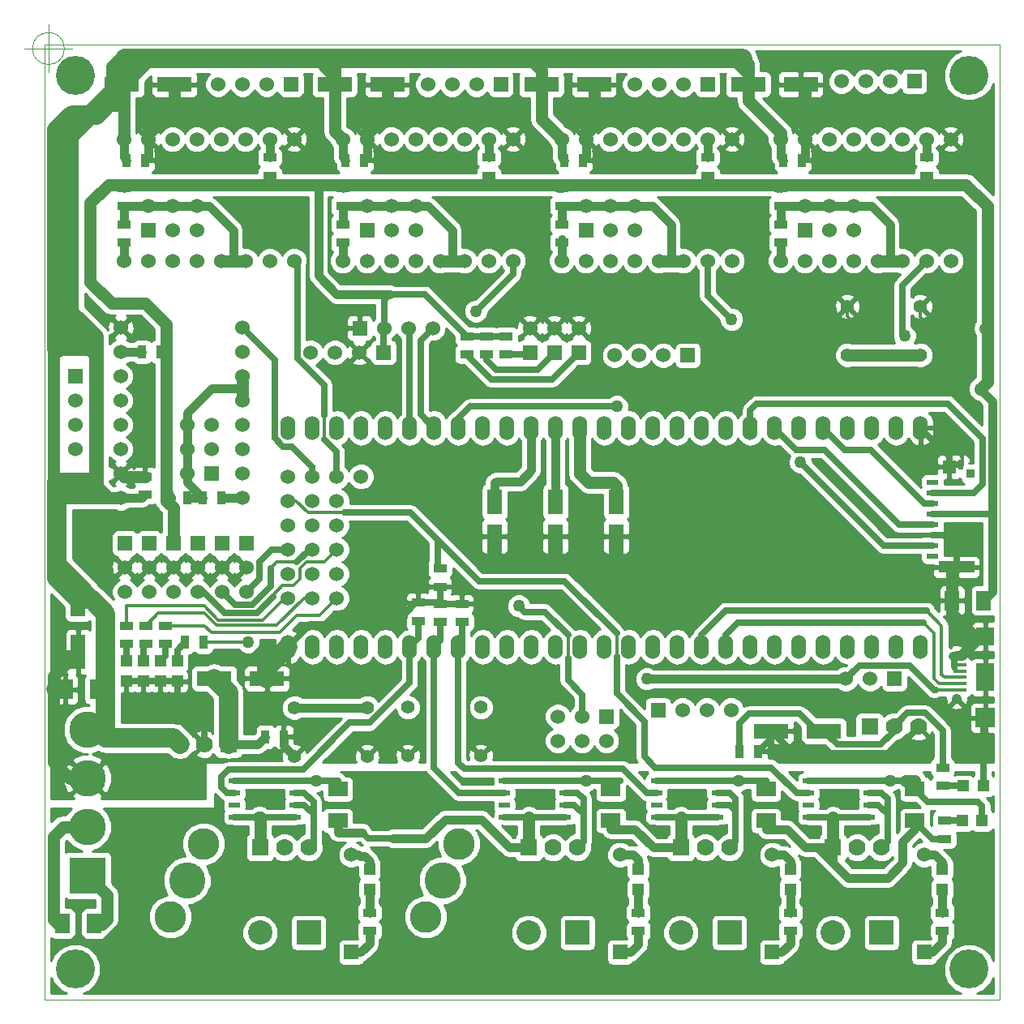
<source format=gtl>
G04 #@! TF.FileFunction,Copper,L1,Top,Signal*
%FSLAX46Y46*%
G04 Gerber Fmt 4.6, Leading zero omitted, Abs format (unit mm)*
G04 Created by KiCad (PCBNEW (after 2015-may-25 BZR unknown)-product) date 31/07/2015 1:32:04 PM*
%MOMM*%
G01*
G04 APERTURE LIST*
%ADD10C,0.150000*%
%ADD11C,0.025400*%
%ADD12C,1.524000*%
%ADD13O,1.524000X2.540000*%
%ADD14C,1.778000*%
%ADD15R,1.778000X1.778000*%
%ADD16C,1.397000*%
%ADD17R,1.397000X0.889000*%
%ADD18R,0.889000X1.397000*%
%ADD19R,1.524000X1.524000*%
%ADD20R,1.198880X1.198880*%
%ADD21R,3.599180X1.600200*%
%ADD22R,1.600200X3.599180*%
%ADD23R,1.600200X2.600960*%
%ADD24C,3.810000*%
%ADD25R,3.810000X3.810000*%
%ADD26R,2.540000X2.540000*%
%ADD27C,2.540000*%
%ADD28C,4.064000*%
%ADD29R,1.524000X2.032000*%
%ADD30R,1.143000X0.508000*%
%ADD31R,2.032000X1.524000*%
%ADD32R,1.250000X0.600000*%
%ADD33R,0.600000X1.000000*%
%ADD34R,1.400000X1.450000*%
%ADD35R,3.790000X1.200000*%
%ADD36R,0.850000X0.950000*%
%ADD37R,1.899920X2.900680*%
%ADD38R,2.100580X2.100580*%
%ADD39R,1.899920X1.899920*%
%ADD40C,1.049020*%
%ADD41R,1.348740X0.398780*%
%ADD42C,3.302000*%
%ADD43C,3.784600*%
%ADD44C,1.270000*%
%ADD45C,0.635000*%
%ADD46C,0.350000*%
%ADD47C,0.889000*%
%ADD48C,1.270000*%
%ADD49C,1.500000*%
%ADD50C,2.000000*%
%ADD51C,0.254000*%
G04 APERTURE END LIST*
D10*
D11*
X73806666Y-54360000D02*
G75*
G03X73806666Y-54360000I-1666666J0D01*
G01*
X69640000Y-54360000D02*
X74640000Y-54360000D01*
X72140000Y-51860000D02*
X72140000Y-56860000D01*
X73806666Y-54360000D02*
G75*
G03X73806666Y-54360000I-1666666J0D01*
G01*
X69640000Y-54360000D02*
X74640000Y-54360000D01*
X72140000Y-51860000D02*
X72140000Y-56860000D01*
X73806666Y-54360000D02*
G75*
G03X73806666Y-54360000I-1666666J0D01*
G01*
X69640000Y-54360000D02*
X74640000Y-54360000D01*
X72140000Y-51860000D02*
X72140000Y-56860000D01*
X73806666Y-54360000D02*
G75*
G03X73806666Y-54360000I-1666666J0D01*
G01*
X69640000Y-54360000D02*
X74640000Y-54360000D01*
X72140000Y-51860000D02*
X72140000Y-56860000D01*
X73806666Y-54360000D02*
G75*
G03X73806666Y-54360000I-1666666J0D01*
G01*
X69640000Y-54360000D02*
X74640000Y-54360000D01*
X72140000Y-51860000D02*
X72140000Y-56860000D01*
X71755000Y-53975000D02*
X71755000Y-153670000D01*
X171450000Y-53975000D02*
X71755000Y-53975000D01*
X171450000Y-153670000D02*
X171450000Y-53975000D01*
X71755000Y-153670000D02*
X171450000Y-153670000D01*
D12*
X104775000Y-99060000D03*
X102235000Y-101600000D03*
X102235000Y-106680000D03*
X102235000Y-104140000D03*
X102235000Y-109220000D03*
X102235000Y-99060000D03*
X102235000Y-111760000D03*
X99695000Y-111760000D03*
X99695000Y-99060000D03*
X99695000Y-109220000D03*
X99695000Y-104140000D03*
X99695000Y-106680000D03*
X99695000Y-101600000D03*
X97155000Y-101600000D03*
X97155000Y-106680000D03*
X97155000Y-104140000D03*
X97155000Y-109220000D03*
X97155000Y-99060000D03*
X97155000Y-111760000D03*
D13*
X158115000Y-116840000D03*
X163195000Y-116840000D03*
X160655000Y-116840000D03*
X155575000Y-116840000D03*
X153035000Y-116840000D03*
X150495000Y-116840000D03*
X142875000Y-116840000D03*
X145415000Y-116840000D03*
X147955000Y-116840000D03*
X140335000Y-116840000D03*
X137795000Y-116840000D03*
X135255000Y-116840000D03*
X120015000Y-116840000D03*
X122555000Y-116840000D03*
X125095000Y-116840000D03*
X132715000Y-116840000D03*
X130175000Y-116840000D03*
X127635000Y-116840000D03*
X117475000Y-116840000D03*
X114935000Y-116840000D03*
X112395000Y-116840000D03*
X109855000Y-116840000D03*
X97155000Y-116840000D03*
X99695000Y-116840000D03*
X102235000Y-116840000D03*
X104775000Y-116840000D03*
X107315000Y-116840000D03*
X107315000Y-93980000D03*
X104775000Y-93980000D03*
X102235000Y-93980000D03*
X99695000Y-93980000D03*
X97155000Y-93980000D03*
X109855000Y-93980000D03*
X112395000Y-93980000D03*
X114935000Y-93980000D03*
X117475000Y-93980000D03*
X127635000Y-93980000D03*
X130175000Y-93980000D03*
X132715000Y-93980000D03*
X125095000Y-93980000D03*
X122555000Y-93980000D03*
X120015000Y-93980000D03*
X135255000Y-93980000D03*
X137795000Y-93980000D03*
X140335000Y-93980000D03*
X147955000Y-93980000D03*
X145415000Y-93980000D03*
X142875000Y-93980000D03*
X150495000Y-93980000D03*
X153035000Y-93980000D03*
X155575000Y-93980000D03*
X160655000Y-93980000D03*
X163195000Y-93980000D03*
X158115000Y-93980000D03*
D14*
X99314000Y-137795000D03*
X96774000Y-137795000D03*
D15*
X94234000Y-137795000D03*
D14*
X127381000Y-137795000D03*
X124841000Y-137795000D03*
D15*
X122301000Y-137795000D03*
D14*
X143256000Y-137795000D03*
X140716000Y-137795000D03*
D15*
X138176000Y-137795000D03*
D14*
X159131000Y-137795000D03*
X156591000Y-137795000D03*
D15*
X154051000Y-137795000D03*
D16*
X155575000Y-86360000D03*
X155575000Y-81280000D03*
X163195000Y-86360000D03*
X163195000Y-81280000D03*
X105410000Y-123190000D03*
X105410000Y-128270000D03*
X97790000Y-123190000D03*
X97790000Y-128270000D03*
D17*
X148590000Y-72707500D03*
X148590000Y-74612500D03*
X119888000Y-86296500D03*
X119888000Y-84391500D03*
X117856000Y-86296500D03*
X117856000Y-84391500D03*
D18*
X88265000Y-101282500D03*
X90170000Y-101282500D03*
D17*
X115824000Y-86296500D03*
X115824000Y-84391500D03*
D18*
X148907500Y-66040000D03*
X150812500Y-66040000D03*
D17*
X149606000Y-146494500D03*
X149606000Y-144589500D03*
D18*
X86677500Y-101282500D03*
X84772500Y-101282500D03*
X126047500Y-66040000D03*
X127952500Y-66040000D03*
D17*
X133731000Y-146494500D03*
X133731000Y-144589500D03*
X105664000Y-146494500D03*
X105664000Y-144589500D03*
X125730000Y-72707500D03*
X125730000Y-74612500D03*
X125730000Y-70802500D03*
X125730000Y-68897500D03*
D18*
X80327500Y-66040000D03*
X82232500Y-66040000D03*
D17*
X148590000Y-70802500D03*
X148590000Y-68897500D03*
X102870000Y-70802500D03*
X102870000Y-68897500D03*
X165481000Y-146494500D03*
X165481000Y-144589500D03*
D18*
X144335500Y-127762000D03*
X146240500Y-127762000D03*
X94805500Y-126238000D03*
X96710500Y-126238000D03*
D17*
X80010000Y-72707500D03*
X80010000Y-74612500D03*
X102870000Y-72707500D03*
X102870000Y-74612500D03*
X82232500Y-100965000D03*
X82232500Y-99060000D03*
D18*
X103187500Y-66040000D03*
X105092500Y-66040000D03*
D17*
X80010000Y-70802500D03*
X80010000Y-68897500D03*
D12*
X97790000Y-63817500D03*
X95250000Y-63817500D03*
X92710000Y-63817500D03*
X90170000Y-63817500D03*
X87630000Y-63817500D03*
X85090000Y-63817500D03*
X82550000Y-63817500D03*
X80010000Y-63817500D03*
X80010000Y-76517500D03*
X82550000Y-76517500D03*
X85090000Y-76517500D03*
X87630000Y-76517500D03*
X90170000Y-76517500D03*
X92710000Y-76517500D03*
X95250000Y-76517500D03*
X97790000Y-76517500D03*
X143510000Y-63817500D03*
X140970000Y-63817500D03*
X138430000Y-63817500D03*
X135890000Y-63817500D03*
X133350000Y-63817500D03*
X130810000Y-63817500D03*
X128270000Y-63817500D03*
X125730000Y-63817500D03*
X125730000Y-76517500D03*
X128270000Y-76517500D03*
X130810000Y-76517500D03*
X133350000Y-76517500D03*
X135890000Y-76517500D03*
X138430000Y-76517500D03*
X140970000Y-76517500D03*
X143510000Y-76517500D03*
X166370000Y-63817500D03*
X163830000Y-63817500D03*
X161290000Y-63817500D03*
X158750000Y-63817500D03*
X156210000Y-63817500D03*
X153670000Y-63817500D03*
X151130000Y-63817500D03*
X148590000Y-63817500D03*
X148590000Y-76517500D03*
X151130000Y-76517500D03*
X153670000Y-76517500D03*
X156210000Y-76517500D03*
X158750000Y-76517500D03*
X161290000Y-76517500D03*
X163830000Y-76517500D03*
X166370000Y-76517500D03*
X79692500Y-83502500D03*
X79692500Y-86042500D03*
X79692500Y-88582500D03*
X79692500Y-91122500D03*
X79692500Y-93662500D03*
X79692500Y-96202500D03*
X79692500Y-98742500D03*
X79692500Y-101282500D03*
X92392500Y-101282500D03*
X92392500Y-98742500D03*
X92392500Y-96202500D03*
X92392500Y-93662500D03*
X92392500Y-91122500D03*
X92392500Y-88582500D03*
X92392500Y-86042500D03*
X92392500Y-83502500D03*
X120650000Y-63817500D03*
X118110000Y-63817500D03*
X115570000Y-63817500D03*
X113030000Y-63817500D03*
X110490000Y-63817500D03*
X107950000Y-63817500D03*
X105410000Y-63817500D03*
X102870000Y-63817500D03*
X102870000Y-76517500D03*
X105410000Y-76517500D03*
X107950000Y-76517500D03*
X110490000Y-76517500D03*
X113030000Y-76517500D03*
X115570000Y-76517500D03*
X118110000Y-76517500D03*
X120650000Y-76517500D03*
D19*
X162560000Y-57785000D03*
D12*
X160020000Y-57785000D03*
X157480000Y-57785000D03*
X154940000Y-57785000D03*
D19*
X74930000Y-88582500D03*
D12*
X74930000Y-91122500D03*
X74930000Y-93662500D03*
X74930000Y-96202500D03*
D19*
X119380000Y-58102500D03*
D12*
X116840000Y-58102500D03*
X114300000Y-58102500D03*
X111760000Y-58102500D03*
D19*
X107137200Y-86106000D03*
D12*
X104597200Y-86106000D03*
X102057200Y-86106000D03*
X99517200Y-86106000D03*
D19*
X140970000Y-58102500D03*
D12*
X138430000Y-58102500D03*
X135890000Y-58102500D03*
X133350000Y-58102500D03*
D19*
X97472500Y-58102500D03*
D12*
X94932500Y-58102500D03*
X92392500Y-58102500D03*
X89852500Y-58102500D03*
D19*
X105410000Y-73342500D03*
D12*
X105410000Y-70802500D03*
X107950000Y-73342500D03*
X107950000Y-70802500D03*
X110490000Y-73342500D03*
X110490000Y-70802500D03*
D19*
X82550000Y-73342500D03*
D12*
X82550000Y-70802500D03*
X85090000Y-73342500D03*
X85090000Y-70802500D03*
X87630000Y-73342500D03*
X87630000Y-70802500D03*
D19*
X128270000Y-73342500D03*
D12*
X128270000Y-70802500D03*
X130810000Y-73342500D03*
X130810000Y-70802500D03*
X133350000Y-73342500D03*
X133350000Y-70802500D03*
D19*
X151130000Y-73342500D03*
D12*
X151130000Y-70802500D03*
X153670000Y-73342500D03*
X153670000Y-70802500D03*
X156210000Y-73342500D03*
X156210000Y-70802500D03*
D19*
X89217500Y-98742500D03*
D12*
X86677500Y-98742500D03*
X89217500Y-96202500D03*
X86677500Y-96202500D03*
X89217500Y-93662500D03*
X86677500Y-93662500D03*
D19*
X160477200Y-120192800D03*
D12*
X157937200Y-120192800D03*
X155397200Y-120192800D03*
D20*
X165481000Y-142146020D03*
X165481000Y-140047980D03*
X149606000Y-142146020D03*
X149606000Y-140047980D03*
X105664000Y-142146020D03*
X105664000Y-140047980D03*
X133731000Y-142146020D03*
X133731000Y-140047980D03*
D21*
X145204180Y-58102500D03*
X150705820Y-58102500D03*
X79799180Y-58102500D03*
X85300820Y-58102500D03*
X123614180Y-58102500D03*
X129115820Y-58102500D03*
X102024180Y-58102500D03*
X107525820Y-58102500D03*
D22*
X75247500Y-111866680D03*
X75247500Y-117368320D03*
D23*
X118745000Y-101704140D03*
X118745000Y-105305860D03*
X131445000Y-101704140D03*
X131445000Y-105305860D03*
X125095000Y-101704140D03*
X125095000Y-105305860D03*
D24*
X76200000Y-135636000D03*
X76200000Y-130556000D03*
D25*
X76200000Y-140716000D03*
D24*
X76200000Y-125476000D03*
D26*
X159131000Y-146685000D03*
D27*
X154051000Y-146685000D03*
D26*
X99314000Y-146685000D03*
D27*
X94234000Y-146685000D03*
D26*
X127381000Y-146685000D03*
D27*
X122301000Y-146685000D03*
D26*
X143256000Y-146685000D03*
D27*
X138176000Y-146685000D03*
D28*
X74930000Y-150495000D03*
X74930000Y-57150000D03*
X168275000Y-57150000D03*
X168275000Y-150495000D03*
D19*
X147701000Y-148717000D03*
D12*
X147701000Y-138557000D03*
D19*
X163576000Y-148717000D03*
D12*
X163576000Y-138557000D03*
D19*
X131826000Y-148717000D03*
D12*
X131826000Y-138557000D03*
D19*
X103759000Y-148717000D03*
D12*
X103759000Y-138557000D03*
D29*
X76898500Y-145732500D03*
X73596500Y-145732500D03*
X77216000Y-121285000D03*
X73914000Y-121285000D03*
D18*
X83820000Y-86042500D03*
X81915000Y-86042500D03*
D17*
X95250000Y-67627500D03*
X95250000Y-65722500D03*
X118110000Y-67627500D03*
X118110000Y-65722500D03*
X140970000Y-67627500D03*
X140970000Y-65722500D03*
X163830000Y-67627500D03*
X163830000Y-65722500D03*
D14*
X85852000Y-127000000D03*
X88392000Y-127000000D03*
D15*
X90932000Y-127000000D03*
D29*
X169799000Y-112014000D03*
X166497000Y-112014000D03*
D21*
X153118820Y-125628400D03*
X147617180Y-125628400D03*
X89451180Y-120142000D03*
X94952820Y-120142000D03*
D17*
X165709600Y-136893300D03*
X165709600Y-134988300D03*
X165506400Y-131356100D03*
X165506400Y-129451100D03*
D20*
X169654220Y-134975600D03*
X167556180Y-134975600D03*
X167657780Y-131368800D03*
X169755820Y-131368800D03*
D19*
X135788400Y-123444000D03*
D12*
X138328400Y-123444000D03*
X140868400Y-123444000D03*
X143408400Y-123444000D03*
D30*
X141986000Y-130810000D03*
X141986000Y-132080000D03*
X141986000Y-133350000D03*
X141986000Y-134620000D03*
X135636000Y-134620000D03*
X135636000Y-133350000D03*
X135636000Y-132080000D03*
X135636000Y-130810000D03*
X97917000Y-130810000D03*
X97917000Y-132080000D03*
X97917000Y-133350000D03*
X97917000Y-134620000D03*
X91567000Y-134620000D03*
X91567000Y-133350000D03*
X91567000Y-132080000D03*
X91567000Y-130810000D03*
X157861000Y-130810000D03*
X157861000Y-132080000D03*
X157861000Y-133350000D03*
X157861000Y-134620000D03*
X151511000Y-134620000D03*
X151511000Y-133350000D03*
X151511000Y-132080000D03*
X151511000Y-130810000D03*
X126111000Y-130810000D03*
X126111000Y-132080000D03*
X126111000Y-133350000D03*
X126111000Y-134620000D03*
X119761000Y-134620000D03*
X119761000Y-133350000D03*
X119761000Y-132080000D03*
X119761000Y-130810000D03*
D31*
X162623500Y-131699000D03*
X162623500Y-135001000D03*
X102362000Y-131699000D03*
X102362000Y-135001000D03*
X130873500Y-131699000D03*
X130873500Y-135001000D03*
X147066000Y-131699000D03*
X147066000Y-135001000D03*
D32*
X164475000Y-99655000D03*
X164475000Y-100755000D03*
X164475000Y-101855000D03*
X164475000Y-102955000D03*
X164475000Y-104055000D03*
X164475000Y-105155000D03*
X164475000Y-106255000D03*
X164475000Y-107355000D03*
D33*
X167450000Y-97805000D03*
D34*
X166200000Y-98030000D03*
D35*
X166955000Y-108505000D03*
D36*
X168415000Y-98730000D03*
D37*
X169989500Y-120015000D03*
D38*
X169989500Y-124264420D03*
D39*
X169989500Y-115765580D03*
D40*
X166989760Y-117764560D03*
X166989760Y-122265440D03*
D41*
X167340280Y-120015000D03*
X167340280Y-119364760D03*
X167340280Y-118714520D03*
X167340280Y-120665240D03*
X167340280Y-121315480D03*
D16*
X117310000Y-123160000D03*
X117310000Y-128240000D03*
X109690000Y-123160000D03*
X109690000Y-128240000D03*
D19*
X104648000Y-83566000D03*
D12*
X107188000Y-83566000D03*
X109728000Y-83566000D03*
X112268000Y-83566000D03*
D19*
X127508000Y-86106000D03*
D12*
X127508000Y-83566000D03*
D19*
X124968000Y-86106000D03*
D12*
X124968000Y-83566000D03*
D19*
X122428000Y-86106000D03*
D12*
X122428000Y-83566000D03*
D20*
X85598000Y-118330980D03*
X85598000Y-120429020D03*
X82042000Y-118330980D03*
X82042000Y-120429020D03*
X83820000Y-118330980D03*
X83820000Y-120429020D03*
X80264000Y-118330980D03*
X80264000Y-120429020D03*
D19*
X130403600Y-124104400D03*
D12*
X130403600Y-126644400D03*
X127863600Y-124104400D03*
X127863600Y-126644400D03*
X125323600Y-124104400D03*
X125323600Y-126644400D03*
D19*
X138887200Y-86410800D03*
D12*
X136347200Y-86410800D03*
X133807200Y-86410800D03*
X131267200Y-86410800D03*
D17*
X84328000Y-116522500D03*
X84328000Y-114617500D03*
X80264000Y-116522500D03*
X80264000Y-114617500D03*
D18*
X86423500Y-116332000D03*
X88328500Y-116332000D03*
D17*
X82296000Y-116522500D03*
X82296000Y-114617500D03*
D42*
X84886800Y-145034000D03*
X88341200Y-137414000D03*
D43*
X86614000Y-141224000D03*
D42*
X111556800Y-145034000D03*
X115011200Y-137414000D03*
D43*
X113284000Y-141224000D03*
D19*
X82651600Y-106019600D03*
D12*
X82651600Y-108559600D03*
X82651600Y-111099600D03*
D19*
X92811600Y-106019600D03*
D12*
X92811600Y-108559600D03*
X92811600Y-111099600D03*
D19*
X87731600Y-106019600D03*
D12*
X87731600Y-108559600D03*
X87731600Y-111099600D03*
D19*
X80111600Y-106019600D03*
D12*
X80111600Y-108559600D03*
X80111600Y-111099600D03*
D19*
X90271600Y-106019600D03*
D12*
X90271600Y-108559600D03*
X90271600Y-111099600D03*
D19*
X85191600Y-106019600D03*
D12*
X85191600Y-108559600D03*
X85191600Y-111099600D03*
D14*
X162966400Y-125171200D03*
X160426400Y-125171200D03*
D15*
X157886400Y-125171200D03*
D17*
X110744000Y-112204500D03*
X110744000Y-114109500D03*
X113030000Y-112331500D03*
X113030000Y-114236500D03*
X115316000Y-112331500D03*
X115316000Y-114236500D03*
X113030000Y-110553500D03*
X113030000Y-108648500D03*
D44*
X92964000Y-116332000D03*
X150622000Y-97536000D03*
X169418000Y-89916000D03*
X134620000Y-120192800D03*
X161544000Y-84378800D03*
X131470400Y-91744800D03*
X121259600Y-112572800D03*
X118008400Y-108102400D03*
X109067600Y-113690400D03*
X157632400Y-84378800D03*
X163728400Y-89814400D03*
X100139500Y-130810000D03*
X128333500Y-130810000D03*
X144208500Y-130810000D03*
X160020000Y-130810000D03*
X116789200Y-81788000D03*
X143459200Y-82651600D03*
D45*
X146113500Y-91440000D02*
X166052500Y-91440000D01*
X146113500Y-91440000D02*
X145415000Y-92138500D01*
X145415000Y-92138500D02*
X145415000Y-93980000D01*
X164475000Y-100755000D02*
X168739000Y-100755000D01*
X169672000Y-99822000D02*
X169672000Y-95059500D01*
X168739000Y-100755000D02*
X169672000Y-99822000D01*
X166052500Y-91440000D02*
X169672000Y-95059500D01*
D46*
X96774000Y-111760000D02*
X94506698Y-114027302D01*
X94506698Y-114027302D02*
X89897302Y-114027302D01*
X89897302Y-114027302D02*
X88392000Y-112522000D01*
X88392000Y-112522000D02*
X80264000Y-112522000D01*
X80264000Y-112522000D02*
X80264000Y-114617500D01*
X97155000Y-111760000D02*
X96774000Y-111760000D01*
X98806000Y-111760000D02*
X95988696Y-114577304D01*
X95988696Y-114577304D02*
X89669484Y-114577304D01*
X89669484Y-114577304D02*
X88376180Y-113284000D01*
X88376180Y-113284000D02*
X83629500Y-113284000D01*
X83629500Y-113284000D02*
X82296000Y-114617500D01*
X99695000Y-111760000D02*
X98806000Y-111760000D01*
X88455500Y-114617500D02*
X89154000Y-115316000D01*
X89154000Y-115316000D02*
X96266000Y-115316000D01*
X96266000Y-115316000D02*
X98044000Y-113538000D01*
X98044000Y-113538000D02*
X100457000Y-113538000D01*
X100457000Y-113538000D02*
X102235000Y-111760000D01*
X84328000Y-114617500D02*
X88455500Y-114617500D01*
X88328500Y-116332000D02*
X92964000Y-116332000D01*
D45*
X159341000Y-106255000D02*
X150622000Y-97536000D01*
X164475000Y-106255000D02*
X159341000Y-106255000D01*
X163577000Y-101855000D02*
X157988000Y-96266000D01*
X157988000Y-96266000D02*
X155321000Y-96266000D01*
X155321000Y-96266000D02*
X153035000Y-93980000D01*
X164475000Y-101855000D02*
X163577000Y-101855000D01*
D47*
X100279200Y-123190000D02*
X97790000Y-123190000D01*
X105410000Y-123190000D02*
X100279200Y-123190000D01*
D48*
X155575000Y-86360000D02*
X163195000Y-86360000D01*
D45*
X110998000Y-92583000D02*
X112395000Y-93980000D01*
X110998000Y-84836000D02*
X110998000Y-92583000D01*
X112268000Y-83566000D02*
X110998000Y-84836000D01*
X160951000Y-104055000D02*
X153162000Y-96266000D01*
X153162000Y-96266000D02*
X150241000Y-96266000D01*
X150241000Y-96266000D02*
X147955000Y-93980000D01*
X164475000Y-104055000D02*
X160951000Y-104055000D01*
D48*
X131445000Y-101704140D02*
X131445000Y-100012500D01*
X131445000Y-100012500D02*
X131127500Y-99695000D01*
X131127500Y-99695000D02*
X128587500Y-99695000D01*
X128587500Y-99695000D02*
X127635000Y-98742500D01*
X127635000Y-98742500D02*
X127635000Y-93980000D01*
D45*
X124714000Y-88900000D02*
X127508000Y-86106000D01*
X118364000Y-88900000D02*
X124714000Y-88900000D01*
X115824000Y-86360000D02*
X118364000Y-88900000D01*
X115824000Y-86296500D02*
X115824000Y-86360000D01*
D47*
X125095000Y-93980000D02*
X125095000Y-101704140D01*
D45*
X117856000Y-86868000D02*
X118872000Y-87884000D01*
X118872000Y-87884000D02*
X123190000Y-87884000D01*
X123190000Y-87884000D02*
X124968000Y-86106000D01*
X117856000Y-86296500D02*
X117856000Y-86868000D01*
D47*
X122555000Y-98425000D02*
X122555000Y-93980000D01*
X121412000Y-99568000D02*
X122555000Y-98425000D01*
X118872000Y-99568000D02*
X121412000Y-99568000D01*
X118745000Y-99695000D02*
X118872000Y-99568000D01*
X118745000Y-101704140D02*
X118745000Y-99695000D01*
D45*
X122237500Y-86296500D02*
X122428000Y-86106000D01*
X119888000Y-86296500D02*
X122237500Y-86296500D01*
X109855000Y-83693000D02*
X109728000Y-83566000D01*
X109855000Y-93980000D02*
X109855000Y-83693000D01*
X140335000Y-115570000D02*
X142875000Y-113030000D01*
X142875000Y-113030000D02*
X163830000Y-113030000D01*
D46*
X165417500Y-114617500D02*
X163830000Y-113030000D01*
X165417500Y-119697500D02*
X165417500Y-114617500D01*
X165735000Y-120015000D02*
X165417500Y-119697500D01*
X165735000Y-120015000D02*
X166895780Y-120015000D01*
D45*
X140335000Y-116840000D02*
X140335000Y-115570000D01*
X142875000Y-115570000D02*
X144145000Y-114300000D01*
X144145000Y-114300000D02*
X163512500Y-114300000D01*
D46*
X163512500Y-114300000D02*
X164592000Y-115379500D01*
X164592000Y-120142000D02*
X164592000Y-115379500D01*
X165115240Y-120665240D02*
X164592000Y-120142000D01*
X165115240Y-120665240D02*
X166895780Y-120665240D01*
D45*
X142875000Y-116840000D02*
X142875000Y-115570000D01*
D47*
X84455000Y-101282500D02*
X84772500Y-101282500D01*
D48*
X129540000Y-68580000D02*
X118110000Y-68580000D01*
X140970000Y-68580000D02*
X129540000Y-68580000D01*
X163830000Y-68580000D02*
X140970000Y-68580000D01*
D47*
X79692500Y-68580000D02*
X80010000Y-68897500D01*
X80010000Y-68897500D02*
X79692500Y-68580000D01*
X102870000Y-68580000D02*
X102870000Y-68897500D01*
X102870000Y-68897500D02*
X102870000Y-68580000D01*
X125412500Y-68897500D02*
X125095000Y-68580000D01*
X125095000Y-68580000D02*
X125730000Y-68897500D01*
X125730000Y-68897500D02*
X125412500Y-68897500D01*
X140970000Y-68275200D02*
X140970000Y-68580000D01*
X140970000Y-67627500D02*
X140970000Y-68275200D01*
X148272500Y-68897500D02*
X147955000Y-68580000D01*
X147955000Y-68580000D02*
X148590000Y-68897500D01*
X163830000Y-67627500D02*
X163830000Y-68580000D01*
D45*
X170688000Y-102997000D02*
X170688000Y-102912000D01*
D48*
X100330000Y-68580000D02*
X95250000Y-68580000D01*
X101854000Y-68580000D02*
X100330000Y-68580000D01*
X118110000Y-68580000D02*
X101854000Y-68580000D01*
X80772000Y-68580000D02*
X95250000Y-68580000D01*
X78422500Y-68580000D02*
X76517500Y-70485000D01*
X78422500Y-68580000D02*
X80772000Y-68580000D01*
X76517500Y-70485000D02*
X76517500Y-78740000D01*
X78740000Y-80962500D02*
X82232500Y-80962500D01*
X76517500Y-78740000D02*
X78740000Y-80962500D01*
X84455000Y-83185000D02*
X82232500Y-80962500D01*
X84455000Y-86106000D02*
X84455000Y-83185000D01*
X84455000Y-100330000D02*
X84455000Y-86106000D01*
X84455000Y-101600000D02*
X84455000Y-100330000D01*
D45*
X84455000Y-101282500D02*
X84455000Y-101600000D01*
X84455000Y-101600000D02*
X84772500Y-101282500D01*
X84772500Y-101282500D02*
X84455000Y-101282500D01*
X84455000Y-101282500D02*
X84772500Y-101282500D01*
D47*
X84455000Y-101600000D02*
X84772500Y-101282500D01*
X170688000Y-111125000D02*
X169799000Y-112014000D01*
X170688000Y-102912000D02*
X170688000Y-109982000D01*
X170688000Y-109982000D02*
X170688000Y-111125000D01*
D45*
X170688000Y-102955000D02*
X170688000Y-102912000D01*
X164475000Y-102955000D02*
X170688000Y-102955000D01*
D47*
X100330000Y-78105000D02*
X100330000Y-68580000D01*
X100330000Y-78105000D02*
X102235000Y-80010000D01*
X107823000Y-80010000D02*
X102235000Y-80010000D01*
D45*
X84455000Y-86042500D02*
X84518500Y-86106000D01*
X84518500Y-86106000D02*
X84582000Y-86106000D01*
X84582000Y-86106000D02*
X84455000Y-86106000D01*
X83820000Y-86042500D02*
X84455000Y-86042500D01*
X95250000Y-67627500D02*
X95250000Y-68580000D01*
X80454500Y-68897500D02*
X80772000Y-68580000D01*
X80010000Y-68897500D02*
X80454500Y-68897500D01*
X102171500Y-68897500D02*
X101854000Y-68580000D01*
X102870000Y-68897500D02*
X102171500Y-68897500D01*
X118110000Y-67627500D02*
X118110000Y-68580000D01*
X126047500Y-68580000D02*
X125730000Y-68897500D01*
X129540000Y-68580000D02*
X126047500Y-68580000D01*
X111442500Y-80010000D02*
X107823000Y-80010000D01*
X115824000Y-84391500D02*
X111442500Y-80010000D01*
X117856000Y-84391500D02*
X115824000Y-84391500D01*
X119888000Y-84391500D02*
X117856000Y-84391500D01*
D48*
X170180000Y-83820000D02*
X169926000Y-83566000D01*
X170180000Y-89154000D02*
X170180000Y-83820000D01*
X169418000Y-89916000D02*
X170180000Y-89154000D01*
X170180000Y-70802500D02*
X170180000Y-83566000D01*
X170180000Y-70802500D02*
X167957500Y-68580000D01*
X163830000Y-68580000D02*
X167957500Y-68580000D01*
X169926000Y-83566000D02*
X170180000Y-83566000D01*
D47*
X170688000Y-91186000D02*
X169418000Y-89916000D01*
X170688000Y-102955000D02*
X170688000Y-91186000D01*
D45*
X107188000Y-80645000D02*
X107823000Y-80010000D01*
X107188000Y-83566000D02*
X107188000Y-80645000D01*
D48*
X84455000Y-101600000D02*
X84772500Y-101282500D01*
X85191600Y-102336600D02*
X84455000Y-101600000D01*
X85191600Y-106019600D02*
X85191600Y-102336600D01*
D45*
X160426400Y-125628400D02*
X159004000Y-127050800D01*
X159004000Y-127050800D02*
X154541220Y-127050800D01*
X154541220Y-127050800D02*
X153118820Y-125628400D01*
X160426400Y-125171200D02*
X160426400Y-125628400D01*
X152400000Y-125628400D02*
X150571200Y-123799600D01*
X150571200Y-123799600D02*
X145338800Y-123799600D01*
X145338800Y-123799600D02*
X144335500Y-124802900D01*
X144335500Y-124802900D02*
X144335500Y-127762000D01*
X153118820Y-125628400D02*
X152400000Y-125628400D01*
X165506400Y-125577600D02*
X163677600Y-123748800D01*
X163677600Y-123748800D02*
X161848800Y-123748800D01*
X161848800Y-123748800D02*
X160426400Y-125171200D01*
X165506400Y-129451100D02*
X165506400Y-125577600D01*
X107137200Y-83616800D02*
X107188000Y-83566000D01*
X107137200Y-86106000D02*
X107137200Y-83616800D01*
D46*
X141020800Y-68529200D02*
X141020800Y-68275200D01*
X141020800Y-68275200D02*
X140970000Y-68275200D01*
X140970000Y-68580000D02*
X141020800Y-68529200D01*
X140970000Y-67627500D02*
X140970000Y-68580000D01*
X147955000Y-68580000D02*
X148590000Y-68897500D01*
X148272500Y-68897500D02*
X147955000Y-68580000D01*
X148590000Y-68897500D02*
X148272500Y-68897500D01*
X167340280Y-121315480D02*
X164744400Y-121315480D01*
D45*
X164597080Y-121315480D02*
X162052000Y-118770400D01*
X162052000Y-118770400D02*
X156819600Y-118770400D01*
X156819600Y-118770400D02*
X155397200Y-120192800D01*
X164744400Y-121315480D02*
X164597080Y-121315480D01*
D47*
X155397200Y-120192800D02*
X134620000Y-120192800D01*
X148590000Y-74612500D02*
X148590000Y-76517500D01*
D45*
X161544000Y-84378800D02*
X161290000Y-84124800D01*
X161290000Y-84124800D02*
X161290000Y-79057500D01*
X161290000Y-79057500D02*
X163830000Y-76517500D01*
X99695000Y-98069400D02*
X97536000Y-95910400D01*
X97536000Y-95910400D02*
X96621600Y-95910400D01*
X96621600Y-95910400D02*
X95758000Y-95046800D01*
X95758000Y-95046800D02*
X95758000Y-86868000D01*
X95758000Y-86868000D02*
X92392500Y-83502500D01*
X99695000Y-99060000D02*
X99695000Y-98069400D01*
D47*
X92138500Y-101282500D02*
X92392500Y-101028500D01*
X90170000Y-101282500D02*
X92138500Y-101282500D01*
D45*
X114935000Y-93980000D02*
X114935000Y-92989400D01*
X131470400Y-91744800D02*
X116179600Y-91744800D01*
X114935000Y-92989400D02*
X116179600Y-91744800D01*
X126390400Y-120345200D02*
X127863600Y-121818400D01*
X127863600Y-121818400D02*
X127863600Y-124104400D01*
D46*
X126390400Y-118008400D02*
X126390400Y-115620800D01*
D45*
X121259600Y-112572800D02*
X121869200Y-113182400D01*
X121869200Y-113182400D02*
X123952000Y-113182400D01*
X123952000Y-113182400D02*
X126390400Y-115620800D01*
X126390400Y-118008400D02*
X126390400Y-120345200D01*
D49*
X118427500Y-107950000D02*
X125095000Y-107950000D01*
X118745000Y-107950000D02*
X118427500Y-107950000D01*
X118745000Y-104988360D02*
X118745000Y-107950000D01*
D45*
X118160800Y-107950000D02*
X118008400Y-108102400D01*
X118427500Y-107950000D02*
X118160800Y-107950000D01*
D48*
X74358500Y-130556000D02*
X72707500Y-128905000D01*
X72707500Y-128905000D02*
X72707500Y-121285000D01*
X76200000Y-130556000D02*
X74358500Y-130556000D01*
X151130000Y-58526680D02*
X150705820Y-58102500D01*
X151130000Y-63817500D02*
X151130000Y-58526680D01*
X128270000Y-61595000D02*
X129115820Y-60749180D01*
X129115820Y-60749180D02*
X129115820Y-58102500D01*
X128270000Y-63817500D02*
X128270000Y-61595000D01*
X82550000Y-62547500D02*
X85300820Y-59796680D01*
X85300820Y-59796680D02*
X85300820Y-58102500D01*
X82550000Y-63817500D02*
X82550000Y-62547500D01*
X105410000Y-61912500D02*
X107525820Y-59796680D01*
X107525820Y-59796680D02*
X107525820Y-58102500D01*
X105410000Y-63817500D02*
X105410000Y-61912500D01*
D47*
X82550000Y-65722500D02*
X82232500Y-66040000D01*
X82550000Y-63817500D02*
X82550000Y-65722500D01*
X105410000Y-65722500D02*
X105092500Y-66040000D01*
X105410000Y-63817500D02*
X105410000Y-65722500D01*
X128270000Y-65722500D02*
X127952500Y-66040000D01*
X128270000Y-63817500D02*
X128270000Y-65722500D01*
X151130000Y-65722500D02*
X150812500Y-66040000D01*
X151130000Y-63817500D02*
X151130000Y-65722500D01*
D46*
X166895780Y-119364760D02*
X166895780Y-118714520D01*
X166545260Y-119014240D02*
X166895780Y-119364760D01*
X166545260Y-117764560D02*
X166545260Y-119014240D01*
X166545260Y-117967760D02*
X166895780Y-118318280D01*
X166895780Y-118318280D02*
X166895780Y-118714520D01*
X166545260Y-117764560D02*
X166545260Y-117967760D01*
D47*
X167546020Y-117764560D02*
X169545000Y-115765580D01*
X166545260Y-117764560D02*
X167546020Y-117764560D01*
D45*
X166425000Y-97805000D02*
X166200000Y-98030000D01*
X167450000Y-97805000D02*
X166425000Y-97805000D01*
D48*
X166497000Y-108963000D02*
X166955000Y-108505000D01*
X166497000Y-113411000D02*
X166497000Y-110236000D01*
X168851580Y-115765580D02*
X166497000Y-113411000D01*
X169545000Y-115765580D02*
X168851580Y-115765580D01*
D45*
X166497000Y-108963000D02*
X166955000Y-108505000D01*
D48*
X72707500Y-120332500D02*
X72771000Y-120332500D01*
X72707500Y-120332500D02*
X72707500Y-121285000D01*
D49*
X125095000Y-107950000D02*
X131445000Y-107950000D01*
X131445000Y-105305860D02*
X131445000Y-107950000D01*
X125095000Y-105305860D02*
X125095000Y-107950000D01*
D48*
X72707500Y-119908320D02*
X75247500Y-117368320D01*
X72707500Y-120332500D02*
X72707500Y-119908320D01*
D49*
X73914000Y-121285000D02*
X72707500Y-121285000D01*
D48*
X166497000Y-108963000D02*
X166955000Y-108505000D01*
X166497000Y-110236000D02*
X166497000Y-108963000D01*
D45*
X166200000Y-96985000D02*
X163195000Y-93980000D01*
X166200000Y-98030000D02*
X166200000Y-96985000D01*
X165607000Y-105155000D02*
X166955000Y-106503000D01*
X166955000Y-106503000D02*
X166955000Y-108505000D01*
X164475000Y-105155000D02*
X165607000Y-105155000D01*
D50*
X94952820Y-119042180D02*
X97155000Y-116840000D01*
X94952820Y-120142000D02*
X94952820Y-119042180D01*
D47*
X96710500Y-127190500D02*
X97790000Y-128270000D01*
X96710500Y-126238000D02*
X96710500Y-127190500D01*
D46*
X82042000Y-120429020D02*
X80264000Y-120429020D01*
X83820000Y-120429020D02*
X82042000Y-120429020D01*
D45*
X82042000Y-120429020D02*
X80264000Y-120429020D01*
X83820000Y-120429020D02*
X82042000Y-120429020D01*
X85598000Y-120429020D02*
X83820000Y-120429020D01*
X85598000Y-122428000D02*
X88392000Y-125222000D01*
X88392000Y-125222000D02*
X88392000Y-127000000D01*
X85598000Y-120429020D02*
X85598000Y-122428000D01*
X108254800Y-114503200D02*
X99491800Y-114503200D01*
X109067600Y-113690400D02*
X108254800Y-114503200D01*
X99491800Y-114503200D02*
X97155000Y-116840000D01*
X162966400Y-125272800D02*
X160274000Y-127965200D01*
X160274000Y-127965200D02*
X149953980Y-127965200D01*
X149953980Y-127965200D02*
X147617180Y-125628400D01*
X162966400Y-125171200D02*
X162966400Y-125272800D01*
X147617180Y-126385320D02*
X146240500Y-127762000D01*
X147617180Y-125628400D02*
X147617180Y-126385320D01*
X169755820Y-124498100D02*
X169989500Y-124264420D01*
X169755820Y-131368800D02*
X169755820Y-124498100D01*
D46*
X155575000Y-82321400D02*
X157632400Y-84378800D01*
X155575000Y-81280000D02*
X155575000Y-82321400D01*
X166497000Y-108963000D02*
X166955000Y-108505000D01*
X166497000Y-112014000D02*
X166497000Y-108963000D01*
X163195000Y-82423000D02*
X164795200Y-84023200D01*
X164795200Y-84023200D02*
X164795200Y-88747600D01*
X164795200Y-88747600D02*
X163728400Y-89814400D01*
X163195000Y-81280000D02*
X163195000Y-82423000D01*
X169989500Y-115765580D02*
X169989500Y-120015000D01*
X169989500Y-120015000D02*
X169989500Y-124264420D01*
D45*
X112903000Y-112204500D02*
X113030000Y-112331500D01*
X110744000Y-112204500D02*
X112903000Y-112204500D01*
X113030000Y-112331500D02*
X115316000Y-112331500D01*
X113030000Y-112331500D02*
X113030000Y-110553500D01*
X110553500Y-112204500D02*
X109067600Y-113690400D01*
X110744000Y-112204500D02*
X110553500Y-112204500D01*
D48*
X80010000Y-99060000D02*
X79692500Y-98742500D01*
X82232500Y-99060000D02*
X80010000Y-99060000D01*
X73152000Y-145796000D02*
X72644000Y-145288000D01*
X72644000Y-145288000D02*
X72644000Y-136652000D01*
X72644000Y-136652000D02*
X73660000Y-135636000D01*
X73660000Y-135636000D02*
X76200000Y-135636000D01*
X73533000Y-145796000D02*
X73152000Y-145796000D01*
D45*
X138176000Y-134620000D02*
X135636000Y-134620000D01*
X141986000Y-134620000D02*
X138176000Y-134620000D01*
X154051000Y-134620000D02*
X157861000Y-134620000D01*
X151511000Y-134620000D02*
X154051000Y-134620000D01*
D48*
X154051000Y-137795000D02*
X154051000Y-134620000D01*
X138176000Y-137795000D02*
X138176000Y-134620000D01*
D45*
X122301000Y-134620000D02*
X126111000Y-134620000D01*
X119761000Y-134620000D02*
X122301000Y-134620000D01*
X94107000Y-134620000D02*
X97917000Y-134620000D01*
X91567000Y-134620000D02*
X94107000Y-134620000D01*
D48*
X94234000Y-134620000D02*
X94107000Y-134620000D01*
X94234000Y-137795000D02*
X94234000Y-134620000D01*
X122301000Y-137795000D02*
X122301000Y-134620000D01*
D47*
X151193500Y-137795000D02*
X149288500Y-135890000D01*
X149288500Y-135890000D02*
X147066000Y-135890000D01*
X147066000Y-135890000D02*
X147066000Y-135001000D01*
X152781000Y-137795000D02*
X151193500Y-137795000D01*
X154051000Y-137795000D02*
X152781000Y-137795000D01*
X152463500Y-137795000D02*
X152781000Y-137795000D01*
X154051000Y-139382500D02*
X152463500Y-137795000D01*
X154051000Y-137795000D02*
X154051000Y-139382500D01*
X135318500Y-137795000D02*
X133413500Y-135890000D01*
X133413500Y-135890000D02*
X130873500Y-135890000D01*
X130873500Y-135890000D02*
X130873500Y-135001000D01*
X138176000Y-137795000D02*
X135318500Y-137795000D01*
D45*
X108077000Y-136842500D02*
X105537000Y-136842500D01*
D47*
X104902000Y-136207500D02*
X102362000Y-136207500D01*
D45*
X105537000Y-136842500D02*
X104902000Y-136207500D01*
D47*
X102362000Y-135001000D02*
X102362000Y-136207500D01*
D45*
X108394500Y-136842500D02*
X108077000Y-136842500D01*
D47*
X161353500Y-137160000D02*
X162623500Y-135890000D01*
X162623500Y-135890000D02*
X162623500Y-135001000D01*
X154051000Y-139382500D02*
X155638500Y-140970000D01*
X161353500Y-139382500D02*
X161353500Y-137795000D01*
X159766000Y-140970000D02*
X161353500Y-139382500D01*
X155638500Y-140970000D02*
X159766000Y-140970000D01*
X161353500Y-137795000D02*
X161353500Y-137160000D01*
X111569500Y-136842500D02*
X113538000Y-134874000D01*
X113538000Y-134874000D02*
X117348000Y-134874000D01*
X117348000Y-134874000D02*
X120269000Y-137795000D01*
X120269000Y-137795000D02*
X122301000Y-137795000D01*
X110617000Y-136842500D02*
X108712000Y-136842500D01*
X108077000Y-136842500D02*
X108712000Y-136842500D01*
X110617000Y-136842500D02*
X111569500Y-136842500D01*
D45*
X162623500Y-135089900D02*
X164426900Y-136893300D01*
X164426900Y-136893300D02*
X165709600Y-136893300D01*
X162623500Y-135001000D02*
X162623500Y-135089900D01*
D47*
X165481000Y-139319000D02*
X165481000Y-140047980D01*
X164719000Y-138557000D02*
X165481000Y-139319000D01*
X163576000Y-138557000D02*
X164719000Y-138557000D01*
D45*
X159131000Y-132080000D02*
X159766000Y-132715000D01*
X159766000Y-134302500D02*
X159766000Y-137160000D01*
X159766000Y-132715000D02*
X159766000Y-134302500D01*
X159766000Y-137160000D02*
X159131000Y-137795000D01*
X157861000Y-132080000D02*
X159131000Y-132080000D01*
X158813500Y-133350000D02*
X159766000Y-134302500D01*
X157861000Y-133350000D02*
X158813500Y-133350000D01*
D47*
X165481000Y-144589500D02*
X165481000Y-142146020D01*
X149606000Y-139192000D02*
X149606000Y-140047980D01*
X148971000Y-138557000D02*
X149606000Y-139192000D01*
X147701000Y-138557000D02*
X148971000Y-138557000D01*
D45*
X143256000Y-132080000D02*
X143891000Y-132715000D01*
X143891000Y-133985000D02*
X143891000Y-137160000D01*
X143891000Y-132715000D02*
X143891000Y-133985000D01*
X143891000Y-137160000D02*
X143256000Y-137795000D01*
X141986000Y-132080000D02*
X143256000Y-132080000D01*
X143256000Y-133350000D02*
X143891000Y-133985000D01*
X141986000Y-133350000D02*
X143256000Y-133350000D01*
D47*
X149606000Y-142146020D02*
X149606000Y-144589500D01*
D45*
X167645080Y-131356100D02*
X167657780Y-131368800D01*
X165506400Y-131356100D02*
X167645080Y-131356100D01*
D47*
X86677500Y-93662500D02*
X86677500Y-98742500D01*
X86677500Y-99695000D02*
X86677500Y-98742500D01*
X88265000Y-101282500D02*
X86677500Y-99695000D01*
X86677500Y-101282500D02*
X88265000Y-101282500D01*
D48*
X92392500Y-89852500D02*
X92392500Y-91122500D01*
X92392500Y-88582500D02*
X92392500Y-89852500D01*
D47*
X89217500Y-89852500D02*
X88201500Y-90868500D01*
X86677500Y-92392500D02*
X86677500Y-93662500D01*
X86677500Y-92392500D02*
X88201500Y-90868500D01*
X92392500Y-89852500D02*
X89217500Y-89852500D01*
D45*
X86677500Y-96202500D02*
X86677500Y-93662500D01*
D47*
X95250000Y-65722500D02*
X95250000Y-63817500D01*
X118110000Y-63817500D02*
X118110000Y-65722500D01*
X140970000Y-63817500D02*
X140970000Y-65722500D01*
X163830000Y-65722500D02*
X163830000Y-63817500D01*
X79692500Y-86042500D02*
X81915000Y-86042500D01*
X151130000Y-70802500D02*
X156210000Y-70802500D01*
D48*
X160020000Y-76517500D02*
X161290000Y-76517500D01*
X158750000Y-76517500D02*
X160020000Y-76517500D01*
D47*
X158115000Y-70802500D02*
X160020000Y-72707500D01*
X160020000Y-72707500D02*
X160020000Y-76517500D01*
X156210000Y-70802500D02*
X158115000Y-70802500D01*
X148590000Y-70802500D02*
X148590000Y-72390000D01*
X148590000Y-70802500D02*
X151130000Y-70802500D01*
X153670000Y-70802500D02*
X156210000Y-70802500D01*
X153670000Y-70802500D02*
X151130000Y-70802500D01*
X128270000Y-70802500D02*
X133350000Y-70802500D01*
D48*
X137160000Y-76517500D02*
X138430000Y-76517500D01*
X135890000Y-76517500D02*
X137160000Y-76517500D01*
D47*
X137160000Y-72707500D02*
X137160000Y-76517500D01*
X135255000Y-70802500D02*
X137160000Y-72707500D01*
X133350000Y-70802500D02*
X135255000Y-70802500D01*
X125730000Y-72390000D02*
X125730000Y-70802500D01*
X125730000Y-70802500D02*
X128270000Y-70802500D01*
X130810000Y-70802500D02*
X128270000Y-70802500D01*
X130810000Y-70802500D02*
X133350000Y-70802500D01*
X133223000Y-138557000D02*
X133731000Y-139065000D01*
X133731000Y-139065000D02*
X133731000Y-140047980D01*
X131826000Y-138557000D02*
X133223000Y-138557000D01*
D45*
X127381000Y-132080000D02*
X128016000Y-132715000D01*
X128016000Y-134620000D02*
X128016000Y-137160000D01*
X128016000Y-134302500D02*
X128016000Y-134620000D01*
X128016000Y-132715000D02*
X128016000Y-134302500D01*
X128016000Y-137160000D02*
X127381000Y-137795000D01*
X126111000Y-132080000D02*
X127381000Y-132080000D01*
X127063500Y-133350000D02*
X128016000Y-134302500D01*
X126111000Y-133350000D02*
X126746000Y-133350000D01*
X126746000Y-133350000D02*
X127063500Y-133350000D01*
D47*
X133731000Y-144589500D02*
X133731000Y-142146020D01*
D48*
X91440000Y-76517500D02*
X92710000Y-76517500D01*
X90170000Y-76517500D02*
X91440000Y-76517500D01*
D47*
X82550000Y-70802500D02*
X87630000Y-70802500D01*
X91440000Y-73342500D02*
X91440000Y-76517500D01*
X88900000Y-70802500D02*
X91440000Y-73342500D01*
X87630000Y-70802500D02*
X88900000Y-70802500D01*
X80010000Y-70802500D02*
X82550000Y-70802500D01*
X80010000Y-72390000D02*
X80010000Y-70802500D01*
X82550000Y-70802500D02*
X85090000Y-70802500D01*
X87630000Y-70802500D02*
X85090000Y-70802500D01*
X105664000Y-139192000D02*
X105664000Y-140047980D01*
X105156000Y-138684000D02*
X105664000Y-139192000D01*
X104648000Y-138684000D02*
X105156000Y-138684000D01*
X104521000Y-138557000D02*
X104648000Y-138684000D01*
X103759000Y-138557000D02*
X104521000Y-138557000D01*
D45*
X98869500Y-132080000D02*
X99822000Y-133032500D01*
X99822000Y-134302500D02*
X99822000Y-137287000D01*
X99822000Y-133032500D02*
X99822000Y-134302500D01*
X99822000Y-137287000D02*
X99314000Y-137795000D01*
X97917000Y-132080000D02*
X98869500Y-132080000D01*
X98869500Y-133350000D02*
X99822000Y-134302500D01*
X97917000Y-133350000D02*
X98869500Y-133350000D01*
D47*
X105664000Y-144589500D02*
X105664000Y-142146020D01*
X105410000Y-70802500D02*
X110490000Y-70802500D01*
D48*
X114300000Y-76517500D02*
X115570000Y-76517500D01*
X113030000Y-76517500D02*
X114300000Y-76517500D01*
D47*
X111760000Y-70802500D02*
X114300000Y-73342500D01*
X114300000Y-73342500D02*
X114300000Y-76517500D01*
X110490000Y-70802500D02*
X111760000Y-70802500D01*
X102870000Y-70802500D02*
X102870000Y-72390000D01*
X102870000Y-70802500D02*
X105410000Y-70802500D01*
X105410000Y-70802500D02*
X107950000Y-70802500D01*
X110490000Y-70802500D02*
X107950000Y-70802500D01*
D45*
X85598000Y-117157500D02*
X86423500Y-116332000D01*
X85598000Y-118330980D02*
X85598000Y-117157500D01*
X84328000Y-117822980D02*
X83820000Y-118330980D01*
X84328000Y-116522500D02*
X84328000Y-117822980D01*
X82042000Y-116776500D02*
X82296000Y-116522500D01*
X82042000Y-118330980D02*
X82042000Y-116776500D01*
X80264000Y-116522500D02*
X80264000Y-118330980D01*
X167543480Y-134988300D02*
X167556180Y-134975600D01*
X165709600Y-134988300D02*
X167543480Y-134988300D01*
X90779600Y-132080000D02*
X90220800Y-131521200D01*
X90220800Y-131521200D02*
X90220800Y-130403600D01*
X90220800Y-130403600D02*
X90982800Y-129641600D01*
X90982800Y-129641600D02*
X98704400Y-129641600D01*
X98704400Y-129641600D02*
X103581200Y-124764800D01*
X103581200Y-124764800D02*
X105664000Y-124764800D01*
X105664000Y-124764800D02*
X109855000Y-120573800D01*
X109855000Y-120573800D02*
X109855000Y-116840000D01*
X91567000Y-132080000D02*
X90779600Y-132080000D01*
X110744000Y-115951000D02*
X109855000Y-116840000D01*
X110744000Y-114109500D02*
X110744000Y-115951000D01*
X114960400Y-132080000D02*
X112395000Y-129514600D01*
X112395000Y-129514600D02*
X112395000Y-116840000D01*
X119761000Y-132080000D02*
X114960400Y-132080000D01*
X113030000Y-116205000D02*
X112395000Y-116840000D01*
X113030000Y-114236500D02*
X113030000Y-116205000D01*
X114935000Y-128955800D02*
X115570000Y-129590800D01*
X115570000Y-129590800D02*
X132130800Y-129590800D01*
X132130800Y-129590800D02*
X134620000Y-132080000D01*
X134620000Y-132080000D02*
X135636000Y-132080000D01*
X114935000Y-116840000D02*
X114935000Y-128955800D01*
X115316000Y-116459000D02*
X114935000Y-116840000D01*
X115316000Y-114236500D02*
X115316000Y-116459000D01*
D46*
X97993200Y-101600000D02*
X99212400Y-102819200D01*
X103022400Y-102819200D02*
X103124000Y-102819200D01*
X99212400Y-102819200D02*
X103022400Y-102819200D01*
X97155000Y-101600000D02*
X97993200Y-101600000D01*
D45*
X131470400Y-121716800D02*
X134366000Y-124612400D01*
X134366000Y-124612400D02*
X134366000Y-128320800D01*
D46*
X131470400Y-117856000D02*
X131470400Y-115417600D01*
D45*
X112776000Y-105664000D02*
X117094000Y-109982000D01*
X109931200Y-102819200D02*
X112776000Y-105664000D01*
X117094000Y-109982000D02*
X126034800Y-109982000D01*
X126034800Y-109982000D02*
X131470400Y-115417600D01*
X109931200Y-102819200D02*
X103022400Y-102819200D01*
X151511000Y-132080000D02*
X150266400Y-132080000D01*
X135483600Y-129438400D02*
X134366000Y-128320800D01*
X147624800Y-129438400D02*
X135483600Y-129438400D01*
X150266400Y-132080000D02*
X147624800Y-129438400D01*
X131470400Y-117856000D02*
X131470400Y-121716800D01*
X112776000Y-108394500D02*
X113030000Y-108648500D01*
X112776000Y-105664000D02*
X112776000Y-108394500D01*
X141986000Y-130810000D02*
X135636000Y-130810000D01*
X91567000Y-130810000D02*
X97917000Y-130810000D01*
X97917000Y-130810000D02*
X100139500Y-130810000D01*
X119761000Y-130810000D02*
X126111000Y-130810000D01*
X126111000Y-130810000D02*
X128333500Y-130810000D01*
X141986000Y-130810000D02*
X144208500Y-130810000D01*
X100139500Y-130810000D02*
X102362000Y-130810000D01*
X144208500Y-130810000D02*
X146431000Y-130810000D01*
X147066000Y-130810000D02*
X147066000Y-131699000D01*
X146431000Y-130810000D02*
X147066000Y-130810000D01*
X131064000Y-130810000D02*
X131826000Y-130810000D01*
X130556000Y-130810000D02*
X131064000Y-130810000D01*
X128333500Y-130810000D02*
X130556000Y-130810000D01*
X102362000Y-130810000D02*
X102362000Y-130810000D01*
X102362000Y-131699000D02*
X102362000Y-130810000D01*
X157861000Y-130810000D02*
X158496000Y-130810000D01*
X158496000Y-130810000D02*
X160020000Y-130810000D01*
D48*
X161671000Y-130810000D02*
X162623500Y-130810000D01*
D47*
X162623500Y-130860800D02*
X162623500Y-130810000D01*
X162623500Y-131699000D02*
X162623500Y-130860800D01*
D45*
X160020000Y-130810000D02*
X161353500Y-130810000D01*
X161353500Y-130810000D02*
X161671000Y-130810000D01*
X130873500Y-130810000D02*
X131064000Y-130810000D01*
X130873500Y-131699000D02*
X130873500Y-130810000D01*
X157861000Y-130810000D02*
X151511000Y-130810000D01*
D50*
X90932000Y-121622820D02*
X89451180Y-120142000D01*
X90932000Y-127000000D02*
X90932000Y-121622820D01*
D47*
X94043500Y-127000000D02*
X94805500Y-126238000D01*
X90932000Y-127000000D02*
X94043500Y-127000000D01*
D45*
X169654220Y-133484620D02*
X169214800Y-133045200D01*
X169214800Y-133045200D02*
X163969700Y-133045200D01*
X163969700Y-133045200D02*
X162623500Y-131699000D01*
X169654220Y-134975600D02*
X169654220Y-133484620D01*
D48*
X78232000Y-142748000D02*
X76200000Y-140716000D01*
X78232000Y-145288000D02*
X78232000Y-142748000D01*
X77724000Y-145796000D02*
X78232000Y-145288000D01*
X76835000Y-145796000D02*
X77724000Y-145796000D01*
D47*
X164465000Y-148717000D02*
X165481000Y-147701000D01*
X165481000Y-147701000D02*
X165481000Y-146494500D01*
X163576000Y-148717000D02*
X164465000Y-148717000D01*
X148717000Y-148717000D02*
X149606000Y-147828000D01*
X149606000Y-147828000D02*
X149606000Y-146494500D01*
X147701000Y-148717000D02*
X148717000Y-148717000D01*
X132969000Y-148717000D02*
X133731000Y-147955000D01*
X133731000Y-147955000D02*
X133731000Y-146494500D01*
X131826000Y-148717000D02*
X132969000Y-148717000D01*
X104775000Y-148717000D02*
X105664000Y-147828000D01*
X105664000Y-147828000D02*
X105664000Y-146494500D01*
X103759000Y-148717000D02*
X104775000Y-148717000D01*
X81915000Y-101282500D02*
X82232500Y-100965000D01*
X79692500Y-101282500D02*
X81915000Y-101282500D01*
D49*
X77216000Y-125476000D02*
X78105000Y-126365000D01*
X76200000Y-125476000D02*
X77216000Y-125476000D01*
D48*
X78740000Y-58737500D02*
X78740000Y-57150000D01*
X76835000Y-60960000D02*
X79057500Y-58737500D01*
X79692500Y-58209180D02*
X79799180Y-58102500D01*
X79692500Y-58102500D02*
X78740000Y-57150000D01*
X79799180Y-58102500D02*
X79692500Y-58102500D01*
X80010000Y-60325000D02*
X80010000Y-58209180D01*
X80010000Y-63817500D02*
X80010000Y-60325000D01*
X100647500Y-54927500D02*
X121920000Y-54927500D01*
X80010000Y-54927500D02*
X81915000Y-54927500D01*
X81915000Y-54927500D02*
X99695000Y-54927500D01*
X99695000Y-54927500D02*
X100647500Y-54927500D01*
X78740000Y-56197500D02*
X80010000Y-54927500D01*
X78740000Y-56197500D02*
X78740000Y-57150000D01*
X123164600Y-54927500D02*
X142029180Y-54927500D01*
X121920000Y-54927500D02*
X123164600Y-54927500D01*
X144145000Y-54927500D02*
X142029180Y-54927500D01*
X144621250Y-55403750D02*
X144145000Y-54927500D01*
X145204180Y-55986680D02*
X144621250Y-55403750D01*
X145204180Y-56832500D02*
X145204180Y-55986680D01*
X145204180Y-58102500D02*
X145204180Y-56832500D01*
X123614180Y-56621680D02*
X121920000Y-54927500D01*
X123614180Y-58102500D02*
X123614180Y-56621680D01*
X102024180Y-56304180D02*
X100647500Y-54927500D01*
X102024180Y-57150000D02*
X102024180Y-56304180D01*
X102024180Y-58102500D02*
X102024180Y-57150000D01*
X79799180Y-55138320D02*
X80010000Y-54927500D01*
X79799180Y-58102500D02*
X79799180Y-55138320D01*
X79799180Y-57043320D02*
X81915000Y-54927500D01*
X79799180Y-58102500D02*
X79799180Y-57043320D01*
D47*
X80010000Y-65722500D02*
X80327500Y-66040000D01*
X80010000Y-63817500D02*
X80010000Y-65722500D01*
X102870000Y-65722500D02*
X103187500Y-66040000D01*
X102870000Y-63817500D02*
X102870000Y-65722500D01*
X125730000Y-65722500D02*
X126047500Y-66040000D01*
X125730000Y-63817500D02*
X125730000Y-65722500D01*
X148590000Y-65722500D02*
X148907500Y-66040000D01*
X148590000Y-63817500D02*
X148590000Y-65722500D01*
D48*
X102024180Y-62971680D02*
X102870000Y-63817500D01*
X102024180Y-58102500D02*
X102024180Y-62971680D01*
X123614180Y-61701680D02*
X125730000Y-63817500D01*
X123614180Y-58102500D02*
X123614180Y-61701680D01*
X148590000Y-63182500D02*
X145204180Y-59796680D01*
X145204180Y-59796680D02*
X145204180Y-58102500D01*
X148590000Y-63817500D02*
X148590000Y-63182500D01*
D49*
X78105000Y-121285000D02*
X78105000Y-113347500D01*
X78105000Y-124460000D02*
X78105000Y-121285000D01*
X78105000Y-124460000D02*
X78105000Y-126365000D01*
X77089000Y-125476000D02*
X78105000Y-124460000D01*
X76200000Y-125476000D02*
X77089000Y-125476000D01*
X77216000Y-121285000D02*
X78105000Y-121285000D01*
D48*
X78422500Y-101282500D02*
X79692500Y-101282500D01*
X76835000Y-99695000D02*
X78422500Y-101282500D01*
D50*
X76993750Y-60801250D02*
X76835000Y-60960000D01*
X82391250Y-55403750D02*
X76993750Y-60801250D01*
X100171250Y-55403750D02*
X82391250Y-55403750D01*
X143668750Y-55403750D02*
X100171250Y-55403750D01*
X144621250Y-55403750D02*
X143668750Y-55403750D01*
X76835000Y-99695000D02*
X73025000Y-99695000D01*
X76517500Y-99695000D02*
X76835000Y-99695000D01*
X73025000Y-99695000D02*
X76517500Y-99695000D01*
X73025000Y-100330000D02*
X73025000Y-99695000D01*
X73025000Y-108585000D02*
X73025000Y-100330000D01*
X73025000Y-109644180D02*
X75247500Y-111866680D01*
X73025000Y-108585000D02*
X73025000Y-109644180D01*
X75247500Y-111866680D02*
X76624180Y-111866680D01*
X76993750Y-112236250D02*
X78105000Y-113347500D01*
X76624180Y-111866680D02*
X76993750Y-112236250D01*
X78105000Y-113347500D02*
X78105000Y-126365000D01*
X75882500Y-100330000D02*
X76517500Y-99695000D01*
X73025000Y-100330000D02*
X75882500Y-100330000D01*
X73025000Y-100330000D02*
X73025000Y-100330000D01*
D48*
X75565000Y-99695000D02*
X76835000Y-99695000D01*
X72707500Y-99695000D02*
X75565000Y-99695000D01*
X72707500Y-86042500D02*
X72707500Y-99695000D01*
X72707500Y-69532500D02*
X72707500Y-86042500D01*
D50*
X73025000Y-64770000D02*
X73025000Y-85725000D01*
X76993750Y-60801250D02*
X74295000Y-63500000D01*
X74295000Y-63500000D02*
X73342500Y-64452500D01*
X73342500Y-64452500D02*
X73025000Y-64770000D01*
X74295000Y-84455000D02*
X73025000Y-85725000D01*
X74295000Y-83185000D02*
X74295000Y-84455000D01*
X74295000Y-81597500D02*
X74295000Y-83185000D01*
X74295000Y-63500000D02*
X74295000Y-81597500D01*
X78105000Y-60325000D02*
X79799180Y-58630820D01*
X79799180Y-58630820D02*
X79799180Y-58102500D01*
X77152500Y-61277500D02*
X78105000Y-60325000D01*
X74612500Y-61277500D02*
X77152500Y-61277500D01*
X73025000Y-62865000D02*
X74612500Y-61277500D01*
X73025000Y-64770000D02*
X73025000Y-62865000D01*
D49*
X77152500Y-86360000D02*
X77152500Y-99060000D01*
X76517500Y-85725000D02*
X77152500Y-86360000D01*
X77152500Y-99060000D02*
X76517500Y-99695000D01*
X73025000Y-85725000D02*
X76517500Y-85725000D01*
X76517500Y-85407500D02*
X74295000Y-83185000D01*
X76517500Y-85725000D02*
X76517500Y-85407500D01*
X76993750Y-111918750D02*
X73660000Y-108585000D01*
X73660000Y-108585000D02*
X73025000Y-108585000D01*
X76993750Y-112236250D02*
X76993750Y-111918750D01*
X73025000Y-100965000D02*
X73025000Y-100330000D01*
X76517500Y-100965000D02*
X73025000Y-100965000D01*
X77152500Y-100330000D02*
X76517500Y-100965000D01*
X77152500Y-99060000D02*
X77152500Y-100330000D01*
D48*
X73977500Y-101282500D02*
X73025000Y-100330000D01*
X78422500Y-101282500D02*
X73977500Y-101282500D01*
D49*
X77152500Y-84455000D02*
X74295000Y-81597500D01*
X77152500Y-86360000D02*
X77152500Y-84455000D01*
D48*
X145097500Y-56832500D02*
X143668750Y-55403750D01*
X145204180Y-56832500D02*
X145097500Y-56832500D01*
X101917500Y-57150000D02*
X100171250Y-55403750D01*
X102024180Y-57150000D02*
X101917500Y-57150000D01*
X80010000Y-60325000D02*
X78105000Y-60325000D01*
D50*
X85217000Y-126365000D02*
X85852000Y-127000000D01*
X78105000Y-126365000D02*
X85217000Y-126365000D01*
D45*
X100939600Y-89509600D02*
X98145600Y-86715600D01*
X98145600Y-86715600D02*
X98145600Y-76873100D01*
X98145600Y-76873100D02*
X97790000Y-76517500D01*
D46*
X100939600Y-92659200D02*
X100939600Y-95199200D01*
D45*
X102235000Y-96494600D02*
X100939600Y-95199200D01*
X102235000Y-99060000D02*
X102235000Y-96494600D01*
X100939600Y-92659200D02*
X100939600Y-89509600D01*
D47*
X80010000Y-74612500D02*
X80010000Y-76517500D01*
D45*
X95351600Y-110490000D02*
X93370400Y-112471200D01*
X93370400Y-112471200D02*
X91643200Y-112471200D01*
X91643200Y-112471200D02*
X90271600Y-111099600D01*
D46*
X98094800Y-108000800D02*
X95961200Y-108000800D01*
D45*
X99415600Y-106680000D02*
X98094800Y-108000800D01*
X99695000Y-106680000D02*
X99415600Y-106680000D01*
D46*
X95961200Y-108000800D02*
X95351600Y-108610400D01*
D45*
X95351600Y-108610400D02*
X95351600Y-110490000D01*
X95453200Y-106680000D02*
X94132400Y-108000800D01*
X94132400Y-108000800D02*
X94132400Y-109778800D01*
X94132400Y-109778800D02*
X92811600Y-111099600D01*
X97155000Y-106680000D02*
X95453200Y-106680000D01*
X116789200Y-81788000D02*
X120650000Y-77927200D01*
X120650000Y-77927200D02*
X120650000Y-76517500D01*
D47*
X102870000Y-74612500D02*
X102870000Y-76517500D01*
D46*
X97739200Y-110439200D02*
X98399600Y-109778800D01*
X98399600Y-109778800D02*
X98399600Y-108675346D01*
X98399600Y-108675346D02*
X99124946Y-107950000D01*
X99124946Y-107950000D02*
X100965000Y-107950000D01*
X100965000Y-107950000D02*
X102235000Y-106680000D01*
X95605600Y-111607600D02*
X95605600Y-111404400D01*
D45*
X88290400Y-111099600D02*
X90525600Y-113334800D01*
X90525600Y-113334800D02*
X93878400Y-113334800D01*
X93878400Y-113334800D02*
X95605600Y-111607600D01*
X87731600Y-111099600D02*
X88290400Y-111099600D01*
D46*
X95605600Y-111404400D02*
X96570800Y-110439200D01*
X96570800Y-110439200D02*
X97739200Y-110439200D01*
D47*
X125730000Y-76517500D02*
X125730000Y-74295000D01*
D45*
X143459200Y-82651600D02*
X140970000Y-80162400D01*
X140970000Y-80162400D02*
X140970000Y-76517500D01*
D51*
G36*
X74061854Y-153022300D02*
X72402700Y-153022300D01*
X72402700Y-151362390D01*
X72667709Y-152003761D01*
X73417293Y-152754655D01*
X74061854Y-153022300D01*
X74061854Y-153022300D01*
G37*
X74061854Y-153022300D02*
X72402700Y-153022300D01*
X72402700Y-151362390D01*
X72667709Y-152003761D01*
X73417293Y-152754655D01*
X74061854Y-153022300D01*
G36*
X74513086Y-133731000D02*
X74047948Y-134195327D01*
X73977078Y-134366000D01*
X73660005Y-134366000D01*
X73660000Y-134365999D01*
X73173992Y-134462673D01*
X72761974Y-134737974D01*
X72402700Y-135097248D01*
X72402700Y-133731000D01*
X74513086Y-133731000D01*
X74513086Y-133731000D01*
G37*
X74513086Y-133731000D02*
X74047948Y-134195327D01*
X73977078Y-134366000D01*
X73660005Y-134366000D01*
X73660000Y-134365999D01*
X73173992Y-134462673D01*
X72761974Y-134737974D01*
X72402700Y-135097248D01*
X72402700Y-133731000D01*
X74513086Y-133731000D01*
G36*
X75663649Y-138163560D02*
X74295000Y-138163560D01*
X74052877Y-138210537D01*
X73914000Y-138301764D01*
X73914000Y-137178052D01*
X74037747Y-137054304D01*
X74045437Y-137072915D01*
X74759327Y-137788052D01*
X75663649Y-138163560D01*
X75663649Y-138163560D01*
G37*
X75663649Y-138163560D02*
X74295000Y-138163560D01*
X74052877Y-138210537D01*
X73914000Y-138301764D01*
X73914000Y-137178052D01*
X74037747Y-137054304D01*
X74045437Y-137072915D01*
X74759327Y-137788052D01*
X75663649Y-138163560D01*
G36*
X96836525Y-132715396D02*
X96748123Y-132846360D01*
X96698060Y-133096000D01*
X96698060Y-133604000D01*
X96710380Y-133667500D01*
X95050499Y-133667500D01*
X94720008Y-133446673D01*
X94234000Y-133350000D01*
X94107000Y-133350000D01*
X93620992Y-133446673D01*
X93290500Y-133667500D01*
X92773205Y-133667500D01*
X92785940Y-133604000D01*
X92785940Y-133096000D01*
X92738963Y-132853877D01*
X92647474Y-132714603D01*
X92735877Y-132583640D01*
X92785940Y-132334000D01*
X92785940Y-131826000D01*
X92773619Y-131762500D01*
X96710794Y-131762500D01*
X96698060Y-131826000D01*
X96698060Y-132334000D01*
X96745037Y-132576123D01*
X96836525Y-132715396D01*
X96836525Y-132715396D01*
G37*
X96836525Y-132715396D02*
X96748123Y-132846360D01*
X96698060Y-133096000D01*
X96698060Y-133604000D01*
X96710380Y-133667500D01*
X95050499Y-133667500D01*
X94720008Y-133446673D01*
X94234000Y-133350000D01*
X94107000Y-133350000D01*
X93620992Y-133446673D01*
X93290500Y-133667500D01*
X92773205Y-133667500D01*
X92785940Y-133604000D01*
X92785940Y-133096000D01*
X92738963Y-132853877D01*
X92647474Y-132714603D01*
X92735877Y-132583640D01*
X92785940Y-132334000D01*
X92785940Y-131826000D01*
X92773619Y-131762500D01*
X96710794Y-131762500D01*
X96698060Y-131826000D01*
X96698060Y-132334000D01*
X96745037Y-132576123D01*
X96836525Y-132715396D01*
G36*
X98869500Y-136329693D02*
X98451851Y-136502262D01*
X98043664Y-136909737D01*
X97638404Y-136503769D01*
X97078472Y-136271265D01*
X96472188Y-136270736D01*
X95911851Y-136502262D01*
X95727761Y-136686030D01*
X95723463Y-136663877D01*
X95583673Y-136451073D01*
X95504000Y-136397292D01*
X95504000Y-135572500D01*
X97917000Y-135572500D01*
X98173695Y-135521440D01*
X98488500Y-135521440D01*
X98730623Y-135474463D01*
X98869500Y-135383235D01*
X98869500Y-136329693D01*
X98869500Y-136329693D01*
G37*
X98869500Y-136329693D02*
X98451851Y-136502262D01*
X98043664Y-136909737D01*
X97638404Y-136503769D01*
X97078472Y-136271265D01*
X96472188Y-136270736D01*
X95911851Y-136502262D01*
X95727761Y-136686030D01*
X95723463Y-136663877D01*
X95583673Y-136451073D01*
X95504000Y-136397292D01*
X95504000Y-135572500D01*
X97917000Y-135572500D01*
X98173695Y-135521440D01*
X98488500Y-135521440D01*
X98730623Y-135474463D01*
X98869500Y-135383235D01*
X98869500Y-136329693D01*
G36*
X104926567Y-137558172D02*
X104688596Y-137510836D01*
X104551370Y-137373371D01*
X104343365Y-137287000D01*
X104634462Y-137287000D01*
X104863481Y-137516019D01*
X104926567Y-137558172D01*
X104926567Y-137558172D01*
G37*
X104926567Y-137558172D02*
X104688596Y-137510836D01*
X104551370Y-137373371D01*
X104343365Y-137287000D01*
X104634462Y-137287000D01*
X104863481Y-137516019D01*
X104926567Y-137558172D01*
G36*
X118554380Y-131127500D02*
X115354938Y-131127500D01*
X114148438Y-129921000D01*
X114553161Y-129921000D01*
X114896481Y-130264319D01*
X115205494Y-130470795D01*
X115205495Y-130470795D01*
X115570000Y-130543300D01*
X118544606Y-130543300D01*
X118542060Y-130556000D01*
X118542060Y-131064000D01*
X118554380Y-131127500D01*
X118554380Y-131127500D01*
G37*
X118554380Y-131127500D02*
X115354938Y-131127500D01*
X114148438Y-129921000D01*
X114553161Y-129921000D01*
X114896481Y-130264319D01*
X115205494Y-130470795D01*
X115205495Y-130470795D01*
X115570000Y-130543300D01*
X118544606Y-130543300D01*
X118542060Y-130556000D01*
X118542060Y-131064000D01*
X118554380Y-131127500D01*
G36*
X118680525Y-133985396D02*
X118592123Y-134116360D01*
X118542060Y-134366000D01*
X118542060Y-134541416D01*
X118111322Y-134110678D01*
X117761107Y-133876672D01*
X117348000Y-133794500D01*
X113538000Y-133794500D01*
X113124893Y-133876672D01*
X112774678Y-134110678D01*
X112774675Y-134110681D01*
X111122356Y-135763000D01*
X110617000Y-135763000D01*
X108712000Y-135763000D01*
X108077000Y-135763000D01*
X107663893Y-135845172D01*
X107596803Y-135890000D01*
X105931538Y-135890000D01*
X105915069Y-135873531D01*
X105899328Y-135794393D01*
X105665322Y-135444178D01*
X105315107Y-135210172D01*
X104902000Y-135128000D01*
X104025440Y-135128000D01*
X104025440Y-134239000D01*
X103978463Y-133996877D01*
X103838673Y-133784073D01*
X103627640Y-133641623D01*
X103378000Y-133591560D01*
X101346000Y-133591560D01*
X101103877Y-133638537D01*
X100891073Y-133778327D01*
X100774500Y-133951024D01*
X100774500Y-133032500D01*
X100701995Y-132667994D01*
X100495519Y-132358981D01*
X100495519Y-132358980D01*
X100216606Y-132080067D01*
X100391010Y-132080220D01*
X100698560Y-131953143D01*
X100698560Y-132461000D01*
X100745537Y-132703123D01*
X100885327Y-132915927D01*
X101096360Y-133058377D01*
X101346000Y-133108440D01*
X103378000Y-133108440D01*
X103620123Y-133061463D01*
X103832927Y-132921673D01*
X103975377Y-132710640D01*
X104025440Y-132461000D01*
X104025440Y-130937000D01*
X103978463Y-130694877D01*
X103838673Y-130482073D01*
X103627640Y-130339623D01*
X103378000Y-130289560D01*
X103137803Y-130289560D01*
X103035519Y-130136481D01*
X102726506Y-129930005D01*
X102681234Y-129921000D01*
X111542997Y-129921000D01*
X111721481Y-130188119D01*
X114286880Y-132753519D01*
X114286881Y-132753519D01*
X114595894Y-132959995D01*
X114960400Y-133032500D01*
X118554794Y-133032500D01*
X118542060Y-133096000D01*
X118542060Y-133604000D01*
X118589037Y-133846123D01*
X118680525Y-133985396D01*
X118680525Y-133985396D01*
G37*
X118680525Y-133985396D02*
X118592123Y-134116360D01*
X118542060Y-134366000D01*
X118542060Y-134541416D01*
X118111322Y-134110678D01*
X117761107Y-133876672D01*
X117348000Y-133794500D01*
X113538000Y-133794500D01*
X113124893Y-133876672D01*
X112774678Y-134110678D01*
X112774675Y-134110681D01*
X111122356Y-135763000D01*
X110617000Y-135763000D01*
X108712000Y-135763000D01*
X108077000Y-135763000D01*
X107663893Y-135845172D01*
X107596803Y-135890000D01*
X105931538Y-135890000D01*
X105915069Y-135873531D01*
X105899328Y-135794393D01*
X105665322Y-135444178D01*
X105315107Y-135210172D01*
X104902000Y-135128000D01*
X104025440Y-135128000D01*
X104025440Y-134239000D01*
X103978463Y-133996877D01*
X103838673Y-133784073D01*
X103627640Y-133641623D01*
X103378000Y-133591560D01*
X101346000Y-133591560D01*
X101103877Y-133638537D01*
X100891073Y-133778327D01*
X100774500Y-133951024D01*
X100774500Y-133032500D01*
X100701995Y-132667994D01*
X100495519Y-132358981D01*
X100495519Y-132358980D01*
X100216606Y-132080067D01*
X100391010Y-132080220D01*
X100698560Y-131953143D01*
X100698560Y-132461000D01*
X100745537Y-132703123D01*
X100885327Y-132915927D01*
X101096360Y-133058377D01*
X101346000Y-133108440D01*
X103378000Y-133108440D01*
X103620123Y-133061463D01*
X103832927Y-132921673D01*
X103975377Y-132710640D01*
X104025440Y-132461000D01*
X104025440Y-130937000D01*
X103978463Y-130694877D01*
X103838673Y-130482073D01*
X103627640Y-130339623D01*
X103378000Y-130289560D01*
X103137803Y-130289560D01*
X103035519Y-130136481D01*
X102726506Y-129930005D01*
X102681234Y-129921000D01*
X111542997Y-129921000D01*
X111721481Y-130188119D01*
X114286880Y-132753519D01*
X114286881Y-132753519D01*
X114595894Y-132959995D01*
X114960400Y-133032500D01*
X118554794Y-133032500D01*
X118542060Y-133096000D01*
X118542060Y-133604000D01*
X118589037Y-133846123D01*
X118680525Y-133985396D01*
G36*
X121031000Y-136396764D02*
X120957073Y-136445327D01*
X120814623Y-136656360D01*
X120802763Y-136715500D01*
X120716144Y-136715500D01*
X119526498Y-135525854D01*
X119761000Y-135572500D01*
X121031000Y-135572500D01*
X121031000Y-136396764D01*
X121031000Y-136396764D01*
G37*
X121031000Y-136396764D02*
X120957073Y-136445327D01*
X120814623Y-136656360D01*
X120802763Y-136715500D01*
X120716144Y-136715500D01*
X119526498Y-135525854D01*
X119761000Y-135572500D01*
X121031000Y-135572500D01*
X121031000Y-136396764D01*
G36*
X125030525Y-132715396D02*
X124942123Y-132846360D01*
X124892060Y-133096000D01*
X124892060Y-133604000D01*
X124904380Y-133667500D01*
X123117499Y-133667500D01*
X122787008Y-133446673D01*
X122301000Y-133350000D01*
X121814992Y-133446673D01*
X121484500Y-133667500D01*
X120967205Y-133667500D01*
X120979940Y-133604000D01*
X120979940Y-133096000D01*
X120932963Y-132853877D01*
X120841474Y-132714603D01*
X120929877Y-132583640D01*
X120979940Y-132334000D01*
X120979940Y-131826000D01*
X120967619Y-131762500D01*
X124904794Y-131762500D01*
X124892060Y-131826000D01*
X124892060Y-132334000D01*
X124939037Y-132576123D01*
X125030525Y-132715396D01*
X125030525Y-132715396D01*
G37*
X125030525Y-132715396D02*
X124942123Y-132846360D01*
X124892060Y-133096000D01*
X124892060Y-133604000D01*
X124904380Y-133667500D01*
X123117499Y-133667500D01*
X122787008Y-133446673D01*
X122301000Y-133350000D01*
X121814992Y-133446673D01*
X121484500Y-133667500D01*
X120967205Y-133667500D01*
X120979940Y-133604000D01*
X120979940Y-133096000D01*
X120932963Y-132853877D01*
X120841474Y-132714603D01*
X120929877Y-132583640D01*
X120979940Y-132334000D01*
X120979940Y-131826000D01*
X120967619Y-131762500D01*
X124904794Y-131762500D01*
X124892060Y-131826000D01*
X124892060Y-132334000D01*
X124939037Y-132576123D01*
X125030525Y-132715396D01*
G36*
X127063500Y-136277218D02*
X126518851Y-136502262D01*
X126110664Y-136909737D01*
X125705404Y-136503769D01*
X125145472Y-136271265D01*
X124539188Y-136270736D01*
X123978851Y-136502262D01*
X123794761Y-136686030D01*
X123790463Y-136663877D01*
X123650673Y-136451073D01*
X123571000Y-136397292D01*
X123571000Y-135572500D01*
X126111000Y-135572500D01*
X126367695Y-135521440D01*
X126682500Y-135521440D01*
X126924623Y-135474463D01*
X127063500Y-135383235D01*
X127063500Y-136277218D01*
X127063500Y-136277218D01*
G37*
X127063500Y-136277218D02*
X126518851Y-136502262D01*
X126110664Y-136909737D01*
X125705404Y-136503769D01*
X125145472Y-136271265D01*
X124539188Y-136270736D01*
X123978851Y-136502262D01*
X123794761Y-136686030D01*
X123790463Y-136663877D01*
X123650673Y-136451073D01*
X123571000Y-136397292D01*
X123571000Y-135572500D01*
X126111000Y-135572500D01*
X126367695Y-135521440D01*
X126682500Y-135521440D01*
X126924623Y-135474463D01*
X127063500Y-135383235D01*
X127063500Y-136277218D01*
G36*
X134720573Y-130022411D02*
X134609573Y-130095327D01*
X134467123Y-130306360D01*
X134421399Y-130534361D01*
X133808037Y-129921000D01*
X134619162Y-129921000D01*
X134720573Y-130022411D01*
X134720573Y-130022411D01*
G37*
X134720573Y-130022411D02*
X134609573Y-130095327D01*
X134467123Y-130306360D01*
X134421399Y-130534361D01*
X133808037Y-129921000D01*
X134619162Y-129921000D01*
X134720573Y-130022411D01*
G36*
X140905525Y-132715396D02*
X140817123Y-132846360D01*
X140767060Y-133096000D01*
X140767060Y-133604000D01*
X140779380Y-133667500D01*
X138992499Y-133667500D01*
X138662008Y-133446673D01*
X138176000Y-133350000D01*
X137689992Y-133446673D01*
X137359500Y-133667500D01*
X136842205Y-133667500D01*
X136854940Y-133604000D01*
X136854940Y-133096000D01*
X136807963Y-132853877D01*
X136716474Y-132714603D01*
X136804877Y-132583640D01*
X136854940Y-132334000D01*
X136854940Y-131826000D01*
X136842619Y-131762500D01*
X140779794Y-131762500D01*
X140767060Y-131826000D01*
X140767060Y-132334000D01*
X140814037Y-132576123D01*
X140905525Y-132715396D01*
X140905525Y-132715396D01*
G37*
X140905525Y-132715396D02*
X140817123Y-132846360D01*
X140767060Y-133096000D01*
X140767060Y-133604000D01*
X140779380Y-133667500D01*
X138992499Y-133667500D01*
X138662008Y-133446673D01*
X138176000Y-133350000D01*
X137689992Y-133446673D01*
X137359500Y-133667500D01*
X136842205Y-133667500D01*
X136854940Y-133604000D01*
X136854940Y-133096000D01*
X136807963Y-132853877D01*
X136716474Y-132714603D01*
X136804877Y-132583640D01*
X136854940Y-132334000D01*
X136854940Y-131826000D01*
X136842619Y-131762500D01*
X140779794Y-131762500D01*
X140767060Y-131826000D01*
X140767060Y-132334000D01*
X140814037Y-132576123D01*
X140905525Y-132715396D01*
G36*
X142938500Y-136277218D02*
X142393851Y-136502262D01*
X141985664Y-136909737D01*
X141580404Y-136503769D01*
X141020472Y-136271265D01*
X140414188Y-136270736D01*
X139853851Y-136502262D01*
X139669761Y-136686030D01*
X139665463Y-136663877D01*
X139525673Y-136451073D01*
X139446000Y-136397292D01*
X139446000Y-135572500D01*
X141986000Y-135572500D01*
X142242695Y-135521440D01*
X142557500Y-135521440D01*
X142799623Y-135474463D01*
X142938500Y-135383235D01*
X142938500Y-136277218D01*
X142938500Y-136277218D01*
G37*
X142938500Y-136277218D02*
X142393851Y-136502262D01*
X141985664Y-136909737D01*
X141580404Y-136503769D01*
X141020472Y-136271265D01*
X140414188Y-136270736D01*
X139853851Y-136502262D01*
X139669761Y-136686030D01*
X139665463Y-136663877D01*
X139525673Y-136451073D01*
X139446000Y-136397292D01*
X139446000Y-135572500D01*
X141986000Y-135572500D01*
X142242695Y-135521440D01*
X142557500Y-135521440D01*
X142799623Y-135474463D01*
X142938500Y-135383235D01*
X142938500Y-136277218D01*
G36*
X150875383Y-129921000D02*
X150697377Y-129955537D01*
X150484573Y-130095327D01*
X150342123Y-130306360D01*
X150292060Y-130556000D01*
X150292060Y-130758621D01*
X149454438Y-129921000D01*
X150875383Y-129921000D01*
X150875383Y-129921000D01*
G37*
X150875383Y-129921000D02*
X150697377Y-129955537D01*
X150484573Y-130095327D01*
X150342123Y-130306360D01*
X150292060Y-130556000D01*
X150292060Y-130758621D01*
X149454438Y-129921000D01*
X150875383Y-129921000D01*
G36*
X156780525Y-132715396D02*
X156692123Y-132846360D01*
X156642060Y-133096000D01*
X156642060Y-133604000D01*
X156654380Y-133667500D01*
X154867499Y-133667500D01*
X154537008Y-133446673D01*
X154051000Y-133350000D01*
X153564992Y-133446673D01*
X153234500Y-133667500D01*
X152717205Y-133667500D01*
X152729940Y-133604000D01*
X152729940Y-133096000D01*
X152682963Y-132853877D01*
X152591474Y-132714603D01*
X152679877Y-132583640D01*
X152729940Y-132334000D01*
X152729940Y-131826000D01*
X152717619Y-131762500D01*
X156654794Y-131762500D01*
X156642060Y-131826000D01*
X156642060Y-132334000D01*
X156689037Y-132576123D01*
X156780525Y-132715396D01*
X156780525Y-132715396D01*
G37*
X156780525Y-132715396D02*
X156692123Y-132846360D01*
X156642060Y-133096000D01*
X156642060Y-133604000D01*
X156654380Y-133667500D01*
X154867499Y-133667500D01*
X154537008Y-133446673D01*
X154051000Y-133350000D01*
X153564992Y-133446673D01*
X153234500Y-133667500D01*
X152717205Y-133667500D01*
X152729940Y-133604000D01*
X152729940Y-133096000D01*
X152682963Y-132853877D01*
X152591474Y-132714603D01*
X152679877Y-132583640D01*
X152729940Y-132334000D01*
X152729940Y-131826000D01*
X152717619Y-131762500D01*
X156654794Y-131762500D01*
X156642060Y-131826000D01*
X156642060Y-132334000D01*
X156689037Y-132576123D01*
X156780525Y-132715396D01*
G36*
X158813500Y-136277218D02*
X158268851Y-136502262D01*
X157860664Y-136909737D01*
X157455404Y-136503769D01*
X156895472Y-136271265D01*
X156289188Y-136270736D01*
X155728851Y-136502262D01*
X155544761Y-136686030D01*
X155540463Y-136663877D01*
X155400673Y-136451073D01*
X155321000Y-136397292D01*
X155321000Y-135572500D01*
X157861000Y-135572500D01*
X158117695Y-135521440D01*
X158432500Y-135521440D01*
X158674623Y-135474463D01*
X158813500Y-135383235D01*
X158813500Y-136277218D01*
X158813500Y-136277218D01*
G37*
X158813500Y-136277218D02*
X158268851Y-136502262D01*
X157860664Y-136909737D01*
X157455404Y-136503769D01*
X156895472Y-136271265D01*
X156289188Y-136270736D01*
X155728851Y-136502262D01*
X155544761Y-136686030D01*
X155540463Y-136663877D01*
X155400673Y-136451073D01*
X155321000Y-136397292D01*
X155321000Y-135572500D01*
X157861000Y-135572500D01*
X158117695Y-135521440D01*
X158432500Y-135521440D01*
X158674623Y-135474463D01*
X158813500Y-135383235D01*
X158813500Y-136277218D01*
G36*
X160274000Y-138935356D02*
X159318856Y-139890500D01*
X156085643Y-139890500D01*
X155361666Y-139166522D01*
X155394927Y-139144673D01*
X155537377Y-138933640D01*
X155543548Y-138902864D01*
X155726596Y-139086231D01*
X156286528Y-139318735D01*
X156892812Y-139319264D01*
X157453149Y-139087738D01*
X157861335Y-138680262D01*
X158266596Y-139086231D01*
X158826528Y-139318735D01*
X159432812Y-139319264D01*
X159993149Y-139087738D01*
X160274000Y-138807376D01*
X160274000Y-138935356D01*
X160274000Y-138935356D01*
G37*
X160274000Y-138935356D02*
X159318856Y-139890500D01*
X156085643Y-139890500D01*
X155361666Y-139166522D01*
X155394927Y-139144673D01*
X155537377Y-138933640D01*
X155543548Y-138902864D01*
X155726596Y-139086231D01*
X156286528Y-139318735D01*
X156892812Y-139319264D01*
X157453149Y-139087738D01*
X157861335Y-138680262D01*
X158266596Y-139086231D01*
X158826528Y-139318735D01*
X159432812Y-139319264D01*
X159993149Y-139087738D01*
X160274000Y-138807376D01*
X160274000Y-138935356D01*
G36*
X163169022Y-133591560D02*
X161607500Y-133591560D01*
X161365377Y-133638537D01*
X161152573Y-133778327D01*
X161010123Y-133989360D01*
X160960060Y-134239000D01*
X160960060Y-135763000D01*
X161002925Y-135983930D01*
X160718500Y-136268356D01*
X160718500Y-134302500D01*
X160718500Y-132715000D01*
X160645995Y-132350495D01*
X160645995Y-132350494D01*
X160439519Y-132041481D01*
X160417808Y-132019770D01*
X160738458Y-131887282D01*
X160859866Y-131766085D01*
X160960060Y-131833032D01*
X160960060Y-132461000D01*
X161007037Y-132703123D01*
X161146827Y-132915927D01*
X161357860Y-133058377D01*
X161607500Y-133108440D01*
X162685902Y-133108440D01*
X163169022Y-133591560D01*
X163169022Y-133591560D01*
G37*
X163169022Y-133591560D02*
X161607500Y-133591560D01*
X161365377Y-133638537D01*
X161152573Y-133778327D01*
X161010123Y-133989360D01*
X160960060Y-134239000D01*
X160960060Y-135763000D01*
X161002925Y-135983930D01*
X160718500Y-136268356D01*
X160718500Y-134302500D01*
X160718500Y-132715000D01*
X160645995Y-132350495D01*
X160645995Y-132350494D01*
X160439519Y-132041481D01*
X160417808Y-132019770D01*
X160738458Y-131887282D01*
X160859866Y-131766085D01*
X160960060Y-131833032D01*
X160960060Y-132461000D01*
X161007037Y-132703123D01*
X161146827Y-132915927D01*
X161357860Y-133058377D01*
X161607500Y-133108440D01*
X162685902Y-133108440D01*
X163169022Y-133591560D01*
G36*
X163346361Y-137159799D02*
X163299339Y-137159758D01*
X162785697Y-137371990D01*
X162433000Y-137724071D01*
X162433000Y-137607144D01*
X163113353Y-136926791D01*
X163346361Y-137159799D01*
X163346361Y-137159799D01*
G37*
X163346361Y-137159799D02*
X163299339Y-137159758D01*
X162785697Y-137371990D01*
X162433000Y-137724071D01*
X162433000Y-137607144D01*
X163113353Y-136926791D01*
X163346361Y-137159799D01*
G36*
X164425441Y-130403322D02*
X164352973Y-130450927D01*
X164214484Y-130656091D01*
X164100173Y-130482073D01*
X163889140Y-130339623D01*
X163794603Y-130320664D01*
X163527556Y-129921000D01*
X164165388Y-129921000D01*
X164207437Y-130137723D01*
X164347227Y-130350527D01*
X164425441Y-130403322D01*
X164425441Y-130403322D01*
G37*
X164425441Y-130403322D02*
X164352973Y-130450927D01*
X164214484Y-130656091D01*
X164100173Y-130482073D01*
X163889140Y-130339623D01*
X163794603Y-130320664D01*
X163527556Y-129921000D01*
X164165388Y-129921000D01*
X164207437Y-130137723D01*
X164347227Y-130350527D01*
X164425441Y-130403322D01*
G36*
X164686219Y-133997700D02*
X164556173Y-134083127D01*
X164413723Y-134294160D01*
X164363660Y-134543800D01*
X164363660Y-135432800D01*
X164375749Y-135495111D01*
X164286940Y-135406302D01*
X164286940Y-134239000D01*
X164240122Y-133997700D01*
X164686219Y-133997700D01*
X164686219Y-133997700D01*
G37*
X164686219Y-133997700D02*
X164556173Y-134083127D01*
X164413723Y-134294160D01*
X164363660Y-134543800D01*
X164363660Y-135432800D01*
X164375749Y-135495111D01*
X164286940Y-135406302D01*
X164286940Y-134239000D01*
X164240122Y-133997700D01*
X164686219Y-133997700D01*
G36*
X168803320Y-130241771D02*
X168705470Y-130306047D01*
X168506860Y-130171983D01*
X168257220Y-130121920D01*
X167058340Y-130121920D01*
X166816217Y-130168897D01*
X166762480Y-130204195D01*
X166802277Y-130145240D01*
X166847246Y-129921000D01*
X168803320Y-129921000D01*
X168803320Y-130241771D01*
X168803320Y-130241771D01*
G37*
X168803320Y-130241771D02*
X168705470Y-130306047D01*
X168506860Y-130171983D01*
X168257220Y-130121920D01*
X167058340Y-130121920D01*
X166816217Y-130168897D01*
X166762480Y-130204195D01*
X166802277Y-130145240D01*
X166847246Y-129921000D01*
X168803320Y-129921000D01*
X168803320Y-130241771D01*
G36*
X170802300Y-130305230D02*
X170708320Y-130241792D01*
X170708320Y-129921000D01*
X170802300Y-129921000D01*
X170802300Y-130305230D01*
X170802300Y-130305230D01*
G37*
X170802300Y-130305230D02*
X170708320Y-130241792D01*
X170708320Y-129921000D01*
X170802300Y-129921000D01*
X170802300Y-130305230D01*
G36*
X170802300Y-134055146D02*
X170714333Y-133921233D01*
X170606720Y-133848592D01*
X170606720Y-133484620D01*
X170534215Y-133120114D01*
X170327739Y-132811101D01*
X170132318Y-132615680D01*
X170355260Y-132615680D01*
X170597383Y-132568703D01*
X170802300Y-132434093D01*
X170802300Y-134055146D01*
X170802300Y-134055146D01*
G37*
X170802300Y-134055146D02*
X170714333Y-133921233D01*
X170606720Y-133848592D01*
X170606720Y-133484620D01*
X170534215Y-133120114D01*
X170327739Y-132811101D01*
X170132318Y-132615680D01*
X170355260Y-132615680D01*
X170597383Y-132568703D01*
X170802300Y-132434093D01*
X170802300Y-134055146D01*
G36*
X170802300Y-149627609D02*
X170537291Y-148986239D01*
X169787707Y-148235345D01*
X168807827Y-147828464D01*
X167746828Y-147827538D01*
X166766239Y-148232709D01*
X166015345Y-148982293D01*
X165608464Y-149962173D01*
X165607538Y-151023172D01*
X166012709Y-152003761D01*
X166762293Y-152754655D01*
X167406854Y-153022300D01*
X161048440Y-153022300D01*
X161048440Y-147955000D01*
X161048440Y-145415000D01*
X161001463Y-145172877D01*
X160861673Y-144960073D01*
X160650640Y-144817623D01*
X160401000Y-144767560D01*
X157861000Y-144767560D01*
X157618877Y-144814537D01*
X157406073Y-144954327D01*
X157263623Y-145165360D01*
X157213560Y-145415000D01*
X157213560Y-147955000D01*
X157260537Y-148197123D01*
X157400327Y-148409927D01*
X157611360Y-148552377D01*
X157861000Y-148602440D01*
X160401000Y-148602440D01*
X160643123Y-148555463D01*
X160855927Y-148415673D01*
X160998377Y-148204640D01*
X161048440Y-147955000D01*
X161048440Y-153022300D01*
X155956330Y-153022300D01*
X155956330Y-146307735D01*
X155666922Y-145607314D01*
X155131505Y-145070961D01*
X154431590Y-144780332D01*
X153673735Y-144779670D01*
X152973314Y-145069078D01*
X152436961Y-145604495D01*
X152146332Y-146304410D01*
X152145670Y-147062265D01*
X152435078Y-147762686D01*
X152970495Y-148299039D01*
X153670410Y-148589668D01*
X154428265Y-148590330D01*
X155128686Y-148300922D01*
X155665039Y-147765505D01*
X155955668Y-147065590D01*
X155956330Y-146307735D01*
X155956330Y-153022300D01*
X145173440Y-153022300D01*
X145173440Y-147955000D01*
X145173440Y-145415000D01*
X145126463Y-145172877D01*
X144986673Y-144960073D01*
X144775640Y-144817623D01*
X144526000Y-144767560D01*
X141986000Y-144767560D01*
X141743877Y-144814537D01*
X141531073Y-144954327D01*
X141388623Y-145165360D01*
X141338560Y-145415000D01*
X141338560Y-147955000D01*
X141385537Y-148197123D01*
X141525327Y-148409927D01*
X141736360Y-148552377D01*
X141986000Y-148602440D01*
X144526000Y-148602440D01*
X144768123Y-148555463D01*
X144980927Y-148415673D01*
X145123377Y-148204640D01*
X145173440Y-147955000D01*
X145173440Y-153022300D01*
X140081330Y-153022300D01*
X140081330Y-146307735D01*
X139791922Y-145607314D01*
X139256505Y-145070961D01*
X138556590Y-144780332D01*
X137798735Y-144779670D01*
X137098314Y-145069078D01*
X136561961Y-145604495D01*
X136271332Y-146304410D01*
X136270670Y-147062265D01*
X136560078Y-147762686D01*
X137095495Y-148299039D01*
X137795410Y-148589668D01*
X138553265Y-148590330D01*
X139253686Y-148300922D01*
X139790039Y-147765505D01*
X140080668Y-147065590D01*
X140081330Y-146307735D01*
X140081330Y-153022300D01*
X129298440Y-153022300D01*
X129298440Y-147955000D01*
X129298440Y-145415000D01*
X129251463Y-145172877D01*
X129111673Y-144960073D01*
X128900640Y-144817623D01*
X128651000Y-144767560D01*
X126111000Y-144767560D01*
X125868877Y-144814537D01*
X125656073Y-144954327D01*
X125513623Y-145165360D01*
X125463560Y-145415000D01*
X125463560Y-147955000D01*
X125510537Y-148197123D01*
X125650327Y-148409927D01*
X125861360Y-148552377D01*
X126111000Y-148602440D01*
X128651000Y-148602440D01*
X128893123Y-148555463D01*
X129105927Y-148415673D01*
X129248377Y-148204640D01*
X129298440Y-147955000D01*
X129298440Y-153022300D01*
X124206330Y-153022300D01*
X124206330Y-146307735D01*
X123916922Y-145607314D01*
X123381505Y-145070961D01*
X122681590Y-144780332D01*
X121923735Y-144779670D01*
X121223314Y-145069078D01*
X120686961Y-145604495D01*
X120396332Y-146304410D01*
X120395670Y-147062265D01*
X120685078Y-147762686D01*
X121220495Y-148299039D01*
X121920410Y-148589668D01*
X122678265Y-148590330D01*
X123378686Y-148300922D01*
X123915039Y-147765505D01*
X124205668Y-147065590D01*
X124206330Y-146307735D01*
X124206330Y-153022300D01*
X101231440Y-153022300D01*
X101231440Y-147955000D01*
X101231440Y-145415000D01*
X101184463Y-145172877D01*
X101044673Y-144960073D01*
X100833640Y-144817623D01*
X100584000Y-144767560D01*
X98044000Y-144767560D01*
X97801877Y-144814537D01*
X97589073Y-144954327D01*
X97446623Y-145165360D01*
X97396560Y-145415000D01*
X97396560Y-147955000D01*
X97443537Y-148197123D01*
X97583327Y-148409927D01*
X97794360Y-148552377D01*
X98044000Y-148602440D01*
X100584000Y-148602440D01*
X100826123Y-148555463D01*
X101038927Y-148415673D01*
X101181377Y-148204640D01*
X101231440Y-147955000D01*
X101231440Y-153022300D01*
X96139330Y-153022300D01*
X96139330Y-146307735D01*
X95849922Y-145607314D01*
X95314505Y-145070961D01*
X94614590Y-144780332D01*
X93856735Y-144779670D01*
X93156314Y-145069078D01*
X92619961Y-145604495D01*
X92329332Y-146304410D01*
X92328670Y-147062265D01*
X92618078Y-147762686D01*
X93153495Y-148299039D01*
X93853410Y-148589668D01*
X94611265Y-148590330D01*
X95311686Y-148300922D01*
X95848039Y-147765505D01*
X96138668Y-147065590D01*
X96139330Y-146307735D01*
X96139330Y-153022300D01*
X90627596Y-153022300D01*
X90627596Y-136961281D01*
X90280306Y-136120777D01*
X89637805Y-135477154D01*
X88797908Y-135128398D01*
X87888481Y-135127604D01*
X87047977Y-135474894D01*
X86404354Y-136117395D01*
X86055598Y-136957292D01*
X86054804Y-137866719D01*
X86397667Y-138696509D01*
X86113494Y-138696262D01*
X86100264Y-138701728D01*
X86085951Y-138701872D01*
X85203973Y-139067199D01*
X85200278Y-139073595D01*
X85184270Y-139080210D01*
X84472708Y-139790530D01*
X84464795Y-139809585D01*
X84457199Y-139813973D01*
X84274649Y-140267506D01*
X84087139Y-140719083D01*
X84087126Y-140733398D01*
X84081782Y-140746677D01*
X84086688Y-141235561D01*
X84086262Y-141724506D01*
X84091728Y-141737735D01*
X84091872Y-141752049D01*
X84457199Y-142634027D01*
X84463595Y-142637721D01*
X84470210Y-142653730D01*
X84564033Y-142747717D01*
X84434081Y-142747604D01*
X83593577Y-143094894D01*
X82949954Y-143737395D01*
X82601198Y-144577292D01*
X82600404Y-145486719D01*
X82947694Y-146327223D01*
X83590195Y-146970846D01*
X84430092Y-147319602D01*
X85339519Y-147320396D01*
X86180023Y-146973106D01*
X86823646Y-146330605D01*
X87172402Y-145490708D01*
X87173196Y-144581281D01*
X86830332Y-143751490D01*
X87114506Y-143751738D01*
X87127735Y-143746271D01*
X87142049Y-143746128D01*
X88024027Y-143380801D01*
X88027721Y-143374404D01*
X88043730Y-143367790D01*
X88755292Y-142657470D01*
X88763204Y-142638414D01*
X88770801Y-142634027D01*
X88953350Y-142180493D01*
X89140861Y-141728917D01*
X89140873Y-141714601D01*
X89146218Y-141701323D01*
X89141311Y-141212438D01*
X89141738Y-140723494D01*
X89136271Y-140710264D01*
X89136128Y-140695951D01*
X88770801Y-139813973D01*
X88764404Y-139810278D01*
X88757790Y-139794270D01*
X88663966Y-139700282D01*
X88793919Y-139700396D01*
X89634423Y-139353106D01*
X90278046Y-138710605D01*
X90626802Y-137870708D01*
X90627596Y-136961281D01*
X90627596Y-153022300D01*
X75797390Y-153022300D01*
X76438761Y-152757291D01*
X77189655Y-152007707D01*
X77596536Y-151027827D01*
X77597462Y-149966828D01*
X77192291Y-148986239D01*
X76442707Y-148235345D01*
X75462827Y-147828464D01*
X74401828Y-147827538D01*
X73421239Y-148232709D01*
X72670345Y-148982293D01*
X72402700Y-149626854D01*
X72402700Y-147222916D01*
X72584860Y-147345877D01*
X72834500Y-147395940D01*
X74358500Y-147395940D01*
X74600623Y-147348963D01*
X74813427Y-147209173D01*
X74955877Y-146998140D01*
X75005940Y-146748500D01*
X75005940Y-144716500D01*
X74958963Y-144474377D01*
X74819173Y-144261573D01*
X74608140Y-144119123D01*
X74358500Y-144069060D01*
X73914000Y-144069060D01*
X73914000Y-143129707D01*
X74045360Y-143218377D01*
X74295000Y-143268440D01*
X76956388Y-143268440D01*
X76962000Y-143274052D01*
X76962000Y-144069060D01*
X76136500Y-144069060D01*
X75894377Y-144116037D01*
X75681573Y-144255827D01*
X75539123Y-144466860D01*
X75489060Y-144716500D01*
X75489060Y-146748500D01*
X75536037Y-146990623D01*
X75675827Y-147203427D01*
X75886860Y-147345877D01*
X76136500Y-147395940D01*
X77660500Y-147395940D01*
X77902623Y-147348963D01*
X78115427Y-147209173D01*
X78257877Y-146998140D01*
X78271956Y-146927934D01*
X78622026Y-146694026D01*
X79130022Y-146186028D01*
X79130025Y-146186026D01*
X79130026Y-146186026D01*
X79405327Y-145774008D01*
X79502000Y-145288000D01*
X79502000Y-142748005D01*
X79502000Y-142748000D01*
X79502001Y-142748000D01*
X79405327Y-142261992D01*
X79130026Y-141849974D01*
X78752440Y-141472388D01*
X78752440Y-138811000D01*
X78705463Y-138568877D01*
X78565673Y-138356073D01*
X78354640Y-138213623D01*
X78105000Y-138163560D01*
X76734192Y-138163560D01*
X77636915Y-137790563D01*
X78352052Y-137076673D01*
X78739559Y-136143454D01*
X78740440Y-135132979D01*
X78354563Y-134199085D01*
X77887294Y-133731000D01*
X89408000Y-133731000D01*
X89456601Y-133721333D01*
X89497803Y-133693803D01*
X89525333Y-133652601D01*
X89535000Y-133604000D01*
X89535000Y-132176339D01*
X89547281Y-132194719D01*
X90106081Y-132753520D01*
X90291321Y-132877292D01*
X90380032Y-132936567D01*
X90348060Y-133096000D01*
X90348060Y-133604000D01*
X90395037Y-133846123D01*
X90486525Y-133985396D01*
X90398123Y-134116360D01*
X90348060Y-134366000D01*
X90348060Y-134874000D01*
X90395037Y-135116123D01*
X90534827Y-135328927D01*
X90745860Y-135471377D01*
X90995500Y-135521440D01*
X91310304Y-135521440D01*
X91567000Y-135572500D01*
X92964000Y-135572500D01*
X92964000Y-136396764D01*
X92890073Y-136445327D01*
X92747623Y-136656360D01*
X92697560Y-136906000D01*
X92697560Y-138684000D01*
X92744537Y-138926123D01*
X92884327Y-139138927D01*
X93095360Y-139281377D01*
X93345000Y-139331440D01*
X95123000Y-139331440D01*
X95365123Y-139284463D01*
X95577927Y-139144673D01*
X95720377Y-138933640D01*
X95726548Y-138902864D01*
X95909596Y-139086231D01*
X96469528Y-139318735D01*
X97075812Y-139319264D01*
X97636149Y-139087738D01*
X98044335Y-138680262D01*
X98449596Y-139086231D01*
X99009528Y-139318735D01*
X99615812Y-139319264D01*
X100176149Y-139087738D01*
X100605231Y-138659404D01*
X100837735Y-138099472D01*
X100838264Y-137493188D01*
X100767535Y-137322011D01*
X100767535Y-137322010D01*
X100774499Y-137287000D01*
X100774500Y-137287000D01*
X100774500Y-136049213D01*
X100885327Y-136217927D01*
X101096360Y-136360377D01*
X101321906Y-136405608D01*
X101364672Y-136620607D01*
X101598678Y-136970822D01*
X101948893Y-137204828D01*
X102362000Y-137287000D01*
X103174389Y-137287000D01*
X102968697Y-137371990D01*
X102575371Y-137764630D01*
X102362243Y-138277900D01*
X102361758Y-138833661D01*
X102573990Y-139347303D01*
X102966630Y-139740629D01*
X103479900Y-139953757D01*
X104035661Y-139954242D01*
X104417120Y-139796626D01*
X104417120Y-140647420D01*
X104464097Y-140889543D01*
X104601247Y-141098329D01*
X104467183Y-141296940D01*
X104417120Y-141546580D01*
X104417120Y-142745460D01*
X104464097Y-142987583D01*
X104584500Y-143170873D01*
X104584500Y-143635764D01*
X104510573Y-143684327D01*
X104368123Y-143895360D01*
X104318060Y-144145000D01*
X104318060Y-145034000D01*
X104365037Y-145276123D01*
X104504827Y-145488927D01*
X104583041Y-145541722D01*
X104510573Y-145589327D01*
X104368123Y-145800360D01*
X104318060Y-146050000D01*
X104318060Y-146939000D01*
X104365037Y-147181123D01*
X104448092Y-147307560D01*
X102997000Y-147307560D01*
X102754877Y-147354537D01*
X102542073Y-147494327D01*
X102399623Y-147705360D01*
X102349560Y-147955000D01*
X102349560Y-149479000D01*
X102396537Y-149721123D01*
X102536327Y-149933927D01*
X102747360Y-150076377D01*
X102997000Y-150126440D01*
X104521000Y-150126440D01*
X104763123Y-150079463D01*
X104975927Y-149939673D01*
X105118377Y-149728640D01*
X105118469Y-149728179D01*
X105188107Y-149714328D01*
X105538322Y-149480322D01*
X106427322Y-148591322D01*
X106661328Y-148241107D01*
X106743500Y-147828000D01*
X106743500Y-147448235D01*
X106817427Y-147399673D01*
X106959877Y-147188640D01*
X107009940Y-146939000D01*
X107009940Y-146050000D01*
X106962963Y-145807877D01*
X106823173Y-145595073D01*
X106744958Y-145542277D01*
X106817427Y-145494673D01*
X106959877Y-145283640D01*
X107009940Y-145034000D01*
X107009940Y-144145000D01*
X106962963Y-143902877D01*
X106823173Y-143690073D01*
X106743500Y-143636292D01*
X106743500Y-143168899D01*
X106860817Y-142995100D01*
X106910880Y-142745460D01*
X106910880Y-141546580D01*
X106863903Y-141304457D01*
X106726752Y-141095670D01*
X106860817Y-140897060D01*
X106910880Y-140647420D01*
X106910880Y-139448540D01*
X106863903Y-139206417D01*
X106724113Y-138993613D01*
X106700925Y-138977960D01*
X106661328Y-138778893D01*
X106427322Y-138428678D01*
X106427318Y-138428675D01*
X105919322Y-137920678D01*
X105731231Y-137795000D01*
X107596803Y-137795000D01*
X107663893Y-137839828D01*
X108077000Y-137922000D01*
X108712000Y-137922000D01*
X110617000Y-137922000D01*
X111569500Y-137922000D01*
X111982607Y-137839828D01*
X112332822Y-137605822D01*
X112725374Y-137213269D01*
X112724804Y-137866719D01*
X113067667Y-138696509D01*
X112783494Y-138696262D01*
X112770264Y-138701728D01*
X112755951Y-138701872D01*
X111873973Y-139067199D01*
X111870278Y-139073595D01*
X111854270Y-139080210D01*
X111142708Y-139790530D01*
X111134795Y-139809585D01*
X111127199Y-139813973D01*
X110944649Y-140267506D01*
X110757139Y-140719083D01*
X110757126Y-140733398D01*
X110751782Y-140746677D01*
X110756688Y-141235561D01*
X110756262Y-141724506D01*
X110761728Y-141737735D01*
X110761872Y-141752049D01*
X111127199Y-142634027D01*
X111133595Y-142637721D01*
X111140210Y-142653730D01*
X111234033Y-142747717D01*
X111104081Y-142747604D01*
X110263577Y-143094894D01*
X109619954Y-143737395D01*
X109271198Y-144577292D01*
X109270404Y-145486719D01*
X109617694Y-146327223D01*
X110260195Y-146970846D01*
X111100092Y-147319602D01*
X112009519Y-147320396D01*
X112850023Y-146973106D01*
X113493646Y-146330605D01*
X113842402Y-145490708D01*
X113843196Y-144581281D01*
X113500332Y-143751490D01*
X113784506Y-143751738D01*
X113797735Y-143746271D01*
X113812049Y-143746128D01*
X114694027Y-143380801D01*
X114697721Y-143374404D01*
X114713730Y-143367790D01*
X115425292Y-142657470D01*
X115433204Y-142638414D01*
X115440801Y-142634027D01*
X115623350Y-142180493D01*
X115810861Y-141728917D01*
X115810873Y-141714601D01*
X115816218Y-141701323D01*
X115811311Y-141212438D01*
X115811738Y-140723494D01*
X115806271Y-140710264D01*
X115806128Y-140695951D01*
X115440801Y-139813973D01*
X115434404Y-139810278D01*
X115427790Y-139794270D01*
X115333966Y-139700282D01*
X115463919Y-139700396D01*
X116304423Y-139353106D01*
X116948046Y-138710605D01*
X117296802Y-137870708D01*
X117297596Y-136961281D01*
X116950306Y-136120777D01*
X116783320Y-135953500D01*
X116900856Y-135953500D01*
X119505678Y-138558322D01*
X119855893Y-138792328D01*
X120269000Y-138874500D01*
X120801521Y-138874500D01*
X120811537Y-138926123D01*
X120951327Y-139138927D01*
X121162360Y-139281377D01*
X121412000Y-139331440D01*
X123190000Y-139331440D01*
X123432123Y-139284463D01*
X123644927Y-139144673D01*
X123787377Y-138933640D01*
X123793548Y-138902864D01*
X123976596Y-139086231D01*
X124536528Y-139318735D01*
X125142812Y-139319264D01*
X125703149Y-139087738D01*
X126111335Y-138680262D01*
X126516596Y-139086231D01*
X127076528Y-139318735D01*
X127682812Y-139319264D01*
X128243149Y-139087738D01*
X128672231Y-138659404D01*
X128904735Y-138099472D01*
X128905264Y-137493188D01*
X128903212Y-137488222D01*
X128968500Y-137160000D01*
X128968500Y-134620000D01*
X128968500Y-134302500D01*
X128968500Y-132715000D01*
X128895995Y-132350495D01*
X128895995Y-132350494D01*
X128689519Y-132041481D01*
X128686375Y-132038337D01*
X129051958Y-131887282D01*
X129176957Y-131762500D01*
X129210060Y-131762500D01*
X129210060Y-132461000D01*
X129257037Y-132703123D01*
X129396827Y-132915927D01*
X129607860Y-133058377D01*
X129857500Y-133108440D01*
X131889500Y-133108440D01*
X132131623Y-133061463D01*
X132344427Y-132921673D01*
X132486877Y-132710640D01*
X132536940Y-132461000D01*
X132536940Y-131427514D01*
X132570400Y-131377438D01*
X133946481Y-132753519D01*
X134255494Y-132959995D01*
X134437090Y-132996116D01*
X134417060Y-133096000D01*
X134417060Y-133604000D01*
X134464037Y-133846123D01*
X134555525Y-133985396D01*
X134467123Y-134116360D01*
X134417060Y-134366000D01*
X134417060Y-134874000D01*
X134464037Y-135116123D01*
X134603827Y-135328927D01*
X134814860Y-135471377D01*
X135064500Y-135521440D01*
X135379304Y-135521440D01*
X135636000Y-135572500D01*
X136906000Y-135572500D01*
X136906000Y-136396764D01*
X136832073Y-136445327D01*
X136689623Y-136656360D01*
X136677763Y-136715500D01*
X135765644Y-136715500D01*
X134176822Y-135126678D01*
X133826607Y-134892672D01*
X133413500Y-134810500D01*
X132536940Y-134810500D01*
X132536940Y-134239000D01*
X132489963Y-133996877D01*
X132350173Y-133784073D01*
X132139140Y-133641623D01*
X131889500Y-133591560D01*
X129857500Y-133591560D01*
X129615377Y-133638537D01*
X129402573Y-133778327D01*
X129260123Y-133989360D01*
X129210060Y-134239000D01*
X129210060Y-135763000D01*
X129257037Y-136005123D01*
X129396827Y-136217927D01*
X129607860Y-136360377D01*
X129857500Y-136410440D01*
X129947889Y-136410440D01*
X130110178Y-136653322D01*
X130460393Y-136887328D01*
X130873500Y-136969500D01*
X132966356Y-136969500D01*
X133536768Y-137539912D01*
X133223000Y-137477500D01*
X132722317Y-137477500D01*
X132618370Y-137373371D01*
X132105100Y-137160243D01*
X131549339Y-137159758D01*
X131035697Y-137371990D01*
X130642371Y-137764630D01*
X130429243Y-138277900D01*
X130428758Y-138833661D01*
X130640990Y-139347303D01*
X131033630Y-139740629D01*
X131546900Y-139953757D01*
X132102661Y-139954242D01*
X132484120Y-139796626D01*
X132484120Y-140647420D01*
X132531097Y-140889543D01*
X132668247Y-141098329D01*
X132534183Y-141296940D01*
X132484120Y-141546580D01*
X132484120Y-142745460D01*
X132531097Y-142987583D01*
X132651500Y-143170873D01*
X132651500Y-143635764D01*
X132577573Y-143684327D01*
X132435123Y-143895360D01*
X132385060Y-144145000D01*
X132385060Y-145034000D01*
X132432037Y-145276123D01*
X132571827Y-145488927D01*
X132650041Y-145541722D01*
X132577573Y-145589327D01*
X132435123Y-145800360D01*
X132385060Y-146050000D01*
X132385060Y-146939000D01*
X132432037Y-147181123D01*
X132515092Y-147307560D01*
X131064000Y-147307560D01*
X130821877Y-147354537D01*
X130609073Y-147494327D01*
X130466623Y-147705360D01*
X130416560Y-147955000D01*
X130416560Y-149479000D01*
X130463537Y-149721123D01*
X130603327Y-149933927D01*
X130814360Y-150076377D01*
X131064000Y-150126440D01*
X132588000Y-150126440D01*
X132830123Y-150079463D01*
X133042927Y-149939673D01*
X133166024Y-149757309D01*
X133382107Y-149714328D01*
X133732322Y-149480322D01*
X134494322Y-148718322D01*
X134728328Y-148368107D01*
X134728328Y-148368106D01*
X134741961Y-148299567D01*
X134810500Y-147955000D01*
X134810501Y-147955000D01*
X134810500Y-147954994D01*
X134810500Y-147448235D01*
X134884427Y-147399673D01*
X135026877Y-147188640D01*
X135076940Y-146939000D01*
X135076940Y-146050000D01*
X135029963Y-145807877D01*
X134890173Y-145595073D01*
X134811958Y-145542277D01*
X134884427Y-145494673D01*
X135026877Y-145283640D01*
X135076940Y-145034000D01*
X135076940Y-144145000D01*
X135029963Y-143902877D01*
X134890173Y-143690073D01*
X134810500Y-143636292D01*
X134810500Y-143168899D01*
X134927817Y-142995100D01*
X134977880Y-142745460D01*
X134977880Y-141546580D01*
X134930903Y-141304457D01*
X134793752Y-141095670D01*
X134927817Y-140897060D01*
X134977880Y-140647420D01*
X134977880Y-139448540D01*
X134930903Y-139206417D01*
X134798553Y-139004939D01*
X134733403Y-138677408D01*
X134905393Y-138792328D01*
X135318500Y-138874500D01*
X136676521Y-138874500D01*
X136686537Y-138926123D01*
X136826327Y-139138927D01*
X137037360Y-139281377D01*
X137287000Y-139331440D01*
X139065000Y-139331440D01*
X139307123Y-139284463D01*
X139519927Y-139144673D01*
X139662377Y-138933640D01*
X139668548Y-138902864D01*
X139851596Y-139086231D01*
X140411528Y-139318735D01*
X141017812Y-139319264D01*
X141578149Y-139087738D01*
X141986335Y-138680262D01*
X142391596Y-139086231D01*
X142951528Y-139318735D01*
X143557812Y-139319264D01*
X144118149Y-139087738D01*
X144547231Y-138659404D01*
X144779735Y-138099472D01*
X144780264Y-137493188D01*
X144778212Y-137488222D01*
X144843500Y-137160000D01*
X144843500Y-133985000D01*
X144843500Y-132715000D01*
X144770995Y-132350495D01*
X144770995Y-132350494D01*
X144564519Y-132041481D01*
X144561375Y-132038337D01*
X144926958Y-131887282D01*
X145051957Y-131762500D01*
X145402560Y-131762500D01*
X145402560Y-132461000D01*
X145449537Y-132703123D01*
X145589327Y-132915927D01*
X145800360Y-133058377D01*
X146050000Y-133108440D01*
X148082000Y-133108440D01*
X148324123Y-133061463D01*
X148536927Y-132921673D01*
X148679377Y-132710640D01*
X148729440Y-132461000D01*
X148729440Y-131890078D01*
X149592881Y-132753520D01*
X149778121Y-132877292D01*
X149901894Y-132959995D01*
X149901895Y-132959995D01*
X150266400Y-133032500D01*
X150304794Y-133032500D01*
X150292060Y-133096000D01*
X150292060Y-133604000D01*
X150339037Y-133846123D01*
X150430525Y-133985396D01*
X150342123Y-134116360D01*
X150292060Y-134366000D01*
X150292060Y-134874000D01*
X150339037Y-135116123D01*
X150478827Y-135328927D01*
X150689860Y-135471377D01*
X150939500Y-135521440D01*
X151254304Y-135521440D01*
X151511000Y-135572500D01*
X152781000Y-135572500D01*
X152781000Y-136396764D01*
X152707073Y-136445327D01*
X152564623Y-136656360D01*
X152552763Y-136715500D01*
X152463500Y-136715500D01*
X151640644Y-136715500D01*
X150051822Y-135126678D01*
X149701607Y-134892672D01*
X149288500Y-134810500D01*
X148729440Y-134810500D01*
X148729440Y-134239000D01*
X148682463Y-133996877D01*
X148542673Y-133784073D01*
X148331640Y-133641623D01*
X148082000Y-133591560D01*
X146050000Y-133591560D01*
X145807877Y-133638537D01*
X145595073Y-133778327D01*
X145452623Y-133989360D01*
X145402560Y-134239000D01*
X145402560Y-135763000D01*
X145449537Y-136005123D01*
X145589327Y-136217927D01*
X145800360Y-136360377D01*
X146050000Y-136410440D01*
X146140389Y-136410440D01*
X146302678Y-136653322D01*
X146652893Y-136887328D01*
X147066000Y-136969500D01*
X148841356Y-136969500D01*
X149527018Y-137655162D01*
X149384107Y-137559672D01*
X148971000Y-137477500D01*
X148597317Y-137477500D01*
X148493370Y-137373371D01*
X147980100Y-137160243D01*
X147424339Y-137159758D01*
X146910697Y-137371990D01*
X146517371Y-137764630D01*
X146304243Y-138277900D01*
X146303758Y-138833661D01*
X146515990Y-139347303D01*
X146908630Y-139740629D01*
X147421900Y-139953757D01*
X147977661Y-139954242D01*
X148359120Y-139796626D01*
X148359120Y-140647420D01*
X148406097Y-140889543D01*
X148543247Y-141098329D01*
X148409183Y-141296940D01*
X148359120Y-141546580D01*
X148359120Y-142745460D01*
X148406097Y-142987583D01*
X148526500Y-143170873D01*
X148526500Y-143635764D01*
X148452573Y-143684327D01*
X148310123Y-143895360D01*
X148260060Y-144145000D01*
X148260060Y-145034000D01*
X148307037Y-145276123D01*
X148446827Y-145488927D01*
X148525041Y-145541722D01*
X148452573Y-145589327D01*
X148310123Y-145800360D01*
X148260060Y-146050000D01*
X148260060Y-146939000D01*
X148307037Y-147181123D01*
X148390092Y-147307560D01*
X146939000Y-147307560D01*
X146696877Y-147354537D01*
X146484073Y-147494327D01*
X146341623Y-147705360D01*
X146291560Y-147955000D01*
X146291560Y-149479000D01*
X146338537Y-149721123D01*
X146478327Y-149933927D01*
X146689360Y-150076377D01*
X146939000Y-150126440D01*
X148463000Y-150126440D01*
X148705123Y-150079463D01*
X148917927Y-149939673D01*
X149060377Y-149728640D01*
X149060469Y-149728179D01*
X149130107Y-149714328D01*
X149480322Y-149480322D01*
X150369322Y-148591322D01*
X150603328Y-148241107D01*
X150685500Y-147828000D01*
X150685500Y-147448235D01*
X150759427Y-147399673D01*
X150901877Y-147188640D01*
X150951940Y-146939000D01*
X150951940Y-146050000D01*
X150904963Y-145807877D01*
X150765173Y-145595073D01*
X150686958Y-145542277D01*
X150759427Y-145494673D01*
X150901877Y-145283640D01*
X150951940Y-145034000D01*
X150951940Y-144145000D01*
X150904963Y-143902877D01*
X150765173Y-143690073D01*
X150685500Y-143636292D01*
X150685500Y-143168899D01*
X150802817Y-142995100D01*
X150852880Y-142745460D01*
X150852880Y-141546580D01*
X150805903Y-141304457D01*
X150668752Y-141095670D01*
X150802817Y-140897060D01*
X150852880Y-140647420D01*
X150852880Y-139448540D01*
X150805903Y-139206417D01*
X150666113Y-138993613D01*
X150642925Y-138977961D01*
X150642925Y-138977960D01*
X150616961Y-138847432D01*
X150603328Y-138778894D01*
X150603328Y-138778893D01*
X150476731Y-138589428D01*
X150780393Y-138792328D01*
X151193500Y-138874500D01*
X152016356Y-138874500D01*
X153287678Y-140145822D01*
X154875178Y-141733322D01*
X155225393Y-141967328D01*
X155638500Y-142049500D01*
X159766000Y-142049500D01*
X160179107Y-141967328D01*
X160529322Y-141733322D01*
X162116822Y-140145822D01*
X162350828Y-139795607D01*
X162431857Y-139388242D01*
X162783630Y-139740629D01*
X163296900Y-139953757D01*
X163852661Y-139954242D01*
X164234120Y-139796626D01*
X164234120Y-140647420D01*
X164281097Y-140889543D01*
X164418247Y-141098329D01*
X164284183Y-141296940D01*
X164234120Y-141546580D01*
X164234120Y-142745460D01*
X164281097Y-142987583D01*
X164401500Y-143170873D01*
X164401500Y-143635764D01*
X164327573Y-143684327D01*
X164185123Y-143895360D01*
X164135060Y-144145000D01*
X164135060Y-145034000D01*
X164182037Y-145276123D01*
X164321827Y-145488927D01*
X164400041Y-145541722D01*
X164327573Y-145589327D01*
X164185123Y-145800360D01*
X164135060Y-146050000D01*
X164135060Y-146939000D01*
X164182037Y-147181123D01*
X164265092Y-147307560D01*
X162814000Y-147307560D01*
X162571877Y-147354537D01*
X162359073Y-147494327D01*
X162216623Y-147705360D01*
X162166560Y-147955000D01*
X162166560Y-149479000D01*
X162213537Y-149721123D01*
X162353327Y-149933927D01*
X162564360Y-150076377D01*
X162814000Y-150126440D01*
X164338000Y-150126440D01*
X164580123Y-150079463D01*
X164792927Y-149939673D01*
X164935377Y-149728640D01*
X164947552Y-149667925D01*
X165228322Y-149480322D01*
X166244322Y-148464322D01*
X166478328Y-148114107D01*
X166560500Y-147701000D01*
X166560500Y-147448235D01*
X166634427Y-147399673D01*
X166776877Y-147188640D01*
X166826940Y-146939000D01*
X166826940Y-146050000D01*
X166779963Y-145807877D01*
X166640173Y-145595073D01*
X166561958Y-145542277D01*
X166634427Y-145494673D01*
X166776877Y-145283640D01*
X166826940Y-145034000D01*
X166826940Y-144145000D01*
X166779963Y-143902877D01*
X166640173Y-143690073D01*
X166560500Y-143636292D01*
X166560500Y-143168899D01*
X166677817Y-142995100D01*
X166727880Y-142745460D01*
X166727880Y-141546580D01*
X166680903Y-141304457D01*
X166543752Y-141095670D01*
X166677817Y-140897060D01*
X166727880Y-140647420D01*
X166727880Y-139448540D01*
X166680903Y-139206417D01*
X166541113Y-138993613D01*
X166488745Y-138958264D01*
X166478328Y-138905894D01*
X166478328Y-138905893D01*
X166244322Y-138555678D01*
X165673884Y-137985240D01*
X166408100Y-137985240D01*
X166650223Y-137938263D01*
X166863027Y-137798473D01*
X167005477Y-137587440D01*
X167055540Y-137337800D01*
X167055540Y-136448800D01*
X167011629Y-136222480D01*
X168155620Y-136222480D01*
X168397743Y-136175503D01*
X168606529Y-136038352D01*
X168805140Y-136172417D01*
X169054780Y-136222480D01*
X170253660Y-136222480D01*
X170495783Y-136175503D01*
X170708587Y-136035713D01*
X170802300Y-135896881D01*
X170802300Y-149627609D01*
X170802300Y-149627609D01*
G37*
X170802300Y-149627609D02*
X170537291Y-148986239D01*
X169787707Y-148235345D01*
X168807827Y-147828464D01*
X167746828Y-147827538D01*
X166766239Y-148232709D01*
X166015345Y-148982293D01*
X165608464Y-149962173D01*
X165607538Y-151023172D01*
X166012709Y-152003761D01*
X166762293Y-152754655D01*
X167406854Y-153022300D01*
X161048440Y-153022300D01*
X161048440Y-147955000D01*
X161048440Y-145415000D01*
X161001463Y-145172877D01*
X160861673Y-144960073D01*
X160650640Y-144817623D01*
X160401000Y-144767560D01*
X157861000Y-144767560D01*
X157618877Y-144814537D01*
X157406073Y-144954327D01*
X157263623Y-145165360D01*
X157213560Y-145415000D01*
X157213560Y-147955000D01*
X157260537Y-148197123D01*
X157400327Y-148409927D01*
X157611360Y-148552377D01*
X157861000Y-148602440D01*
X160401000Y-148602440D01*
X160643123Y-148555463D01*
X160855927Y-148415673D01*
X160998377Y-148204640D01*
X161048440Y-147955000D01*
X161048440Y-153022300D01*
X155956330Y-153022300D01*
X155956330Y-146307735D01*
X155666922Y-145607314D01*
X155131505Y-145070961D01*
X154431590Y-144780332D01*
X153673735Y-144779670D01*
X152973314Y-145069078D01*
X152436961Y-145604495D01*
X152146332Y-146304410D01*
X152145670Y-147062265D01*
X152435078Y-147762686D01*
X152970495Y-148299039D01*
X153670410Y-148589668D01*
X154428265Y-148590330D01*
X155128686Y-148300922D01*
X155665039Y-147765505D01*
X155955668Y-147065590D01*
X155956330Y-146307735D01*
X155956330Y-153022300D01*
X145173440Y-153022300D01*
X145173440Y-147955000D01*
X145173440Y-145415000D01*
X145126463Y-145172877D01*
X144986673Y-144960073D01*
X144775640Y-144817623D01*
X144526000Y-144767560D01*
X141986000Y-144767560D01*
X141743877Y-144814537D01*
X141531073Y-144954327D01*
X141388623Y-145165360D01*
X141338560Y-145415000D01*
X141338560Y-147955000D01*
X141385537Y-148197123D01*
X141525327Y-148409927D01*
X141736360Y-148552377D01*
X141986000Y-148602440D01*
X144526000Y-148602440D01*
X144768123Y-148555463D01*
X144980927Y-148415673D01*
X145123377Y-148204640D01*
X145173440Y-147955000D01*
X145173440Y-153022300D01*
X140081330Y-153022300D01*
X140081330Y-146307735D01*
X139791922Y-145607314D01*
X139256505Y-145070961D01*
X138556590Y-144780332D01*
X137798735Y-144779670D01*
X137098314Y-145069078D01*
X136561961Y-145604495D01*
X136271332Y-146304410D01*
X136270670Y-147062265D01*
X136560078Y-147762686D01*
X137095495Y-148299039D01*
X137795410Y-148589668D01*
X138553265Y-148590330D01*
X139253686Y-148300922D01*
X139790039Y-147765505D01*
X140080668Y-147065590D01*
X140081330Y-146307735D01*
X140081330Y-153022300D01*
X129298440Y-153022300D01*
X129298440Y-147955000D01*
X129298440Y-145415000D01*
X129251463Y-145172877D01*
X129111673Y-144960073D01*
X128900640Y-144817623D01*
X128651000Y-144767560D01*
X126111000Y-144767560D01*
X125868877Y-144814537D01*
X125656073Y-144954327D01*
X125513623Y-145165360D01*
X125463560Y-145415000D01*
X125463560Y-147955000D01*
X125510537Y-148197123D01*
X125650327Y-148409927D01*
X125861360Y-148552377D01*
X126111000Y-148602440D01*
X128651000Y-148602440D01*
X128893123Y-148555463D01*
X129105927Y-148415673D01*
X129248377Y-148204640D01*
X129298440Y-147955000D01*
X129298440Y-153022300D01*
X124206330Y-153022300D01*
X124206330Y-146307735D01*
X123916922Y-145607314D01*
X123381505Y-145070961D01*
X122681590Y-144780332D01*
X121923735Y-144779670D01*
X121223314Y-145069078D01*
X120686961Y-145604495D01*
X120396332Y-146304410D01*
X120395670Y-147062265D01*
X120685078Y-147762686D01*
X121220495Y-148299039D01*
X121920410Y-148589668D01*
X122678265Y-148590330D01*
X123378686Y-148300922D01*
X123915039Y-147765505D01*
X124205668Y-147065590D01*
X124206330Y-146307735D01*
X124206330Y-153022300D01*
X101231440Y-153022300D01*
X101231440Y-147955000D01*
X101231440Y-145415000D01*
X101184463Y-145172877D01*
X101044673Y-144960073D01*
X100833640Y-144817623D01*
X100584000Y-144767560D01*
X98044000Y-144767560D01*
X97801877Y-144814537D01*
X97589073Y-144954327D01*
X97446623Y-145165360D01*
X97396560Y-145415000D01*
X97396560Y-147955000D01*
X97443537Y-148197123D01*
X97583327Y-148409927D01*
X97794360Y-148552377D01*
X98044000Y-148602440D01*
X100584000Y-148602440D01*
X100826123Y-148555463D01*
X101038927Y-148415673D01*
X101181377Y-148204640D01*
X101231440Y-147955000D01*
X101231440Y-153022300D01*
X96139330Y-153022300D01*
X96139330Y-146307735D01*
X95849922Y-145607314D01*
X95314505Y-145070961D01*
X94614590Y-144780332D01*
X93856735Y-144779670D01*
X93156314Y-145069078D01*
X92619961Y-145604495D01*
X92329332Y-146304410D01*
X92328670Y-147062265D01*
X92618078Y-147762686D01*
X93153495Y-148299039D01*
X93853410Y-148589668D01*
X94611265Y-148590330D01*
X95311686Y-148300922D01*
X95848039Y-147765505D01*
X96138668Y-147065590D01*
X96139330Y-146307735D01*
X96139330Y-153022300D01*
X90627596Y-153022300D01*
X90627596Y-136961281D01*
X90280306Y-136120777D01*
X89637805Y-135477154D01*
X88797908Y-135128398D01*
X87888481Y-135127604D01*
X87047977Y-135474894D01*
X86404354Y-136117395D01*
X86055598Y-136957292D01*
X86054804Y-137866719D01*
X86397667Y-138696509D01*
X86113494Y-138696262D01*
X86100264Y-138701728D01*
X86085951Y-138701872D01*
X85203973Y-139067199D01*
X85200278Y-139073595D01*
X85184270Y-139080210D01*
X84472708Y-139790530D01*
X84464795Y-139809585D01*
X84457199Y-139813973D01*
X84274649Y-140267506D01*
X84087139Y-140719083D01*
X84087126Y-140733398D01*
X84081782Y-140746677D01*
X84086688Y-141235561D01*
X84086262Y-141724506D01*
X84091728Y-141737735D01*
X84091872Y-141752049D01*
X84457199Y-142634027D01*
X84463595Y-142637721D01*
X84470210Y-142653730D01*
X84564033Y-142747717D01*
X84434081Y-142747604D01*
X83593577Y-143094894D01*
X82949954Y-143737395D01*
X82601198Y-144577292D01*
X82600404Y-145486719D01*
X82947694Y-146327223D01*
X83590195Y-146970846D01*
X84430092Y-147319602D01*
X85339519Y-147320396D01*
X86180023Y-146973106D01*
X86823646Y-146330605D01*
X87172402Y-145490708D01*
X87173196Y-144581281D01*
X86830332Y-143751490D01*
X87114506Y-143751738D01*
X87127735Y-143746271D01*
X87142049Y-143746128D01*
X88024027Y-143380801D01*
X88027721Y-143374404D01*
X88043730Y-143367790D01*
X88755292Y-142657470D01*
X88763204Y-142638414D01*
X88770801Y-142634027D01*
X88953350Y-142180493D01*
X89140861Y-141728917D01*
X89140873Y-141714601D01*
X89146218Y-141701323D01*
X89141311Y-141212438D01*
X89141738Y-140723494D01*
X89136271Y-140710264D01*
X89136128Y-140695951D01*
X88770801Y-139813973D01*
X88764404Y-139810278D01*
X88757790Y-139794270D01*
X88663966Y-139700282D01*
X88793919Y-139700396D01*
X89634423Y-139353106D01*
X90278046Y-138710605D01*
X90626802Y-137870708D01*
X90627596Y-136961281D01*
X90627596Y-153022300D01*
X75797390Y-153022300D01*
X76438761Y-152757291D01*
X77189655Y-152007707D01*
X77596536Y-151027827D01*
X77597462Y-149966828D01*
X77192291Y-148986239D01*
X76442707Y-148235345D01*
X75462827Y-147828464D01*
X74401828Y-147827538D01*
X73421239Y-148232709D01*
X72670345Y-148982293D01*
X72402700Y-149626854D01*
X72402700Y-147222916D01*
X72584860Y-147345877D01*
X72834500Y-147395940D01*
X74358500Y-147395940D01*
X74600623Y-147348963D01*
X74813427Y-147209173D01*
X74955877Y-146998140D01*
X75005940Y-146748500D01*
X75005940Y-144716500D01*
X74958963Y-144474377D01*
X74819173Y-144261573D01*
X74608140Y-144119123D01*
X74358500Y-144069060D01*
X73914000Y-144069060D01*
X73914000Y-143129707D01*
X74045360Y-143218377D01*
X74295000Y-143268440D01*
X76956388Y-143268440D01*
X76962000Y-143274052D01*
X76962000Y-144069060D01*
X76136500Y-144069060D01*
X75894377Y-144116037D01*
X75681573Y-144255827D01*
X75539123Y-144466860D01*
X75489060Y-144716500D01*
X75489060Y-146748500D01*
X75536037Y-146990623D01*
X75675827Y-147203427D01*
X75886860Y-147345877D01*
X76136500Y-147395940D01*
X77660500Y-147395940D01*
X77902623Y-147348963D01*
X78115427Y-147209173D01*
X78257877Y-146998140D01*
X78271956Y-146927934D01*
X78622026Y-146694026D01*
X79130022Y-146186028D01*
X79130025Y-146186026D01*
X79130026Y-146186026D01*
X79405327Y-145774008D01*
X79502000Y-145288000D01*
X79502000Y-142748005D01*
X79502000Y-142748000D01*
X79502001Y-142748000D01*
X79405327Y-142261992D01*
X79130026Y-141849974D01*
X78752440Y-141472388D01*
X78752440Y-138811000D01*
X78705463Y-138568877D01*
X78565673Y-138356073D01*
X78354640Y-138213623D01*
X78105000Y-138163560D01*
X76734192Y-138163560D01*
X77636915Y-137790563D01*
X78352052Y-137076673D01*
X78739559Y-136143454D01*
X78740440Y-135132979D01*
X78354563Y-134199085D01*
X77887294Y-133731000D01*
X89408000Y-133731000D01*
X89456601Y-133721333D01*
X89497803Y-133693803D01*
X89525333Y-133652601D01*
X89535000Y-133604000D01*
X89535000Y-132176339D01*
X89547281Y-132194719D01*
X90106081Y-132753520D01*
X90291321Y-132877292D01*
X90380032Y-132936567D01*
X90348060Y-133096000D01*
X90348060Y-133604000D01*
X90395037Y-133846123D01*
X90486525Y-133985396D01*
X90398123Y-134116360D01*
X90348060Y-134366000D01*
X90348060Y-134874000D01*
X90395037Y-135116123D01*
X90534827Y-135328927D01*
X90745860Y-135471377D01*
X90995500Y-135521440D01*
X91310304Y-135521440D01*
X91567000Y-135572500D01*
X92964000Y-135572500D01*
X92964000Y-136396764D01*
X92890073Y-136445327D01*
X92747623Y-136656360D01*
X92697560Y-136906000D01*
X92697560Y-138684000D01*
X92744537Y-138926123D01*
X92884327Y-139138927D01*
X93095360Y-139281377D01*
X93345000Y-139331440D01*
X95123000Y-139331440D01*
X95365123Y-139284463D01*
X95577927Y-139144673D01*
X95720377Y-138933640D01*
X95726548Y-138902864D01*
X95909596Y-139086231D01*
X96469528Y-139318735D01*
X97075812Y-139319264D01*
X97636149Y-139087738D01*
X98044335Y-138680262D01*
X98449596Y-139086231D01*
X99009528Y-139318735D01*
X99615812Y-139319264D01*
X100176149Y-139087738D01*
X100605231Y-138659404D01*
X100837735Y-138099472D01*
X100838264Y-137493188D01*
X100767535Y-137322011D01*
X100767535Y-137322010D01*
X100774499Y-137287000D01*
X100774500Y-137287000D01*
X100774500Y-136049213D01*
X100885327Y-136217927D01*
X101096360Y-136360377D01*
X101321906Y-136405608D01*
X101364672Y-136620607D01*
X101598678Y-136970822D01*
X101948893Y-137204828D01*
X102362000Y-137287000D01*
X103174389Y-137287000D01*
X102968697Y-137371990D01*
X102575371Y-137764630D01*
X102362243Y-138277900D01*
X102361758Y-138833661D01*
X102573990Y-139347303D01*
X102966630Y-139740629D01*
X103479900Y-139953757D01*
X104035661Y-139954242D01*
X104417120Y-139796626D01*
X104417120Y-140647420D01*
X104464097Y-140889543D01*
X104601247Y-141098329D01*
X104467183Y-141296940D01*
X104417120Y-141546580D01*
X104417120Y-142745460D01*
X104464097Y-142987583D01*
X104584500Y-143170873D01*
X104584500Y-143635764D01*
X104510573Y-143684327D01*
X104368123Y-143895360D01*
X104318060Y-144145000D01*
X104318060Y-145034000D01*
X104365037Y-145276123D01*
X104504827Y-145488927D01*
X104583041Y-145541722D01*
X104510573Y-145589327D01*
X104368123Y-145800360D01*
X104318060Y-146050000D01*
X104318060Y-146939000D01*
X104365037Y-147181123D01*
X104448092Y-147307560D01*
X102997000Y-147307560D01*
X102754877Y-147354537D01*
X102542073Y-147494327D01*
X102399623Y-147705360D01*
X102349560Y-147955000D01*
X102349560Y-149479000D01*
X102396537Y-149721123D01*
X102536327Y-149933927D01*
X102747360Y-150076377D01*
X102997000Y-150126440D01*
X104521000Y-150126440D01*
X104763123Y-150079463D01*
X104975927Y-149939673D01*
X105118377Y-149728640D01*
X105118469Y-149728179D01*
X105188107Y-149714328D01*
X105538322Y-149480322D01*
X106427322Y-148591322D01*
X106661328Y-148241107D01*
X106743500Y-147828000D01*
X106743500Y-147448235D01*
X106817427Y-147399673D01*
X106959877Y-147188640D01*
X107009940Y-146939000D01*
X107009940Y-146050000D01*
X106962963Y-145807877D01*
X106823173Y-145595073D01*
X106744958Y-145542277D01*
X106817427Y-145494673D01*
X106959877Y-145283640D01*
X107009940Y-145034000D01*
X107009940Y-144145000D01*
X106962963Y-143902877D01*
X106823173Y-143690073D01*
X106743500Y-143636292D01*
X106743500Y-143168899D01*
X106860817Y-142995100D01*
X106910880Y-142745460D01*
X106910880Y-141546580D01*
X106863903Y-141304457D01*
X106726752Y-141095670D01*
X106860817Y-140897060D01*
X106910880Y-140647420D01*
X106910880Y-139448540D01*
X106863903Y-139206417D01*
X106724113Y-138993613D01*
X106700925Y-138977960D01*
X106661328Y-138778893D01*
X106427322Y-138428678D01*
X106427318Y-138428675D01*
X105919322Y-137920678D01*
X105731231Y-137795000D01*
X107596803Y-137795000D01*
X107663893Y-137839828D01*
X108077000Y-137922000D01*
X108712000Y-137922000D01*
X110617000Y-137922000D01*
X111569500Y-137922000D01*
X111982607Y-137839828D01*
X112332822Y-137605822D01*
X112725374Y-137213269D01*
X112724804Y-137866719D01*
X113067667Y-138696509D01*
X112783494Y-138696262D01*
X112770264Y-138701728D01*
X112755951Y-138701872D01*
X111873973Y-139067199D01*
X111870278Y-139073595D01*
X111854270Y-139080210D01*
X111142708Y-139790530D01*
X111134795Y-139809585D01*
X111127199Y-139813973D01*
X110944649Y-140267506D01*
X110757139Y-140719083D01*
X110757126Y-140733398D01*
X110751782Y-140746677D01*
X110756688Y-141235561D01*
X110756262Y-141724506D01*
X110761728Y-141737735D01*
X110761872Y-141752049D01*
X111127199Y-142634027D01*
X111133595Y-142637721D01*
X111140210Y-142653730D01*
X111234033Y-142747717D01*
X111104081Y-142747604D01*
X110263577Y-143094894D01*
X109619954Y-143737395D01*
X109271198Y-144577292D01*
X109270404Y-145486719D01*
X109617694Y-146327223D01*
X110260195Y-146970846D01*
X111100092Y-147319602D01*
X112009519Y-147320396D01*
X112850023Y-146973106D01*
X113493646Y-146330605D01*
X113842402Y-145490708D01*
X113843196Y-144581281D01*
X113500332Y-143751490D01*
X113784506Y-143751738D01*
X113797735Y-143746271D01*
X113812049Y-143746128D01*
X114694027Y-143380801D01*
X114697721Y-143374404D01*
X114713730Y-143367790D01*
X115425292Y-142657470D01*
X115433204Y-142638414D01*
X115440801Y-142634027D01*
X115623350Y-142180493D01*
X115810861Y-141728917D01*
X115810873Y-141714601D01*
X115816218Y-141701323D01*
X115811311Y-141212438D01*
X115811738Y-140723494D01*
X115806271Y-140710264D01*
X115806128Y-140695951D01*
X115440801Y-139813973D01*
X115434404Y-139810278D01*
X115427790Y-139794270D01*
X115333966Y-139700282D01*
X115463919Y-139700396D01*
X116304423Y-139353106D01*
X116948046Y-138710605D01*
X117296802Y-137870708D01*
X117297596Y-136961281D01*
X116950306Y-136120777D01*
X116783320Y-135953500D01*
X116900856Y-135953500D01*
X119505678Y-138558322D01*
X119855893Y-138792328D01*
X120269000Y-138874500D01*
X120801521Y-138874500D01*
X120811537Y-138926123D01*
X120951327Y-139138927D01*
X121162360Y-139281377D01*
X121412000Y-139331440D01*
X123190000Y-139331440D01*
X123432123Y-139284463D01*
X123644927Y-139144673D01*
X123787377Y-138933640D01*
X123793548Y-138902864D01*
X123976596Y-139086231D01*
X124536528Y-139318735D01*
X125142812Y-139319264D01*
X125703149Y-139087738D01*
X126111335Y-138680262D01*
X126516596Y-139086231D01*
X127076528Y-139318735D01*
X127682812Y-139319264D01*
X128243149Y-139087738D01*
X128672231Y-138659404D01*
X128904735Y-138099472D01*
X128905264Y-137493188D01*
X128903212Y-137488222D01*
X128968500Y-137160000D01*
X128968500Y-134620000D01*
X128968500Y-134302500D01*
X128968500Y-132715000D01*
X128895995Y-132350495D01*
X128895995Y-132350494D01*
X128689519Y-132041481D01*
X128686375Y-132038337D01*
X129051958Y-131887282D01*
X129176957Y-131762500D01*
X129210060Y-131762500D01*
X129210060Y-132461000D01*
X129257037Y-132703123D01*
X129396827Y-132915927D01*
X129607860Y-133058377D01*
X129857500Y-133108440D01*
X131889500Y-133108440D01*
X132131623Y-133061463D01*
X132344427Y-132921673D01*
X132486877Y-132710640D01*
X132536940Y-132461000D01*
X132536940Y-131427514D01*
X132570400Y-131377438D01*
X133946481Y-132753519D01*
X134255494Y-132959995D01*
X134437090Y-132996116D01*
X134417060Y-133096000D01*
X134417060Y-133604000D01*
X134464037Y-133846123D01*
X134555525Y-133985396D01*
X134467123Y-134116360D01*
X134417060Y-134366000D01*
X134417060Y-134874000D01*
X134464037Y-135116123D01*
X134603827Y-135328927D01*
X134814860Y-135471377D01*
X135064500Y-135521440D01*
X135379304Y-135521440D01*
X135636000Y-135572500D01*
X136906000Y-135572500D01*
X136906000Y-136396764D01*
X136832073Y-136445327D01*
X136689623Y-136656360D01*
X136677763Y-136715500D01*
X135765644Y-136715500D01*
X134176822Y-135126678D01*
X133826607Y-134892672D01*
X133413500Y-134810500D01*
X132536940Y-134810500D01*
X132536940Y-134239000D01*
X132489963Y-133996877D01*
X132350173Y-133784073D01*
X132139140Y-133641623D01*
X131889500Y-133591560D01*
X129857500Y-133591560D01*
X129615377Y-133638537D01*
X129402573Y-133778327D01*
X129260123Y-133989360D01*
X129210060Y-134239000D01*
X129210060Y-135763000D01*
X129257037Y-136005123D01*
X129396827Y-136217927D01*
X129607860Y-136360377D01*
X129857500Y-136410440D01*
X129947889Y-136410440D01*
X130110178Y-136653322D01*
X130460393Y-136887328D01*
X130873500Y-136969500D01*
X132966356Y-136969500D01*
X133536768Y-137539912D01*
X133223000Y-137477500D01*
X132722317Y-137477500D01*
X132618370Y-137373371D01*
X132105100Y-137160243D01*
X131549339Y-137159758D01*
X131035697Y-137371990D01*
X130642371Y-137764630D01*
X130429243Y-138277900D01*
X130428758Y-138833661D01*
X130640990Y-139347303D01*
X131033630Y-139740629D01*
X131546900Y-139953757D01*
X132102661Y-139954242D01*
X132484120Y-139796626D01*
X132484120Y-140647420D01*
X132531097Y-140889543D01*
X132668247Y-141098329D01*
X132534183Y-141296940D01*
X132484120Y-141546580D01*
X132484120Y-142745460D01*
X132531097Y-142987583D01*
X132651500Y-143170873D01*
X132651500Y-143635764D01*
X132577573Y-143684327D01*
X132435123Y-143895360D01*
X132385060Y-144145000D01*
X132385060Y-145034000D01*
X132432037Y-145276123D01*
X132571827Y-145488927D01*
X132650041Y-145541722D01*
X132577573Y-145589327D01*
X132435123Y-145800360D01*
X132385060Y-146050000D01*
X132385060Y-146939000D01*
X132432037Y-147181123D01*
X132515092Y-147307560D01*
X131064000Y-147307560D01*
X130821877Y-147354537D01*
X130609073Y-147494327D01*
X130466623Y-147705360D01*
X130416560Y-147955000D01*
X130416560Y-149479000D01*
X130463537Y-149721123D01*
X130603327Y-149933927D01*
X130814360Y-150076377D01*
X131064000Y-150126440D01*
X132588000Y-150126440D01*
X132830123Y-150079463D01*
X133042927Y-149939673D01*
X133166024Y-149757309D01*
X133382107Y-149714328D01*
X133732322Y-149480322D01*
X134494322Y-148718322D01*
X134728328Y-148368107D01*
X134728328Y-148368106D01*
X134741961Y-148299567D01*
X134810500Y-147955000D01*
X134810501Y-147955000D01*
X134810500Y-147954994D01*
X134810500Y-147448235D01*
X134884427Y-147399673D01*
X135026877Y-147188640D01*
X135076940Y-146939000D01*
X135076940Y-146050000D01*
X135029963Y-145807877D01*
X134890173Y-145595073D01*
X134811958Y-145542277D01*
X134884427Y-145494673D01*
X135026877Y-145283640D01*
X135076940Y-145034000D01*
X135076940Y-144145000D01*
X135029963Y-143902877D01*
X134890173Y-143690073D01*
X134810500Y-143636292D01*
X134810500Y-143168899D01*
X134927817Y-142995100D01*
X134977880Y-142745460D01*
X134977880Y-141546580D01*
X134930903Y-141304457D01*
X134793752Y-141095670D01*
X134927817Y-140897060D01*
X134977880Y-140647420D01*
X134977880Y-139448540D01*
X134930903Y-139206417D01*
X134798553Y-139004939D01*
X134733403Y-138677408D01*
X134905393Y-138792328D01*
X135318500Y-138874500D01*
X136676521Y-138874500D01*
X136686537Y-138926123D01*
X136826327Y-139138927D01*
X137037360Y-139281377D01*
X137287000Y-139331440D01*
X139065000Y-139331440D01*
X139307123Y-139284463D01*
X139519927Y-139144673D01*
X139662377Y-138933640D01*
X139668548Y-138902864D01*
X139851596Y-139086231D01*
X140411528Y-139318735D01*
X141017812Y-139319264D01*
X141578149Y-139087738D01*
X141986335Y-138680262D01*
X142391596Y-139086231D01*
X142951528Y-139318735D01*
X143557812Y-139319264D01*
X144118149Y-139087738D01*
X144547231Y-138659404D01*
X144779735Y-138099472D01*
X144780264Y-137493188D01*
X144778212Y-137488222D01*
X144843500Y-137160000D01*
X144843500Y-133985000D01*
X144843500Y-132715000D01*
X144770995Y-132350495D01*
X144770995Y-132350494D01*
X144564519Y-132041481D01*
X144561375Y-132038337D01*
X144926958Y-131887282D01*
X145051957Y-131762500D01*
X145402560Y-131762500D01*
X145402560Y-132461000D01*
X145449537Y-132703123D01*
X145589327Y-132915927D01*
X145800360Y-133058377D01*
X146050000Y-133108440D01*
X148082000Y-133108440D01*
X148324123Y-133061463D01*
X148536927Y-132921673D01*
X148679377Y-132710640D01*
X148729440Y-132461000D01*
X148729440Y-131890078D01*
X149592881Y-132753520D01*
X149778121Y-132877292D01*
X149901894Y-132959995D01*
X149901895Y-132959995D01*
X150266400Y-133032500D01*
X150304794Y-133032500D01*
X150292060Y-133096000D01*
X150292060Y-133604000D01*
X150339037Y-133846123D01*
X150430525Y-133985396D01*
X150342123Y-134116360D01*
X150292060Y-134366000D01*
X150292060Y-134874000D01*
X150339037Y-135116123D01*
X150478827Y-135328927D01*
X150689860Y-135471377D01*
X150939500Y-135521440D01*
X151254304Y-135521440D01*
X151511000Y-135572500D01*
X152781000Y-135572500D01*
X152781000Y-136396764D01*
X152707073Y-136445327D01*
X152564623Y-136656360D01*
X152552763Y-136715500D01*
X152463500Y-136715500D01*
X151640644Y-136715500D01*
X150051822Y-135126678D01*
X149701607Y-134892672D01*
X149288500Y-134810500D01*
X148729440Y-134810500D01*
X148729440Y-134239000D01*
X148682463Y-133996877D01*
X148542673Y-133784073D01*
X148331640Y-133641623D01*
X148082000Y-133591560D01*
X146050000Y-133591560D01*
X145807877Y-133638537D01*
X145595073Y-133778327D01*
X145452623Y-133989360D01*
X145402560Y-134239000D01*
X145402560Y-135763000D01*
X145449537Y-136005123D01*
X145589327Y-136217927D01*
X145800360Y-136360377D01*
X146050000Y-136410440D01*
X146140389Y-136410440D01*
X146302678Y-136653322D01*
X146652893Y-136887328D01*
X147066000Y-136969500D01*
X148841356Y-136969500D01*
X149527018Y-137655162D01*
X149384107Y-137559672D01*
X148971000Y-137477500D01*
X148597317Y-137477500D01*
X148493370Y-137373371D01*
X147980100Y-137160243D01*
X147424339Y-137159758D01*
X146910697Y-137371990D01*
X146517371Y-137764630D01*
X146304243Y-138277900D01*
X146303758Y-138833661D01*
X146515990Y-139347303D01*
X146908630Y-139740629D01*
X147421900Y-139953757D01*
X147977661Y-139954242D01*
X148359120Y-139796626D01*
X148359120Y-140647420D01*
X148406097Y-140889543D01*
X148543247Y-141098329D01*
X148409183Y-141296940D01*
X148359120Y-141546580D01*
X148359120Y-142745460D01*
X148406097Y-142987583D01*
X148526500Y-143170873D01*
X148526500Y-143635764D01*
X148452573Y-143684327D01*
X148310123Y-143895360D01*
X148260060Y-144145000D01*
X148260060Y-145034000D01*
X148307037Y-145276123D01*
X148446827Y-145488927D01*
X148525041Y-145541722D01*
X148452573Y-145589327D01*
X148310123Y-145800360D01*
X148260060Y-146050000D01*
X148260060Y-146939000D01*
X148307037Y-147181123D01*
X148390092Y-147307560D01*
X146939000Y-147307560D01*
X146696877Y-147354537D01*
X146484073Y-147494327D01*
X146341623Y-147705360D01*
X146291560Y-147955000D01*
X146291560Y-149479000D01*
X146338537Y-149721123D01*
X146478327Y-149933927D01*
X146689360Y-150076377D01*
X146939000Y-150126440D01*
X148463000Y-150126440D01*
X148705123Y-150079463D01*
X148917927Y-149939673D01*
X149060377Y-149728640D01*
X149060469Y-149728179D01*
X149130107Y-149714328D01*
X149480322Y-149480322D01*
X150369322Y-148591322D01*
X150603328Y-148241107D01*
X150685500Y-147828000D01*
X150685500Y-147448235D01*
X150759427Y-147399673D01*
X150901877Y-147188640D01*
X150951940Y-146939000D01*
X150951940Y-146050000D01*
X150904963Y-145807877D01*
X150765173Y-145595073D01*
X150686958Y-145542277D01*
X150759427Y-145494673D01*
X150901877Y-145283640D01*
X150951940Y-145034000D01*
X150951940Y-144145000D01*
X150904963Y-143902877D01*
X150765173Y-143690073D01*
X150685500Y-143636292D01*
X150685500Y-143168899D01*
X150802817Y-142995100D01*
X150852880Y-142745460D01*
X150852880Y-141546580D01*
X150805903Y-141304457D01*
X150668752Y-141095670D01*
X150802817Y-140897060D01*
X150852880Y-140647420D01*
X150852880Y-139448540D01*
X150805903Y-139206417D01*
X150666113Y-138993613D01*
X150642925Y-138977961D01*
X150642925Y-138977960D01*
X150616961Y-138847432D01*
X150603328Y-138778894D01*
X150603328Y-138778893D01*
X150476731Y-138589428D01*
X150780393Y-138792328D01*
X151193500Y-138874500D01*
X152016356Y-138874500D01*
X153287678Y-140145822D01*
X154875178Y-141733322D01*
X155225393Y-141967328D01*
X155638500Y-142049500D01*
X159766000Y-142049500D01*
X160179107Y-141967328D01*
X160529322Y-141733322D01*
X162116822Y-140145822D01*
X162350828Y-139795607D01*
X162431857Y-139388242D01*
X162783630Y-139740629D01*
X163296900Y-139953757D01*
X163852661Y-139954242D01*
X164234120Y-139796626D01*
X164234120Y-140647420D01*
X164281097Y-140889543D01*
X164418247Y-141098329D01*
X164284183Y-141296940D01*
X164234120Y-141546580D01*
X164234120Y-142745460D01*
X164281097Y-142987583D01*
X164401500Y-143170873D01*
X164401500Y-143635764D01*
X164327573Y-143684327D01*
X164185123Y-143895360D01*
X164135060Y-144145000D01*
X164135060Y-145034000D01*
X164182037Y-145276123D01*
X164321827Y-145488927D01*
X164400041Y-145541722D01*
X164327573Y-145589327D01*
X164185123Y-145800360D01*
X164135060Y-146050000D01*
X164135060Y-146939000D01*
X164182037Y-147181123D01*
X164265092Y-147307560D01*
X162814000Y-147307560D01*
X162571877Y-147354537D01*
X162359073Y-147494327D01*
X162216623Y-147705360D01*
X162166560Y-147955000D01*
X162166560Y-149479000D01*
X162213537Y-149721123D01*
X162353327Y-149933927D01*
X162564360Y-150076377D01*
X162814000Y-150126440D01*
X164338000Y-150126440D01*
X164580123Y-150079463D01*
X164792927Y-149939673D01*
X164935377Y-149728640D01*
X164947552Y-149667925D01*
X165228322Y-149480322D01*
X166244322Y-148464322D01*
X166478328Y-148114107D01*
X166560500Y-147701000D01*
X166560500Y-147448235D01*
X166634427Y-147399673D01*
X166776877Y-147188640D01*
X166826940Y-146939000D01*
X166826940Y-146050000D01*
X166779963Y-145807877D01*
X166640173Y-145595073D01*
X166561958Y-145542277D01*
X166634427Y-145494673D01*
X166776877Y-145283640D01*
X166826940Y-145034000D01*
X166826940Y-144145000D01*
X166779963Y-143902877D01*
X166640173Y-143690073D01*
X166560500Y-143636292D01*
X166560500Y-143168899D01*
X166677817Y-142995100D01*
X166727880Y-142745460D01*
X166727880Y-141546580D01*
X166680903Y-141304457D01*
X166543752Y-141095670D01*
X166677817Y-140897060D01*
X166727880Y-140647420D01*
X166727880Y-139448540D01*
X166680903Y-139206417D01*
X166541113Y-138993613D01*
X166488745Y-138958264D01*
X166478328Y-138905894D01*
X166478328Y-138905893D01*
X166244322Y-138555678D01*
X165673884Y-137985240D01*
X166408100Y-137985240D01*
X166650223Y-137938263D01*
X166863027Y-137798473D01*
X167005477Y-137587440D01*
X167055540Y-137337800D01*
X167055540Y-136448800D01*
X167011629Y-136222480D01*
X168155620Y-136222480D01*
X168397743Y-136175503D01*
X168606529Y-136038352D01*
X168805140Y-136172417D01*
X169054780Y-136222480D01*
X170253660Y-136222480D01*
X170495783Y-136175503D01*
X170708587Y-136035713D01*
X170802300Y-135896881D01*
X170802300Y-149627609D01*
G36*
X170802300Y-153022300D02*
X169142390Y-153022300D01*
X169783761Y-152757291D01*
X170534655Y-152007707D01*
X170802300Y-151363145D01*
X170802300Y-153022300D01*
X170802300Y-153022300D01*
G37*
X170802300Y-153022300D02*
X169142390Y-153022300D01*
X169783761Y-152757291D01*
X170534655Y-152007707D01*
X170802300Y-151363145D01*
X170802300Y-153022300D01*
G36*
X83185000Y-84733521D02*
X83133377Y-84743537D01*
X82920573Y-84883327D01*
X82867777Y-84961541D01*
X82820173Y-84889073D01*
X82609140Y-84746623D01*
X82359500Y-84696560D01*
X81470500Y-84696560D01*
X81228377Y-84743537D01*
X81101644Y-84826787D01*
X81101644Y-83710198D01*
X81073862Y-83155132D01*
X80914897Y-82771357D01*
X80672713Y-82701892D01*
X79872105Y-83502500D01*
X80672713Y-84303108D01*
X80914897Y-84233643D01*
X81101644Y-83710198D01*
X81101644Y-84826787D01*
X81015573Y-84883327D01*
X80961792Y-84963000D01*
X80588817Y-84963000D01*
X80484870Y-84858871D01*
X80292772Y-84779105D01*
X80423643Y-84724897D01*
X80493108Y-84482713D01*
X79692500Y-83682105D01*
X78891892Y-84482713D01*
X78961357Y-84724897D01*
X79101817Y-84775008D01*
X78902197Y-84857490D01*
X78537500Y-85221550D01*
X78537500Y-84455000D01*
X78494883Y-84240750D01*
X78712287Y-84303108D01*
X79512895Y-83502500D01*
X78712287Y-82701892D01*
X78470103Y-82771357D01*
X78283356Y-83294802D01*
X78305409Y-83735417D01*
X78131843Y-83475657D01*
X75930000Y-81273814D01*
X75930000Y-79948551D01*
X77841971Y-81860522D01*
X77841974Y-81860526D01*
X77841975Y-81860526D01*
X78253992Y-82135827D01*
X78740000Y-82232501D01*
X78740000Y-82232500D01*
X78740005Y-82232500D01*
X79076280Y-82232500D01*
X78961357Y-82280103D01*
X78891892Y-82522287D01*
X79692500Y-83322895D01*
X80493108Y-82522287D01*
X80423643Y-82280103D01*
X80290213Y-82232500D01*
X81706448Y-82232500D01*
X83185000Y-83711051D01*
X83185000Y-84733521D01*
X83185000Y-84733521D01*
G37*
X83185000Y-84733521D02*
X83133377Y-84743537D01*
X82920573Y-84883327D01*
X82867777Y-84961541D01*
X82820173Y-84889073D01*
X82609140Y-84746623D01*
X82359500Y-84696560D01*
X81470500Y-84696560D01*
X81228377Y-84743537D01*
X81101644Y-84826787D01*
X81101644Y-83710198D01*
X81073862Y-83155132D01*
X80914897Y-82771357D01*
X80672713Y-82701892D01*
X79872105Y-83502500D01*
X80672713Y-84303108D01*
X80914897Y-84233643D01*
X81101644Y-83710198D01*
X81101644Y-84826787D01*
X81015573Y-84883327D01*
X80961792Y-84963000D01*
X80588817Y-84963000D01*
X80484870Y-84858871D01*
X80292772Y-84779105D01*
X80423643Y-84724897D01*
X80493108Y-84482713D01*
X79692500Y-83682105D01*
X78891892Y-84482713D01*
X78961357Y-84724897D01*
X79101817Y-84775008D01*
X78902197Y-84857490D01*
X78537500Y-85221550D01*
X78537500Y-84455000D01*
X78494883Y-84240750D01*
X78712287Y-84303108D01*
X79512895Y-83502500D01*
X78712287Y-82701892D01*
X78470103Y-82771357D01*
X78283356Y-83294802D01*
X78305409Y-83735417D01*
X78131843Y-83475657D01*
X75930000Y-81273814D01*
X75930000Y-79948551D01*
X77841971Y-81860522D01*
X77841974Y-81860526D01*
X77841975Y-81860526D01*
X78253992Y-82135827D01*
X78740000Y-82232501D01*
X78740000Y-82232500D01*
X78740005Y-82232500D01*
X79076280Y-82232500D01*
X78961357Y-82280103D01*
X78891892Y-82522287D01*
X79692500Y-83322895D01*
X80493108Y-82522287D01*
X80423643Y-82280103D01*
X80290213Y-82232500D01*
X81706448Y-82232500D01*
X83185000Y-83711051D01*
X83185000Y-84733521D01*
G36*
X83185000Y-98033390D02*
X83057310Y-97980500D01*
X82804691Y-97980500D01*
X82518250Y-97980500D01*
X82359500Y-98139250D01*
X82359500Y-98933000D01*
X82379500Y-98933000D01*
X82379500Y-99187000D01*
X82359500Y-99187000D01*
X82359500Y-99207000D01*
X82105500Y-99207000D01*
X82105500Y-99187000D01*
X82085500Y-99187000D01*
X82085500Y-98933000D01*
X82105500Y-98933000D01*
X82105500Y-98139250D01*
X81946750Y-97980500D01*
X81660309Y-97980500D01*
X81407690Y-97980500D01*
X81174301Y-98077173D01*
X81010152Y-98241322D01*
X80914897Y-98011357D01*
X80672713Y-97941892D01*
X79872105Y-98742500D01*
X80672713Y-99543108D01*
X80899000Y-99478202D01*
X80899000Y-99630809D01*
X80995673Y-99864198D01*
X81146806Y-100015332D01*
X81079073Y-100059827D01*
X80982429Y-100203000D01*
X80588817Y-100203000D01*
X80484870Y-100098871D01*
X80292772Y-100019105D01*
X80423643Y-99964897D01*
X80493108Y-99722713D01*
X79692500Y-98922105D01*
X78891892Y-99722713D01*
X78961357Y-99964897D01*
X79094786Y-100012500D01*
X78948552Y-100012500D01*
X78537500Y-99601448D01*
X78537500Y-99492974D01*
X78712287Y-99543108D01*
X79512895Y-98742500D01*
X78712287Y-97941892D01*
X78537500Y-97992025D01*
X78537500Y-97022865D01*
X78900130Y-97386129D01*
X79092227Y-97465894D01*
X78961357Y-97520103D01*
X78891892Y-97762287D01*
X79692500Y-98562895D01*
X80493108Y-97762287D01*
X80423643Y-97520103D01*
X80283182Y-97469991D01*
X80482803Y-97387510D01*
X80876129Y-96994870D01*
X81089257Y-96481600D01*
X81089742Y-95925839D01*
X80877510Y-95412197D01*
X80484870Y-95018871D01*
X80276987Y-94932550D01*
X80482803Y-94847510D01*
X80876129Y-94454870D01*
X81089257Y-93941600D01*
X81089742Y-93385839D01*
X80877510Y-92872197D01*
X80484870Y-92478871D01*
X80276987Y-92392550D01*
X80482803Y-92307510D01*
X80876129Y-91914870D01*
X81089257Y-91401600D01*
X81089742Y-90845839D01*
X80877510Y-90332197D01*
X80484870Y-89938871D01*
X80276987Y-89852550D01*
X80482803Y-89767510D01*
X80876129Y-89374870D01*
X81089257Y-88861600D01*
X81089742Y-88305839D01*
X80877510Y-87792197D01*
X80484870Y-87398871D01*
X80276987Y-87312550D01*
X80482803Y-87227510D01*
X80588497Y-87122000D01*
X80961264Y-87122000D01*
X81009827Y-87195927D01*
X81220860Y-87338377D01*
X81470500Y-87388440D01*
X82359500Y-87388440D01*
X82601623Y-87341463D01*
X82814427Y-87201673D01*
X82867222Y-87123458D01*
X82914827Y-87195927D01*
X83125860Y-87338377D01*
X83185000Y-87350236D01*
X83185000Y-98033390D01*
X83185000Y-98033390D01*
G37*
X83185000Y-98033390D02*
X83057310Y-97980500D01*
X82804691Y-97980500D01*
X82518250Y-97980500D01*
X82359500Y-98139250D01*
X82359500Y-98933000D01*
X82379500Y-98933000D01*
X82379500Y-99187000D01*
X82359500Y-99187000D01*
X82359500Y-99207000D01*
X82105500Y-99207000D01*
X82105500Y-99187000D01*
X82085500Y-99187000D01*
X82085500Y-98933000D01*
X82105500Y-98933000D01*
X82105500Y-98139250D01*
X81946750Y-97980500D01*
X81660309Y-97980500D01*
X81407690Y-97980500D01*
X81174301Y-98077173D01*
X81010152Y-98241322D01*
X80914897Y-98011357D01*
X80672713Y-97941892D01*
X79872105Y-98742500D01*
X80672713Y-99543108D01*
X80899000Y-99478202D01*
X80899000Y-99630809D01*
X80995673Y-99864198D01*
X81146806Y-100015332D01*
X81079073Y-100059827D01*
X80982429Y-100203000D01*
X80588817Y-100203000D01*
X80484870Y-100098871D01*
X80292772Y-100019105D01*
X80423643Y-99964897D01*
X80493108Y-99722713D01*
X79692500Y-98922105D01*
X78891892Y-99722713D01*
X78961357Y-99964897D01*
X79094786Y-100012500D01*
X78948552Y-100012500D01*
X78537500Y-99601448D01*
X78537500Y-99492974D01*
X78712287Y-99543108D01*
X79512895Y-98742500D01*
X78712287Y-97941892D01*
X78537500Y-97992025D01*
X78537500Y-97022865D01*
X78900130Y-97386129D01*
X79092227Y-97465894D01*
X78961357Y-97520103D01*
X78891892Y-97762287D01*
X79692500Y-98562895D01*
X80493108Y-97762287D01*
X80423643Y-97520103D01*
X80283182Y-97469991D01*
X80482803Y-97387510D01*
X80876129Y-96994870D01*
X81089257Y-96481600D01*
X81089742Y-95925839D01*
X80877510Y-95412197D01*
X80484870Y-95018871D01*
X80276987Y-94932550D01*
X80482803Y-94847510D01*
X80876129Y-94454870D01*
X81089257Y-93941600D01*
X81089742Y-93385839D01*
X80877510Y-92872197D01*
X80484870Y-92478871D01*
X80276987Y-92392550D01*
X80482803Y-92307510D01*
X80876129Y-91914870D01*
X81089257Y-91401600D01*
X81089742Y-90845839D01*
X80877510Y-90332197D01*
X80484870Y-89938871D01*
X80276987Y-89852550D01*
X80482803Y-89767510D01*
X80876129Y-89374870D01*
X81089257Y-88861600D01*
X81089742Y-88305839D01*
X80877510Y-87792197D01*
X80484870Y-87398871D01*
X80276987Y-87312550D01*
X80482803Y-87227510D01*
X80588497Y-87122000D01*
X80961264Y-87122000D01*
X81009827Y-87195927D01*
X81220860Y-87338377D01*
X81470500Y-87388440D01*
X82359500Y-87388440D01*
X82601623Y-87341463D01*
X82814427Y-87201673D01*
X82867222Y-87123458D01*
X82914827Y-87195927D01*
X83125860Y-87338377D01*
X83185000Y-87350236D01*
X83185000Y-98033390D01*
G36*
X93005347Y-108573742D02*
X92825742Y-108753347D01*
X92811600Y-108739205D01*
X92631995Y-108918810D01*
X92631995Y-108559600D01*
X91831387Y-107758992D01*
X91589203Y-107828457D01*
X91545147Y-107951944D01*
X91493997Y-107828457D01*
X91251813Y-107758992D01*
X90451205Y-108559600D01*
X91251813Y-109360208D01*
X91493997Y-109290743D01*
X91538052Y-109167255D01*
X91589203Y-109290743D01*
X91831387Y-109360208D01*
X92631995Y-108559600D01*
X92631995Y-108918810D01*
X92010992Y-109539813D01*
X92080457Y-109781997D01*
X92220917Y-109832108D01*
X92021297Y-109914590D01*
X91627971Y-110307230D01*
X91541650Y-110515112D01*
X91456610Y-110309297D01*
X91063970Y-109915971D01*
X90871872Y-109836205D01*
X91002743Y-109781997D01*
X91072208Y-109539813D01*
X90271600Y-108739205D01*
X90091995Y-108918810D01*
X90091995Y-108559600D01*
X89291387Y-107758992D01*
X89049203Y-107828457D01*
X89005147Y-107951944D01*
X88953997Y-107828457D01*
X88711813Y-107758992D01*
X87911205Y-108559600D01*
X88711813Y-109360208D01*
X88953997Y-109290743D01*
X88998052Y-109167255D01*
X89049203Y-109290743D01*
X89291387Y-109360208D01*
X90091995Y-108559600D01*
X90091995Y-108918810D01*
X89470992Y-109539813D01*
X89540457Y-109781997D01*
X89680917Y-109832108D01*
X89481297Y-109914590D01*
X89087971Y-110307230D01*
X89016702Y-110478864D01*
X88965529Y-110427691D01*
X88916610Y-110309297D01*
X88523970Y-109915971D01*
X88331872Y-109836205D01*
X88462743Y-109781997D01*
X88532208Y-109539813D01*
X87731600Y-108739205D01*
X87551995Y-108918810D01*
X87551995Y-108559600D01*
X86751387Y-107758992D01*
X86509203Y-107828457D01*
X86465147Y-107951944D01*
X86413997Y-107828457D01*
X86171813Y-107758992D01*
X85371205Y-108559600D01*
X86171813Y-109360208D01*
X86413997Y-109290743D01*
X86458052Y-109167255D01*
X86509203Y-109290743D01*
X86751387Y-109360208D01*
X87551995Y-108559600D01*
X87551995Y-108918810D01*
X86930992Y-109539813D01*
X87000457Y-109781997D01*
X87140917Y-109832108D01*
X86941297Y-109914590D01*
X86547971Y-110307230D01*
X86461650Y-110515112D01*
X86376610Y-110309297D01*
X85983970Y-109915971D01*
X85791872Y-109836205D01*
X85922743Y-109781997D01*
X85992208Y-109539813D01*
X85191600Y-108739205D01*
X85011995Y-108918810D01*
X85011995Y-108559600D01*
X84211387Y-107758992D01*
X83969203Y-107828457D01*
X83925147Y-107951944D01*
X83873997Y-107828457D01*
X83631813Y-107758992D01*
X82831205Y-108559600D01*
X83631813Y-109360208D01*
X83873997Y-109290743D01*
X83918052Y-109167255D01*
X83969203Y-109290743D01*
X84211387Y-109360208D01*
X85011995Y-108559600D01*
X85011995Y-108918810D01*
X84390992Y-109539813D01*
X84460457Y-109781997D01*
X84600917Y-109832108D01*
X84401297Y-109914590D01*
X84007971Y-110307230D01*
X83921650Y-110515112D01*
X83836610Y-110309297D01*
X83443970Y-109915971D01*
X83251872Y-109836205D01*
X83382743Y-109781997D01*
X83452208Y-109539813D01*
X82651600Y-108739205D01*
X82471995Y-108918810D01*
X82471995Y-108559600D01*
X81671387Y-107758992D01*
X81429203Y-107828457D01*
X81385147Y-107951944D01*
X81333997Y-107828457D01*
X81091813Y-107758992D01*
X80291205Y-108559600D01*
X81091813Y-109360208D01*
X81333997Y-109290743D01*
X81378052Y-109167255D01*
X81429203Y-109290743D01*
X81671387Y-109360208D01*
X82471995Y-108559600D01*
X82471995Y-108918810D01*
X81850992Y-109539813D01*
X81920457Y-109781997D01*
X82060917Y-109832108D01*
X81861297Y-109914590D01*
X81467971Y-110307230D01*
X81381650Y-110515112D01*
X81296610Y-110309297D01*
X80903970Y-109915971D01*
X80711872Y-109836205D01*
X80842743Y-109781997D01*
X80912208Y-109539813D01*
X80111600Y-108739205D01*
X79931995Y-108918810D01*
X79931995Y-108559600D01*
X79131387Y-107758992D01*
X78889203Y-107828457D01*
X78702456Y-108351902D01*
X78730238Y-108906968D01*
X78889203Y-109290743D01*
X79131387Y-109360208D01*
X79931995Y-108559600D01*
X79931995Y-108918810D01*
X79310992Y-109539813D01*
X79380457Y-109781997D01*
X79520917Y-109832108D01*
X79321297Y-109914590D01*
X78927971Y-110307230D01*
X78714843Y-110820500D01*
X78714358Y-111376261D01*
X78903316Y-111833577D01*
X78149870Y-111080130D01*
X77780300Y-110710560D01*
X77671645Y-110637959D01*
X74660000Y-107626314D01*
X74660000Y-102552500D01*
X78422494Y-102552500D01*
X78422500Y-102552501D01*
X78422500Y-102552500D01*
X78422505Y-102552500D01*
X79108134Y-102552500D01*
X79413400Y-102679257D01*
X79969161Y-102679742D01*
X80482803Y-102467510D01*
X80588497Y-102362000D01*
X81915000Y-102362000D01*
X82328107Y-102279828D01*
X82661682Y-102056940D01*
X82931000Y-102056940D01*
X83173123Y-102009963D01*
X83255750Y-101955685D01*
X83281673Y-102086008D01*
X83556974Y-102498026D01*
X83921600Y-102862651D01*
X83921600Y-104874719D01*
X83874273Y-104802673D01*
X83663240Y-104660223D01*
X83413600Y-104610160D01*
X81889600Y-104610160D01*
X81647477Y-104657137D01*
X81434673Y-104796927D01*
X81381877Y-104875141D01*
X81334273Y-104802673D01*
X81123240Y-104660223D01*
X80873600Y-104610160D01*
X79349600Y-104610160D01*
X79107477Y-104657137D01*
X78894673Y-104796927D01*
X78752223Y-105007960D01*
X78702160Y-105257600D01*
X78702160Y-106781600D01*
X78749137Y-107023723D01*
X78888927Y-107236527D01*
X79099960Y-107378977D01*
X79349600Y-107429040D01*
X79354115Y-107429040D01*
X79310992Y-107579387D01*
X80111600Y-108379995D01*
X80912208Y-107579387D01*
X80869084Y-107429040D01*
X80873600Y-107429040D01*
X81115723Y-107382063D01*
X81328527Y-107242273D01*
X81381322Y-107164058D01*
X81428927Y-107236527D01*
X81639960Y-107378977D01*
X81889600Y-107429040D01*
X81894115Y-107429040D01*
X81850992Y-107579387D01*
X82651600Y-108379995D01*
X83452208Y-107579387D01*
X83409084Y-107429040D01*
X83413600Y-107429040D01*
X83655723Y-107382063D01*
X83868527Y-107242273D01*
X83921322Y-107164058D01*
X83968927Y-107236527D01*
X84179960Y-107378977D01*
X84429600Y-107429040D01*
X84434115Y-107429040D01*
X84390992Y-107579387D01*
X85191600Y-108379995D01*
X85992208Y-107579387D01*
X85949084Y-107429040D01*
X85953600Y-107429040D01*
X86195723Y-107382063D01*
X86408527Y-107242273D01*
X86461322Y-107164058D01*
X86508927Y-107236527D01*
X86719960Y-107378977D01*
X86969600Y-107429040D01*
X86974115Y-107429040D01*
X86930992Y-107579387D01*
X87731600Y-108379995D01*
X88532208Y-107579387D01*
X88489084Y-107429040D01*
X88493600Y-107429040D01*
X88735723Y-107382063D01*
X88948527Y-107242273D01*
X89001322Y-107164058D01*
X89048927Y-107236527D01*
X89259960Y-107378977D01*
X89509600Y-107429040D01*
X89514115Y-107429040D01*
X89470992Y-107579387D01*
X90271600Y-108379995D01*
X91072208Y-107579387D01*
X91029084Y-107429040D01*
X91033600Y-107429040D01*
X91275723Y-107382063D01*
X91488527Y-107242273D01*
X91541322Y-107164058D01*
X91588927Y-107236527D01*
X91799960Y-107378977D01*
X92049600Y-107429040D01*
X92054115Y-107429040D01*
X92010992Y-107579387D01*
X92811600Y-108379995D01*
X92825742Y-108365852D01*
X93005347Y-108545457D01*
X92991205Y-108559600D01*
X93005347Y-108573742D01*
X93005347Y-108573742D01*
G37*
X93005347Y-108573742D02*
X92825742Y-108753347D01*
X92811600Y-108739205D01*
X92631995Y-108918810D01*
X92631995Y-108559600D01*
X91831387Y-107758992D01*
X91589203Y-107828457D01*
X91545147Y-107951944D01*
X91493997Y-107828457D01*
X91251813Y-107758992D01*
X90451205Y-108559600D01*
X91251813Y-109360208D01*
X91493997Y-109290743D01*
X91538052Y-109167255D01*
X91589203Y-109290743D01*
X91831387Y-109360208D01*
X92631995Y-108559600D01*
X92631995Y-108918810D01*
X92010992Y-109539813D01*
X92080457Y-109781997D01*
X92220917Y-109832108D01*
X92021297Y-109914590D01*
X91627971Y-110307230D01*
X91541650Y-110515112D01*
X91456610Y-110309297D01*
X91063970Y-109915971D01*
X90871872Y-109836205D01*
X91002743Y-109781997D01*
X91072208Y-109539813D01*
X90271600Y-108739205D01*
X90091995Y-108918810D01*
X90091995Y-108559600D01*
X89291387Y-107758992D01*
X89049203Y-107828457D01*
X89005147Y-107951944D01*
X88953997Y-107828457D01*
X88711813Y-107758992D01*
X87911205Y-108559600D01*
X88711813Y-109360208D01*
X88953997Y-109290743D01*
X88998052Y-109167255D01*
X89049203Y-109290743D01*
X89291387Y-109360208D01*
X90091995Y-108559600D01*
X90091995Y-108918810D01*
X89470992Y-109539813D01*
X89540457Y-109781997D01*
X89680917Y-109832108D01*
X89481297Y-109914590D01*
X89087971Y-110307230D01*
X89016702Y-110478864D01*
X88965529Y-110427691D01*
X88916610Y-110309297D01*
X88523970Y-109915971D01*
X88331872Y-109836205D01*
X88462743Y-109781997D01*
X88532208Y-109539813D01*
X87731600Y-108739205D01*
X87551995Y-108918810D01*
X87551995Y-108559600D01*
X86751387Y-107758992D01*
X86509203Y-107828457D01*
X86465147Y-107951944D01*
X86413997Y-107828457D01*
X86171813Y-107758992D01*
X85371205Y-108559600D01*
X86171813Y-109360208D01*
X86413997Y-109290743D01*
X86458052Y-109167255D01*
X86509203Y-109290743D01*
X86751387Y-109360208D01*
X87551995Y-108559600D01*
X87551995Y-108918810D01*
X86930992Y-109539813D01*
X87000457Y-109781997D01*
X87140917Y-109832108D01*
X86941297Y-109914590D01*
X86547971Y-110307230D01*
X86461650Y-110515112D01*
X86376610Y-110309297D01*
X85983970Y-109915971D01*
X85791872Y-109836205D01*
X85922743Y-109781997D01*
X85992208Y-109539813D01*
X85191600Y-108739205D01*
X85011995Y-108918810D01*
X85011995Y-108559600D01*
X84211387Y-107758992D01*
X83969203Y-107828457D01*
X83925147Y-107951944D01*
X83873997Y-107828457D01*
X83631813Y-107758992D01*
X82831205Y-108559600D01*
X83631813Y-109360208D01*
X83873997Y-109290743D01*
X83918052Y-109167255D01*
X83969203Y-109290743D01*
X84211387Y-109360208D01*
X85011995Y-108559600D01*
X85011995Y-108918810D01*
X84390992Y-109539813D01*
X84460457Y-109781997D01*
X84600917Y-109832108D01*
X84401297Y-109914590D01*
X84007971Y-110307230D01*
X83921650Y-110515112D01*
X83836610Y-110309297D01*
X83443970Y-109915971D01*
X83251872Y-109836205D01*
X83382743Y-109781997D01*
X83452208Y-109539813D01*
X82651600Y-108739205D01*
X82471995Y-108918810D01*
X82471995Y-108559600D01*
X81671387Y-107758992D01*
X81429203Y-107828457D01*
X81385147Y-107951944D01*
X81333997Y-107828457D01*
X81091813Y-107758992D01*
X80291205Y-108559600D01*
X81091813Y-109360208D01*
X81333997Y-109290743D01*
X81378052Y-109167255D01*
X81429203Y-109290743D01*
X81671387Y-109360208D01*
X82471995Y-108559600D01*
X82471995Y-108918810D01*
X81850992Y-109539813D01*
X81920457Y-109781997D01*
X82060917Y-109832108D01*
X81861297Y-109914590D01*
X81467971Y-110307230D01*
X81381650Y-110515112D01*
X81296610Y-110309297D01*
X80903970Y-109915971D01*
X80711872Y-109836205D01*
X80842743Y-109781997D01*
X80912208Y-109539813D01*
X80111600Y-108739205D01*
X79931995Y-108918810D01*
X79931995Y-108559600D01*
X79131387Y-107758992D01*
X78889203Y-107828457D01*
X78702456Y-108351902D01*
X78730238Y-108906968D01*
X78889203Y-109290743D01*
X79131387Y-109360208D01*
X79931995Y-108559600D01*
X79931995Y-108918810D01*
X79310992Y-109539813D01*
X79380457Y-109781997D01*
X79520917Y-109832108D01*
X79321297Y-109914590D01*
X78927971Y-110307230D01*
X78714843Y-110820500D01*
X78714358Y-111376261D01*
X78903316Y-111833577D01*
X78149870Y-111080130D01*
X77780300Y-110710560D01*
X77671645Y-110637959D01*
X74660000Y-107626314D01*
X74660000Y-102552500D01*
X78422494Y-102552500D01*
X78422500Y-102552501D01*
X78422500Y-102552500D01*
X78422505Y-102552500D01*
X79108134Y-102552500D01*
X79413400Y-102679257D01*
X79969161Y-102679742D01*
X80482803Y-102467510D01*
X80588497Y-102362000D01*
X81915000Y-102362000D01*
X82328107Y-102279828D01*
X82661682Y-102056940D01*
X82931000Y-102056940D01*
X83173123Y-102009963D01*
X83255750Y-101955685D01*
X83281673Y-102086008D01*
X83556974Y-102498026D01*
X83921600Y-102862651D01*
X83921600Y-104874719D01*
X83874273Y-104802673D01*
X83663240Y-104660223D01*
X83413600Y-104610160D01*
X81889600Y-104610160D01*
X81647477Y-104657137D01*
X81434673Y-104796927D01*
X81381877Y-104875141D01*
X81334273Y-104802673D01*
X81123240Y-104660223D01*
X80873600Y-104610160D01*
X79349600Y-104610160D01*
X79107477Y-104657137D01*
X78894673Y-104796927D01*
X78752223Y-105007960D01*
X78702160Y-105257600D01*
X78702160Y-106781600D01*
X78749137Y-107023723D01*
X78888927Y-107236527D01*
X79099960Y-107378977D01*
X79349600Y-107429040D01*
X79354115Y-107429040D01*
X79310992Y-107579387D01*
X80111600Y-108379995D01*
X80912208Y-107579387D01*
X80869084Y-107429040D01*
X80873600Y-107429040D01*
X81115723Y-107382063D01*
X81328527Y-107242273D01*
X81381322Y-107164058D01*
X81428927Y-107236527D01*
X81639960Y-107378977D01*
X81889600Y-107429040D01*
X81894115Y-107429040D01*
X81850992Y-107579387D01*
X82651600Y-108379995D01*
X83452208Y-107579387D01*
X83409084Y-107429040D01*
X83413600Y-107429040D01*
X83655723Y-107382063D01*
X83868527Y-107242273D01*
X83921322Y-107164058D01*
X83968927Y-107236527D01*
X84179960Y-107378977D01*
X84429600Y-107429040D01*
X84434115Y-107429040D01*
X84390992Y-107579387D01*
X85191600Y-108379995D01*
X85992208Y-107579387D01*
X85949084Y-107429040D01*
X85953600Y-107429040D01*
X86195723Y-107382063D01*
X86408527Y-107242273D01*
X86461322Y-107164058D01*
X86508927Y-107236527D01*
X86719960Y-107378977D01*
X86969600Y-107429040D01*
X86974115Y-107429040D01*
X86930992Y-107579387D01*
X87731600Y-108379995D01*
X88532208Y-107579387D01*
X88489084Y-107429040D01*
X88493600Y-107429040D01*
X88735723Y-107382063D01*
X88948527Y-107242273D01*
X89001322Y-107164058D01*
X89048927Y-107236527D01*
X89259960Y-107378977D01*
X89509600Y-107429040D01*
X89514115Y-107429040D01*
X89470992Y-107579387D01*
X90271600Y-108379995D01*
X91072208Y-107579387D01*
X91029084Y-107429040D01*
X91033600Y-107429040D01*
X91275723Y-107382063D01*
X91488527Y-107242273D01*
X91541322Y-107164058D01*
X91588927Y-107236527D01*
X91799960Y-107378977D01*
X92049600Y-107429040D01*
X92054115Y-107429040D01*
X92010992Y-107579387D01*
X92811600Y-108379995D01*
X92825742Y-108365852D01*
X93005347Y-108545457D01*
X92991205Y-108559600D01*
X93005347Y-108573742D01*
G36*
X102455024Y-67310000D02*
X101854000Y-67310000D01*
X100330000Y-67310000D01*
X99199144Y-67310000D01*
X99199144Y-64025198D01*
X99171362Y-63470132D01*
X99012397Y-63086357D01*
X98770213Y-63016892D01*
X98590608Y-63196497D01*
X98590608Y-62837287D01*
X98521143Y-62595103D01*
X97997698Y-62408356D01*
X97442632Y-62436138D01*
X97058857Y-62595103D01*
X96989392Y-62837287D01*
X97790000Y-63637895D01*
X98590608Y-62837287D01*
X98590608Y-63196497D01*
X97969605Y-63817500D01*
X98770213Y-64618108D01*
X99012397Y-64548643D01*
X99199144Y-64025198D01*
X99199144Y-67310000D01*
X98590608Y-67310000D01*
X98590608Y-64797713D01*
X97790000Y-63997105D01*
X96989392Y-64797713D01*
X97058857Y-65039897D01*
X97582302Y-65226644D01*
X98137368Y-65198862D01*
X98521143Y-65039897D01*
X98590608Y-64797713D01*
X98590608Y-67310000D01*
X96595940Y-67310000D01*
X96595940Y-67183000D01*
X96548963Y-66940877D01*
X96409173Y-66728073D01*
X96330958Y-66675277D01*
X96403427Y-66627673D01*
X96545877Y-66416640D01*
X96595940Y-66167000D01*
X96595940Y-65278000D01*
X96548963Y-65035877D01*
X96409173Y-64823073D01*
X96329500Y-64769292D01*
X96329500Y-64713817D01*
X96433629Y-64609870D01*
X96513394Y-64417772D01*
X96567603Y-64548643D01*
X96809787Y-64618108D01*
X97610395Y-63817500D01*
X96809787Y-63016892D01*
X96567603Y-63086357D01*
X96517491Y-63226817D01*
X96435010Y-63027197D01*
X96042370Y-62633871D01*
X95529100Y-62420743D01*
X94973339Y-62420258D01*
X94459697Y-62632490D01*
X94066371Y-63025130D01*
X93980050Y-63233012D01*
X93895010Y-63027197D01*
X93502370Y-62633871D01*
X92989100Y-62420743D01*
X92433339Y-62420258D01*
X91919697Y-62632490D01*
X91526371Y-63025130D01*
X91440050Y-63233012D01*
X91355010Y-63027197D01*
X90962370Y-62633871D01*
X90449100Y-62420743D01*
X89893339Y-62420258D01*
X89379697Y-62632490D01*
X88986371Y-63025130D01*
X88900050Y-63233012D01*
X88815010Y-63027197D01*
X88422370Y-62633871D01*
X87909100Y-62420743D01*
X87735410Y-62420591D01*
X87735410Y-59028910D01*
X87735410Y-58776291D01*
X87735410Y-58388250D01*
X87576660Y-58229500D01*
X85427820Y-58229500D01*
X85427820Y-59378850D01*
X85586570Y-59537600D01*
X87226719Y-59537600D01*
X87460108Y-59440927D01*
X87638737Y-59262299D01*
X87735410Y-59028910D01*
X87735410Y-62420591D01*
X87353339Y-62420258D01*
X86839697Y-62632490D01*
X86446371Y-63025130D01*
X86360050Y-63233012D01*
X86275010Y-63027197D01*
X85882370Y-62633871D01*
X85369100Y-62420743D01*
X85173820Y-62420572D01*
X85173820Y-59378850D01*
X85173820Y-58229500D01*
X83024980Y-58229500D01*
X82866230Y-58388250D01*
X82866230Y-58776291D01*
X82866230Y-59028910D01*
X82962903Y-59262299D01*
X83141532Y-59440927D01*
X83374921Y-59537600D01*
X85015070Y-59537600D01*
X85173820Y-59378850D01*
X85173820Y-62420572D01*
X84813339Y-62420258D01*
X84299697Y-62632490D01*
X83906371Y-63025130D01*
X83826605Y-63217227D01*
X83772397Y-63086357D01*
X83530213Y-63016892D01*
X83350608Y-63196497D01*
X83350608Y-62837287D01*
X83281143Y-62595103D01*
X82757698Y-62408356D01*
X82202632Y-62436138D01*
X81818857Y-62595103D01*
X81749392Y-62837287D01*
X82550000Y-63637895D01*
X83350608Y-62837287D01*
X83350608Y-63196497D01*
X82729605Y-63817500D01*
X83530213Y-64618108D01*
X83772397Y-64548643D01*
X83822508Y-64408182D01*
X83904990Y-64607803D01*
X84297630Y-65001129D01*
X84810900Y-65214257D01*
X85366661Y-65214742D01*
X85880303Y-65002510D01*
X86273629Y-64609870D01*
X86359949Y-64401987D01*
X86444990Y-64607803D01*
X86837630Y-65001129D01*
X87350900Y-65214257D01*
X87906661Y-65214742D01*
X88420303Y-65002510D01*
X88813629Y-64609870D01*
X88899949Y-64401987D01*
X88984990Y-64607803D01*
X89377630Y-65001129D01*
X89890900Y-65214257D01*
X90446661Y-65214742D01*
X90960303Y-65002510D01*
X91353629Y-64609870D01*
X91439949Y-64401987D01*
X91524990Y-64607803D01*
X91917630Y-65001129D01*
X92430900Y-65214257D01*
X92986661Y-65214742D01*
X93500303Y-65002510D01*
X93893629Y-64609870D01*
X93979949Y-64401987D01*
X94064990Y-64607803D01*
X94170500Y-64713497D01*
X94170500Y-64768764D01*
X94096573Y-64817327D01*
X93954123Y-65028360D01*
X93904060Y-65278000D01*
X93904060Y-66167000D01*
X93951037Y-66409123D01*
X94090827Y-66621927D01*
X94169041Y-66674722D01*
X94096573Y-66722327D01*
X93954123Y-66933360D01*
X93904060Y-67183000D01*
X93904060Y-67310000D01*
X82956611Y-67310000D01*
X83036698Y-67276827D01*
X83215327Y-67098199D01*
X83312000Y-66864810D01*
X83312000Y-66612191D01*
X83312000Y-66325750D01*
X83153250Y-66167000D01*
X82359500Y-66167000D01*
X82359500Y-66187000D01*
X82105500Y-66187000D01*
X82105500Y-66167000D01*
X82085500Y-66167000D01*
X82085500Y-65913000D01*
X82105500Y-65913000D01*
X82105500Y-65893000D01*
X82359500Y-65893000D01*
X82359500Y-65913000D01*
X83153250Y-65913000D01*
X83312000Y-65754250D01*
X83312000Y-65467809D01*
X83312000Y-65215190D01*
X83245505Y-65054658D01*
X83281143Y-65039897D01*
X83350608Y-64797713D01*
X82550000Y-63997105D01*
X82535857Y-64011247D01*
X82356252Y-63831642D01*
X82370395Y-63817500D01*
X81569787Y-63016892D01*
X81327603Y-63086357D01*
X81280000Y-63219786D01*
X81280000Y-60325000D01*
X81280000Y-59550040D01*
X81598770Y-59550040D01*
X81840893Y-59503063D01*
X82053697Y-59363273D01*
X82196147Y-59152240D01*
X82246210Y-58902600D01*
X82246210Y-57861029D01*
X82866230Y-57241009D01*
X82866230Y-57428709D01*
X82866230Y-57816750D01*
X83024980Y-57975500D01*
X85173820Y-57975500D01*
X85173820Y-57955500D01*
X85427820Y-57955500D01*
X85427820Y-57975500D01*
X87576660Y-57975500D01*
X87735410Y-57816750D01*
X87735410Y-57428709D01*
X87735410Y-57176090D01*
X87678521Y-57038750D01*
X88940725Y-57038750D01*
X88668871Y-57310130D01*
X88455743Y-57823400D01*
X88455258Y-58379161D01*
X88667490Y-58892803D01*
X89060130Y-59286129D01*
X89573400Y-59499257D01*
X90129161Y-59499742D01*
X90642803Y-59287510D01*
X91036129Y-58894870D01*
X91122449Y-58686987D01*
X91207490Y-58892803D01*
X91600130Y-59286129D01*
X92113400Y-59499257D01*
X92669161Y-59499742D01*
X93182803Y-59287510D01*
X93576129Y-58894870D01*
X93662449Y-58686987D01*
X93747490Y-58892803D01*
X94140130Y-59286129D01*
X94653400Y-59499257D01*
X95209161Y-59499742D01*
X95722803Y-59287510D01*
X96076607Y-58934322D01*
X96110037Y-59106623D01*
X96249827Y-59319427D01*
X96460860Y-59461877D01*
X96710500Y-59511940D01*
X98234500Y-59511940D01*
X98476623Y-59464963D01*
X98689427Y-59325173D01*
X98831877Y-59114140D01*
X98881940Y-58864500D01*
X98881940Y-57340500D01*
X98834963Y-57098377D01*
X98795794Y-57038750D01*
X99636669Y-57038750D01*
X99627213Y-57052760D01*
X99577150Y-57302400D01*
X99577150Y-58902600D01*
X99624127Y-59144723D01*
X99763917Y-59357527D01*
X99974950Y-59499977D01*
X100224590Y-59550040D01*
X100754180Y-59550040D01*
X100754180Y-62971674D01*
X100754179Y-62971680D01*
X100850853Y-63457688D01*
X101126154Y-63869706D01*
X101558766Y-64302318D01*
X101684990Y-64607803D01*
X101790500Y-64713497D01*
X101790500Y-65722500D01*
X101872672Y-66135607D01*
X102095560Y-66469182D01*
X102095560Y-66738500D01*
X102142537Y-66980623D01*
X102282327Y-67193427D01*
X102455024Y-67310000D01*
X102455024Y-67310000D01*
G37*
X102455024Y-67310000D02*
X101854000Y-67310000D01*
X100330000Y-67310000D01*
X99199144Y-67310000D01*
X99199144Y-64025198D01*
X99171362Y-63470132D01*
X99012397Y-63086357D01*
X98770213Y-63016892D01*
X98590608Y-63196497D01*
X98590608Y-62837287D01*
X98521143Y-62595103D01*
X97997698Y-62408356D01*
X97442632Y-62436138D01*
X97058857Y-62595103D01*
X96989392Y-62837287D01*
X97790000Y-63637895D01*
X98590608Y-62837287D01*
X98590608Y-63196497D01*
X97969605Y-63817500D01*
X98770213Y-64618108D01*
X99012397Y-64548643D01*
X99199144Y-64025198D01*
X99199144Y-67310000D01*
X98590608Y-67310000D01*
X98590608Y-64797713D01*
X97790000Y-63997105D01*
X96989392Y-64797713D01*
X97058857Y-65039897D01*
X97582302Y-65226644D01*
X98137368Y-65198862D01*
X98521143Y-65039897D01*
X98590608Y-64797713D01*
X98590608Y-67310000D01*
X96595940Y-67310000D01*
X96595940Y-67183000D01*
X96548963Y-66940877D01*
X96409173Y-66728073D01*
X96330958Y-66675277D01*
X96403427Y-66627673D01*
X96545877Y-66416640D01*
X96595940Y-66167000D01*
X96595940Y-65278000D01*
X96548963Y-65035877D01*
X96409173Y-64823073D01*
X96329500Y-64769292D01*
X96329500Y-64713817D01*
X96433629Y-64609870D01*
X96513394Y-64417772D01*
X96567603Y-64548643D01*
X96809787Y-64618108D01*
X97610395Y-63817500D01*
X96809787Y-63016892D01*
X96567603Y-63086357D01*
X96517491Y-63226817D01*
X96435010Y-63027197D01*
X96042370Y-62633871D01*
X95529100Y-62420743D01*
X94973339Y-62420258D01*
X94459697Y-62632490D01*
X94066371Y-63025130D01*
X93980050Y-63233012D01*
X93895010Y-63027197D01*
X93502370Y-62633871D01*
X92989100Y-62420743D01*
X92433339Y-62420258D01*
X91919697Y-62632490D01*
X91526371Y-63025130D01*
X91440050Y-63233012D01*
X91355010Y-63027197D01*
X90962370Y-62633871D01*
X90449100Y-62420743D01*
X89893339Y-62420258D01*
X89379697Y-62632490D01*
X88986371Y-63025130D01*
X88900050Y-63233012D01*
X88815010Y-63027197D01*
X88422370Y-62633871D01*
X87909100Y-62420743D01*
X87735410Y-62420591D01*
X87735410Y-59028910D01*
X87735410Y-58776291D01*
X87735410Y-58388250D01*
X87576660Y-58229500D01*
X85427820Y-58229500D01*
X85427820Y-59378850D01*
X85586570Y-59537600D01*
X87226719Y-59537600D01*
X87460108Y-59440927D01*
X87638737Y-59262299D01*
X87735410Y-59028910D01*
X87735410Y-62420591D01*
X87353339Y-62420258D01*
X86839697Y-62632490D01*
X86446371Y-63025130D01*
X86360050Y-63233012D01*
X86275010Y-63027197D01*
X85882370Y-62633871D01*
X85369100Y-62420743D01*
X85173820Y-62420572D01*
X85173820Y-59378850D01*
X85173820Y-58229500D01*
X83024980Y-58229500D01*
X82866230Y-58388250D01*
X82866230Y-58776291D01*
X82866230Y-59028910D01*
X82962903Y-59262299D01*
X83141532Y-59440927D01*
X83374921Y-59537600D01*
X85015070Y-59537600D01*
X85173820Y-59378850D01*
X85173820Y-62420572D01*
X84813339Y-62420258D01*
X84299697Y-62632490D01*
X83906371Y-63025130D01*
X83826605Y-63217227D01*
X83772397Y-63086357D01*
X83530213Y-63016892D01*
X83350608Y-63196497D01*
X83350608Y-62837287D01*
X83281143Y-62595103D01*
X82757698Y-62408356D01*
X82202632Y-62436138D01*
X81818857Y-62595103D01*
X81749392Y-62837287D01*
X82550000Y-63637895D01*
X83350608Y-62837287D01*
X83350608Y-63196497D01*
X82729605Y-63817500D01*
X83530213Y-64618108D01*
X83772397Y-64548643D01*
X83822508Y-64408182D01*
X83904990Y-64607803D01*
X84297630Y-65001129D01*
X84810900Y-65214257D01*
X85366661Y-65214742D01*
X85880303Y-65002510D01*
X86273629Y-64609870D01*
X86359949Y-64401987D01*
X86444990Y-64607803D01*
X86837630Y-65001129D01*
X87350900Y-65214257D01*
X87906661Y-65214742D01*
X88420303Y-65002510D01*
X88813629Y-64609870D01*
X88899949Y-64401987D01*
X88984990Y-64607803D01*
X89377630Y-65001129D01*
X89890900Y-65214257D01*
X90446661Y-65214742D01*
X90960303Y-65002510D01*
X91353629Y-64609870D01*
X91439949Y-64401987D01*
X91524990Y-64607803D01*
X91917630Y-65001129D01*
X92430900Y-65214257D01*
X92986661Y-65214742D01*
X93500303Y-65002510D01*
X93893629Y-64609870D01*
X93979949Y-64401987D01*
X94064990Y-64607803D01*
X94170500Y-64713497D01*
X94170500Y-64768764D01*
X94096573Y-64817327D01*
X93954123Y-65028360D01*
X93904060Y-65278000D01*
X93904060Y-66167000D01*
X93951037Y-66409123D01*
X94090827Y-66621927D01*
X94169041Y-66674722D01*
X94096573Y-66722327D01*
X93954123Y-66933360D01*
X93904060Y-67183000D01*
X93904060Y-67310000D01*
X82956611Y-67310000D01*
X83036698Y-67276827D01*
X83215327Y-67098199D01*
X83312000Y-66864810D01*
X83312000Y-66612191D01*
X83312000Y-66325750D01*
X83153250Y-66167000D01*
X82359500Y-66167000D01*
X82359500Y-66187000D01*
X82105500Y-66187000D01*
X82105500Y-66167000D01*
X82085500Y-66167000D01*
X82085500Y-65913000D01*
X82105500Y-65913000D01*
X82105500Y-65893000D01*
X82359500Y-65893000D01*
X82359500Y-65913000D01*
X83153250Y-65913000D01*
X83312000Y-65754250D01*
X83312000Y-65467809D01*
X83312000Y-65215190D01*
X83245505Y-65054658D01*
X83281143Y-65039897D01*
X83350608Y-64797713D01*
X82550000Y-63997105D01*
X82535857Y-64011247D01*
X82356252Y-63831642D01*
X82370395Y-63817500D01*
X81569787Y-63016892D01*
X81327603Y-63086357D01*
X81280000Y-63219786D01*
X81280000Y-60325000D01*
X81280000Y-59550040D01*
X81598770Y-59550040D01*
X81840893Y-59503063D01*
X82053697Y-59363273D01*
X82196147Y-59152240D01*
X82246210Y-58902600D01*
X82246210Y-57861029D01*
X82866230Y-57241009D01*
X82866230Y-57428709D01*
X82866230Y-57816750D01*
X83024980Y-57975500D01*
X85173820Y-57975500D01*
X85173820Y-57955500D01*
X85427820Y-57955500D01*
X85427820Y-57975500D01*
X87576660Y-57975500D01*
X87735410Y-57816750D01*
X87735410Y-57428709D01*
X87735410Y-57176090D01*
X87678521Y-57038750D01*
X88940725Y-57038750D01*
X88668871Y-57310130D01*
X88455743Y-57823400D01*
X88455258Y-58379161D01*
X88667490Y-58892803D01*
X89060130Y-59286129D01*
X89573400Y-59499257D01*
X90129161Y-59499742D01*
X90642803Y-59287510D01*
X91036129Y-58894870D01*
X91122449Y-58686987D01*
X91207490Y-58892803D01*
X91600130Y-59286129D01*
X92113400Y-59499257D01*
X92669161Y-59499742D01*
X93182803Y-59287510D01*
X93576129Y-58894870D01*
X93662449Y-58686987D01*
X93747490Y-58892803D01*
X94140130Y-59286129D01*
X94653400Y-59499257D01*
X95209161Y-59499742D01*
X95722803Y-59287510D01*
X96076607Y-58934322D01*
X96110037Y-59106623D01*
X96249827Y-59319427D01*
X96460860Y-59461877D01*
X96710500Y-59511940D01*
X98234500Y-59511940D01*
X98476623Y-59464963D01*
X98689427Y-59325173D01*
X98831877Y-59114140D01*
X98881940Y-58864500D01*
X98881940Y-57340500D01*
X98834963Y-57098377D01*
X98795794Y-57038750D01*
X99636669Y-57038750D01*
X99627213Y-57052760D01*
X99577150Y-57302400D01*
X99577150Y-58902600D01*
X99624127Y-59144723D01*
X99763917Y-59357527D01*
X99974950Y-59499977D01*
X100224590Y-59550040D01*
X100754180Y-59550040D01*
X100754180Y-62971674D01*
X100754179Y-62971680D01*
X100850853Y-63457688D01*
X101126154Y-63869706D01*
X101558766Y-64302318D01*
X101684990Y-64607803D01*
X101790500Y-64713497D01*
X101790500Y-65722500D01*
X101872672Y-66135607D01*
X102095560Y-66469182D01*
X102095560Y-66738500D01*
X102142537Y-66980623D01*
X102282327Y-67193427D01*
X102455024Y-67310000D01*
G36*
X108902500Y-92423245D02*
X108867172Y-92446851D01*
X108585000Y-92869150D01*
X108302828Y-92446851D01*
X107849609Y-92144019D01*
X107315000Y-92037679D01*
X106780391Y-92144019D01*
X106327172Y-92446851D01*
X106045000Y-92869150D01*
X105762828Y-92446851D01*
X105397808Y-92202951D01*
X105397808Y-87086213D01*
X104597200Y-86285605D01*
X103796592Y-87086213D01*
X103866057Y-87328397D01*
X104389502Y-87515144D01*
X104944568Y-87487362D01*
X105328343Y-87328397D01*
X105397808Y-87086213D01*
X105397808Y-92202951D01*
X105309609Y-92144019D01*
X104775000Y-92037679D01*
X104240391Y-92144019D01*
X103787172Y-92446851D01*
X103505000Y-92869150D01*
X103222828Y-92446851D01*
X102769609Y-92144019D01*
X102235000Y-92037679D01*
X101892100Y-92105885D01*
X101892100Y-89509600D01*
X101819595Y-89145094D01*
X101613119Y-88836081D01*
X100138060Y-87361022D01*
X100307503Y-87291010D01*
X100700829Y-86898370D01*
X100787149Y-86690487D01*
X100872190Y-86896303D01*
X101264830Y-87289629D01*
X101778100Y-87502757D01*
X102333861Y-87503242D01*
X102847503Y-87291010D01*
X103240829Y-86898370D01*
X103320594Y-86706272D01*
X103374803Y-86837143D01*
X103616987Y-86906608D01*
X104417595Y-86106000D01*
X103616987Y-85305392D01*
X103374803Y-85374857D01*
X103324691Y-85515317D01*
X103242210Y-85315697D01*
X102849570Y-84922371D01*
X102336300Y-84709243D01*
X101780539Y-84708758D01*
X101266897Y-84920990D01*
X100873571Y-85313630D01*
X100787250Y-85521512D01*
X100702210Y-85315697D01*
X100309570Y-84922371D01*
X99796300Y-84709243D01*
X99240539Y-84708758D01*
X99098100Y-84767612D01*
X99098100Y-77010110D01*
X99186757Y-76796600D01*
X99187242Y-76240839D01*
X98975010Y-75727197D01*
X98582370Y-75333871D01*
X98069100Y-75120743D01*
X97513339Y-75120258D01*
X96999697Y-75332490D01*
X96606371Y-75725130D01*
X96520050Y-75933012D01*
X96435010Y-75727197D01*
X96042370Y-75333871D01*
X95529100Y-75120743D01*
X94973339Y-75120258D01*
X94459697Y-75332490D01*
X94066371Y-75725130D01*
X93980050Y-75933012D01*
X93895010Y-75727197D01*
X93502370Y-75333871D01*
X92989100Y-75120743D01*
X92519500Y-75120333D01*
X92519500Y-73342500D01*
X92437328Y-72929393D01*
X92203322Y-72579178D01*
X92203318Y-72579175D01*
X89663322Y-70039178D01*
X89380196Y-69850000D01*
X95250000Y-69850000D01*
X99250500Y-69850000D01*
X99250500Y-78105000D01*
X99332672Y-78518107D01*
X99566678Y-78868322D01*
X101471678Y-80773322D01*
X101821893Y-81007328D01*
X102235000Y-81089500D01*
X106235500Y-81089500D01*
X106235500Y-82542904D01*
X106045000Y-82733071D01*
X106045000Y-82677690D01*
X105948327Y-82444301D01*
X105769698Y-82265673D01*
X105536309Y-82169000D01*
X104933750Y-82169000D01*
X104775000Y-82327750D01*
X104775000Y-83439000D01*
X104795000Y-83439000D01*
X104795000Y-83693000D01*
X104775000Y-83693000D01*
X104775000Y-83713000D01*
X104521000Y-83713000D01*
X104521000Y-83693000D01*
X104521000Y-83439000D01*
X104521000Y-82327750D01*
X104362250Y-82169000D01*
X103759691Y-82169000D01*
X103526302Y-82265673D01*
X103347673Y-82444301D01*
X103251000Y-82677690D01*
X103251000Y-82930309D01*
X103251000Y-83280250D01*
X103409750Y-83439000D01*
X104521000Y-83439000D01*
X104521000Y-83693000D01*
X103409750Y-83693000D01*
X103251000Y-83851750D01*
X103251000Y-84201691D01*
X103251000Y-84454310D01*
X103347673Y-84687699D01*
X103526302Y-84866327D01*
X103759691Y-84963000D01*
X103843283Y-84963000D01*
X103796592Y-85125787D01*
X104597200Y-85926395D01*
X105397808Y-85125787D01*
X105351116Y-84963000D01*
X105536309Y-84963000D01*
X105769698Y-84866327D01*
X105948327Y-84687699D01*
X106045000Y-84454310D01*
X106045000Y-84398386D01*
X106184700Y-84538330D01*
X106184700Y-84733521D01*
X106133077Y-84743537D01*
X105920273Y-84883327D01*
X105777823Y-85094360D01*
X105727760Y-85344000D01*
X105727760Y-85348515D01*
X105577413Y-85305392D01*
X104776805Y-86106000D01*
X105577413Y-86906608D01*
X105727760Y-86863484D01*
X105727760Y-86868000D01*
X105774737Y-87110123D01*
X105914527Y-87322927D01*
X106125560Y-87465377D01*
X106375200Y-87515440D01*
X107899200Y-87515440D01*
X108141323Y-87468463D01*
X108354127Y-87328673D01*
X108496577Y-87117640D01*
X108546640Y-86868000D01*
X108546640Y-85344000D01*
X108499663Y-85101877D01*
X108359873Y-84889073D01*
X108148840Y-84746623D01*
X108089700Y-84734763D01*
X108089700Y-84639807D01*
X108371629Y-84358370D01*
X108457949Y-84150487D01*
X108542990Y-84356303D01*
X108902500Y-84716441D01*
X108902500Y-92423245D01*
X108902500Y-92423245D01*
G37*
X108902500Y-92423245D02*
X108867172Y-92446851D01*
X108585000Y-92869150D01*
X108302828Y-92446851D01*
X107849609Y-92144019D01*
X107315000Y-92037679D01*
X106780391Y-92144019D01*
X106327172Y-92446851D01*
X106045000Y-92869150D01*
X105762828Y-92446851D01*
X105397808Y-92202951D01*
X105397808Y-87086213D01*
X104597200Y-86285605D01*
X103796592Y-87086213D01*
X103866057Y-87328397D01*
X104389502Y-87515144D01*
X104944568Y-87487362D01*
X105328343Y-87328397D01*
X105397808Y-87086213D01*
X105397808Y-92202951D01*
X105309609Y-92144019D01*
X104775000Y-92037679D01*
X104240391Y-92144019D01*
X103787172Y-92446851D01*
X103505000Y-92869150D01*
X103222828Y-92446851D01*
X102769609Y-92144019D01*
X102235000Y-92037679D01*
X101892100Y-92105885D01*
X101892100Y-89509600D01*
X101819595Y-89145094D01*
X101613119Y-88836081D01*
X100138060Y-87361022D01*
X100307503Y-87291010D01*
X100700829Y-86898370D01*
X100787149Y-86690487D01*
X100872190Y-86896303D01*
X101264830Y-87289629D01*
X101778100Y-87502757D01*
X102333861Y-87503242D01*
X102847503Y-87291010D01*
X103240829Y-86898370D01*
X103320594Y-86706272D01*
X103374803Y-86837143D01*
X103616987Y-86906608D01*
X104417595Y-86106000D01*
X103616987Y-85305392D01*
X103374803Y-85374857D01*
X103324691Y-85515317D01*
X103242210Y-85315697D01*
X102849570Y-84922371D01*
X102336300Y-84709243D01*
X101780539Y-84708758D01*
X101266897Y-84920990D01*
X100873571Y-85313630D01*
X100787250Y-85521512D01*
X100702210Y-85315697D01*
X100309570Y-84922371D01*
X99796300Y-84709243D01*
X99240539Y-84708758D01*
X99098100Y-84767612D01*
X99098100Y-77010110D01*
X99186757Y-76796600D01*
X99187242Y-76240839D01*
X98975010Y-75727197D01*
X98582370Y-75333871D01*
X98069100Y-75120743D01*
X97513339Y-75120258D01*
X96999697Y-75332490D01*
X96606371Y-75725130D01*
X96520050Y-75933012D01*
X96435010Y-75727197D01*
X96042370Y-75333871D01*
X95529100Y-75120743D01*
X94973339Y-75120258D01*
X94459697Y-75332490D01*
X94066371Y-75725130D01*
X93980050Y-75933012D01*
X93895010Y-75727197D01*
X93502370Y-75333871D01*
X92989100Y-75120743D01*
X92519500Y-75120333D01*
X92519500Y-73342500D01*
X92437328Y-72929393D01*
X92203322Y-72579178D01*
X92203318Y-72579175D01*
X89663322Y-70039178D01*
X89380196Y-69850000D01*
X95250000Y-69850000D01*
X99250500Y-69850000D01*
X99250500Y-78105000D01*
X99332672Y-78518107D01*
X99566678Y-78868322D01*
X101471678Y-80773322D01*
X101821893Y-81007328D01*
X102235000Y-81089500D01*
X106235500Y-81089500D01*
X106235500Y-82542904D01*
X106045000Y-82733071D01*
X106045000Y-82677690D01*
X105948327Y-82444301D01*
X105769698Y-82265673D01*
X105536309Y-82169000D01*
X104933750Y-82169000D01*
X104775000Y-82327750D01*
X104775000Y-83439000D01*
X104795000Y-83439000D01*
X104795000Y-83693000D01*
X104775000Y-83693000D01*
X104775000Y-83713000D01*
X104521000Y-83713000D01*
X104521000Y-83693000D01*
X104521000Y-83439000D01*
X104521000Y-82327750D01*
X104362250Y-82169000D01*
X103759691Y-82169000D01*
X103526302Y-82265673D01*
X103347673Y-82444301D01*
X103251000Y-82677690D01*
X103251000Y-82930309D01*
X103251000Y-83280250D01*
X103409750Y-83439000D01*
X104521000Y-83439000D01*
X104521000Y-83693000D01*
X103409750Y-83693000D01*
X103251000Y-83851750D01*
X103251000Y-84201691D01*
X103251000Y-84454310D01*
X103347673Y-84687699D01*
X103526302Y-84866327D01*
X103759691Y-84963000D01*
X103843283Y-84963000D01*
X103796592Y-85125787D01*
X104597200Y-85926395D01*
X105397808Y-85125787D01*
X105351116Y-84963000D01*
X105536309Y-84963000D01*
X105769698Y-84866327D01*
X105948327Y-84687699D01*
X106045000Y-84454310D01*
X106045000Y-84398386D01*
X106184700Y-84538330D01*
X106184700Y-84733521D01*
X106133077Y-84743537D01*
X105920273Y-84883327D01*
X105777823Y-85094360D01*
X105727760Y-85344000D01*
X105727760Y-85348515D01*
X105577413Y-85305392D01*
X104776805Y-86106000D01*
X105577413Y-86906608D01*
X105727760Y-86863484D01*
X105727760Y-86868000D01*
X105774737Y-87110123D01*
X105914527Y-87322927D01*
X106125560Y-87465377D01*
X106375200Y-87515440D01*
X107899200Y-87515440D01*
X108141323Y-87468463D01*
X108354127Y-87328673D01*
X108496577Y-87117640D01*
X108546640Y-86868000D01*
X108546640Y-85344000D01*
X108499663Y-85101877D01*
X108359873Y-84889073D01*
X108148840Y-84746623D01*
X108089700Y-84734763D01*
X108089700Y-84639807D01*
X108371629Y-84358370D01*
X108457949Y-84150487D01*
X108542990Y-84356303D01*
X108902500Y-84716441D01*
X108902500Y-92423245D01*
G36*
X108902500Y-120179262D02*
X106571844Y-122509917D01*
X106541146Y-122435620D01*
X106166353Y-122060173D01*
X105676413Y-121856732D01*
X105145914Y-121856269D01*
X104655620Y-122058854D01*
X104603883Y-122110500D01*
X100279200Y-122110500D01*
X98596592Y-122110500D01*
X98546353Y-122060173D01*
X98056413Y-121856732D01*
X97525914Y-121856269D01*
X97387410Y-121913497D01*
X97387410Y-121068410D01*
X97387410Y-120815791D01*
X97387410Y-120427750D01*
X97387410Y-119856250D01*
X97387410Y-119468209D01*
X97387410Y-119215590D01*
X97290737Y-118982201D01*
X97112108Y-118803573D01*
X97028000Y-118768734D01*
X97028000Y-118579720D01*
X97028000Y-116967000D01*
X95758000Y-116967000D01*
X95758000Y-117475000D01*
X95912941Y-117999941D01*
X96256974Y-118425630D01*
X96737723Y-118687260D01*
X96811930Y-118702220D01*
X97028000Y-118579720D01*
X97028000Y-118768734D01*
X96878719Y-118706900D01*
X95238570Y-118706900D01*
X95079820Y-118865650D01*
X95079820Y-120015000D01*
X97228660Y-120015000D01*
X97387410Y-119856250D01*
X97387410Y-120427750D01*
X97228660Y-120269000D01*
X95079820Y-120269000D01*
X95079820Y-121418350D01*
X95238570Y-121577100D01*
X96878719Y-121577100D01*
X97112108Y-121480427D01*
X97290737Y-121301799D01*
X97387410Y-121068410D01*
X97387410Y-121913497D01*
X97035620Y-122058854D01*
X96660173Y-122433647D01*
X96456732Y-122923587D01*
X96456269Y-123454086D01*
X96658854Y-123944380D01*
X97033647Y-124319827D01*
X97523587Y-124523268D01*
X98054086Y-124523731D01*
X98544380Y-124321146D01*
X98596116Y-124269500D01*
X100279200Y-124269500D01*
X102729462Y-124269500D01*
X99095143Y-127903818D01*
X98959800Y-127577071D01*
X98724188Y-127515417D01*
X98544583Y-127695022D01*
X97969605Y-128270000D01*
X97983747Y-128284142D01*
X97804142Y-128463747D01*
X97790000Y-128449605D01*
X97775857Y-128463747D01*
X97596252Y-128284142D01*
X97610395Y-128270000D01*
X96855812Y-127515417D01*
X96837502Y-127520208D01*
X96837502Y-127412752D01*
X96996250Y-127571500D01*
X97271104Y-127571500D01*
X97790000Y-128090395D01*
X98544583Y-127335812D01*
X98482929Y-127100200D01*
X97982520Y-126924073D01*
X97790000Y-126934532D01*
X97790000Y-126810191D01*
X97790000Y-126523750D01*
X97790000Y-125952250D01*
X97790000Y-125665809D01*
X97790000Y-125413190D01*
X97693327Y-125179801D01*
X97514698Y-125001173D01*
X97281309Y-124904500D01*
X96996250Y-124904500D01*
X96837500Y-125063250D01*
X96837500Y-126111000D01*
X97631250Y-126111000D01*
X97790000Y-125952250D01*
X97790000Y-126523750D01*
X97631250Y-126365000D01*
X96837500Y-126365000D01*
X96837500Y-126385000D01*
X96583500Y-126385000D01*
X96583500Y-126365000D01*
X96563500Y-126365000D01*
X96563500Y-126111000D01*
X96583500Y-126111000D01*
X96583500Y-125063250D01*
X96424750Y-124904500D01*
X96139691Y-124904500D01*
X95906302Y-125001173D01*
X95755167Y-125152306D01*
X95710673Y-125084573D01*
X95499640Y-124942123D01*
X95250000Y-124892060D01*
X94825820Y-124892060D01*
X94825820Y-121418350D01*
X94825820Y-120269000D01*
X94825820Y-120015000D01*
X94825820Y-118865650D01*
X94667070Y-118706900D01*
X93026921Y-118706900D01*
X92793532Y-118803573D01*
X92614903Y-118982201D01*
X92518230Y-119215590D01*
X92518230Y-119468209D01*
X92518230Y-119856250D01*
X92676980Y-120015000D01*
X94825820Y-120015000D01*
X94825820Y-120269000D01*
X92676980Y-120269000D01*
X92518230Y-120427750D01*
X92518230Y-120815791D01*
X92518230Y-121068410D01*
X92614903Y-121301799D01*
X92793532Y-121480427D01*
X93026921Y-121577100D01*
X94667070Y-121577100D01*
X94825820Y-121418350D01*
X94825820Y-124892060D01*
X94361000Y-124892060D01*
X94118877Y-124939037D01*
X93906073Y-125078827D01*
X93763623Y-125289860D01*
X93713560Y-125539500D01*
X93713560Y-125803296D01*
X93596356Y-125920500D01*
X92567000Y-125920500D01*
X92567000Y-121622825D01*
X92567000Y-121622820D01*
X92567001Y-121622820D01*
X92442543Y-120997133D01*
X92088120Y-120466701D01*
X92088120Y-120466700D01*
X92088116Y-120466697D01*
X91898210Y-120276790D01*
X91898210Y-119341900D01*
X91851233Y-119099777D01*
X91711443Y-118886973D01*
X91500410Y-118744523D01*
X91250770Y-118694460D01*
X90171158Y-118694460D01*
X90076868Y-118631457D01*
X89451180Y-118506999D01*
X88825492Y-118631457D01*
X88731201Y-118694460D01*
X87651590Y-118694460D01*
X87409467Y-118741437D01*
X87196663Y-118881227D01*
X87054213Y-119092260D01*
X87004150Y-119341900D01*
X87004150Y-120942100D01*
X87051127Y-121184223D01*
X87190917Y-121397027D01*
X87401950Y-121539477D01*
X87651590Y-121589540D01*
X88586480Y-121589540D01*
X89297000Y-122300059D01*
X89297000Y-125915392D01*
X89284590Y-125927801D01*
X89199533Y-125672461D01*
X88630035Y-125464484D01*
X88024300Y-125490277D01*
X87584467Y-125672461D01*
X87499409Y-125927804D01*
X88392000Y-126820395D01*
X88406142Y-126806252D01*
X88585747Y-126985857D01*
X88571605Y-127000000D01*
X88585747Y-127014142D01*
X88406142Y-127193747D01*
X88392000Y-127179605D01*
X87499409Y-128072196D01*
X87584467Y-128327539D01*
X88153965Y-128535516D01*
X88759700Y-128509723D01*
X89199533Y-128327539D01*
X89284590Y-128072198D01*
X89284591Y-128072199D01*
X89399180Y-128186788D01*
X89447416Y-128138551D01*
X89582327Y-128343927D01*
X89793360Y-128486377D01*
X90043000Y-128536440D01*
X90436505Y-128536440D01*
X90932000Y-128635000D01*
X91427494Y-128536440D01*
X91821000Y-128536440D01*
X92063123Y-128489463D01*
X92275927Y-128349673D01*
X92418377Y-128138640D01*
X92430236Y-128079500D01*
X94043500Y-128079500D01*
X94456607Y-127997328D01*
X94806822Y-127763322D01*
X94986204Y-127583940D01*
X95250000Y-127583940D01*
X95492123Y-127536963D01*
X95704927Y-127397173D01*
X95754784Y-127323310D01*
X95906302Y-127474827D01*
X96139691Y-127571500D01*
X96424750Y-127571500D01*
X96583498Y-127412752D01*
X96583498Y-127571500D01*
X96583500Y-127571500D01*
X96641489Y-127571500D01*
X96620200Y-127577071D01*
X96583500Y-127681342D01*
X96444073Y-128077480D01*
X96472852Y-128607199D01*
X96506776Y-128689100D01*
X90982800Y-128689100D01*
X90618294Y-128761605D01*
X90403688Y-128905000D01*
X89284591Y-128905000D01*
X88646000Y-128905000D01*
X88597399Y-128914667D01*
X88556197Y-128942197D01*
X88528667Y-128983399D01*
X88519000Y-129032000D01*
X88519000Y-132715000D01*
X78744824Y-132715000D01*
X78744824Y-131036350D01*
X78734933Y-130025923D01*
X78367289Y-129138353D01*
X78006440Y-128929165D01*
X76379605Y-130556000D01*
X78006440Y-132182835D01*
X78367289Y-131973647D01*
X78744824Y-131036350D01*
X78744824Y-132715000D01*
X77622452Y-132715000D01*
X77826835Y-132362440D01*
X76200000Y-130735605D01*
X76020395Y-130915210D01*
X76020395Y-130556000D01*
X74393560Y-128929165D01*
X74032711Y-129138353D01*
X73655176Y-130075650D01*
X73665067Y-131086077D01*
X74032711Y-131973647D01*
X74393560Y-132182835D01*
X76020395Y-130556000D01*
X76020395Y-130915210D01*
X74573165Y-132362440D01*
X74777547Y-132715000D01*
X72402700Y-132715000D01*
X72402700Y-111334119D01*
X73799960Y-112731379D01*
X73799960Y-113666270D01*
X73846937Y-113908393D01*
X73986727Y-114121197D01*
X74197760Y-114263647D01*
X74447400Y-114313710D01*
X76047600Y-114313710D01*
X76289723Y-114266733D01*
X76470000Y-114148309D01*
X76470000Y-115093104D01*
X76407299Y-115030403D01*
X76173910Y-114933730D01*
X75921291Y-114933730D01*
X75533250Y-114933730D01*
X75374500Y-115092480D01*
X75374500Y-117241320D01*
X75394500Y-117241320D01*
X75394500Y-117495320D01*
X75374500Y-117495320D01*
X75374500Y-119644160D01*
X75533250Y-119802910D01*
X75921291Y-119802910D01*
X76007319Y-119802910D01*
X75999073Y-119808327D01*
X75856623Y-120019360D01*
X75806560Y-120269000D01*
X75806560Y-122301000D01*
X75853537Y-122543123D01*
X75993327Y-122755927D01*
X76204360Y-122898377D01*
X76392798Y-122936166D01*
X75696979Y-122935560D01*
X75311000Y-123095043D01*
X75311000Y-122427310D01*
X75311000Y-122174691D01*
X75311000Y-121570750D01*
X75311000Y-120999250D01*
X75311000Y-120395309D01*
X75311000Y-120142690D01*
X75214327Y-119909301D01*
X75035698Y-119730673D01*
X75034488Y-119730171D01*
X75120500Y-119644160D01*
X75120500Y-117495320D01*
X75120500Y-117241320D01*
X75120500Y-115092480D01*
X74961750Y-114933730D01*
X74573709Y-114933730D01*
X74321090Y-114933730D01*
X74087701Y-115030403D01*
X73909073Y-115209032D01*
X73812400Y-115442421D01*
X73812400Y-117082570D01*
X73971150Y-117241320D01*
X75120500Y-117241320D01*
X75120500Y-117495320D01*
X73971150Y-117495320D01*
X73812400Y-117654070D01*
X73812400Y-119294219D01*
X73909073Y-119527608D01*
X74087701Y-119706237D01*
X74115852Y-119717897D01*
X74041000Y-119792750D01*
X74041000Y-121158000D01*
X75152250Y-121158000D01*
X75311000Y-120999250D01*
X75311000Y-121570750D01*
X75152250Y-121412000D01*
X74041000Y-121412000D01*
X74041000Y-122777250D01*
X74199750Y-122936000D01*
X74802309Y-122936000D01*
X75035698Y-122839327D01*
X75214327Y-122660699D01*
X75311000Y-122427310D01*
X75311000Y-123095043D01*
X74763085Y-123321437D01*
X74047948Y-124035327D01*
X73787000Y-124663758D01*
X73787000Y-122777250D01*
X73787000Y-121412000D01*
X73787000Y-121158000D01*
X73787000Y-119792750D01*
X73628250Y-119634000D01*
X73025691Y-119634000D01*
X72792302Y-119730673D01*
X72613673Y-119909301D01*
X72517000Y-120142690D01*
X72517000Y-120395309D01*
X72517000Y-120999250D01*
X72675750Y-121158000D01*
X73787000Y-121158000D01*
X73787000Y-121412000D01*
X72675750Y-121412000D01*
X72517000Y-121570750D01*
X72517000Y-122174691D01*
X72517000Y-122427310D01*
X72613673Y-122660699D01*
X72792302Y-122839327D01*
X73025691Y-122936000D01*
X73628250Y-122936000D01*
X73787000Y-122777250D01*
X73787000Y-124663758D01*
X73660441Y-124968546D01*
X73659560Y-125979021D01*
X74045437Y-126912915D01*
X74759327Y-127628052D01*
X75692546Y-128015559D01*
X76188432Y-128015991D01*
X75669923Y-128021067D01*
X74782353Y-128388711D01*
X74573165Y-128749560D01*
X76200000Y-130376395D01*
X77826835Y-128749560D01*
X77617647Y-128388711D01*
X76693397Y-128016431D01*
X76703021Y-128016440D01*
X77312986Y-127764407D01*
X77479313Y-127875543D01*
X78105000Y-128000000D01*
X84539760Y-128000000D01*
X84695881Y-128156120D01*
X85226313Y-128510543D01*
X85852000Y-128635001D01*
X86477688Y-128510543D01*
X87008120Y-128156120D01*
X87208891Y-127855644D01*
X87319804Y-127892591D01*
X88212395Y-127000000D01*
X87319804Y-126107409D01*
X87208890Y-126144355D01*
X87008120Y-125843881D01*
X86832440Y-125668200D01*
X86832440Y-121154769D01*
X86832440Y-120714770D01*
X86673690Y-120556020D01*
X85725000Y-120556020D01*
X85725000Y-121504710D01*
X85883750Y-121663460D01*
X86071131Y-121663460D01*
X86323750Y-121663460D01*
X86557139Y-121566787D01*
X86735767Y-121388158D01*
X86832440Y-121154769D01*
X86832440Y-125668200D01*
X86373120Y-125208880D01*
X85842688Y-124854457D01*
X85471000Y-124780523D01*
X85471000Y-121504710D01*
X85471000Y-120556020D01*
X84895690Y-120556020D01*
X84522310Y-120556020D01*
X83947000Y-120556020D01*
X83947000Y-121504710D01*
X84105750Y-121663460D01*
X84293131Y-121663460D01*
X84545750Y-121663460D01*
X84709000Y-121595839D01*
X84872250Y-121663460D01*
X85124869Y-121663460D01*
X85312250Y-121663460D01*
X85471000Y-121504710D01*
X85471000Y-124780523D01*
X85217000Y-124729999D01*
X85216994Y-124730000D01*
X83693000Y-124730000D01*
X83693000Y-121504710D01*
X83693000Y-120556020D01*
X83117690Y-120556020D01*
X82744310Y-120556020D01*
X82169000Y-120556020D01*
X82169000Y-121504710D01*
X82327750Y-121663460D01*
X82515131Y-121663460D01*
X82767750Y-121663460D01*
X82931000Y-121595839D01*
X83094250Y-121663460D01*
X83346869Y-121663460D01*
X83534250Y-121663460D01*
X83693000Y-121504710D01*
X83693000Y-124730000D01*
X81915000Y-124730000D01*
X81915000Y-121504710D01*
X81915000Y-120556020D01*
X81339690Y-120556020D01*
X80966310Y-120556020D01*
X80391000Y-120556020D01*
X80391000Y-121504710D01*
X80549750Y-121663460D01*
X80737131Y-121663460D01*
X80989750Y-121663460D01*
X81153000Y-121595839D01*
X81316250Y-121663460D01*
X81568869Y-121663460D01*
X81756250Y-121663460D01*
X81915000Y-121504710D01*
X81915000Y-124730000D01*
X79740000Y-124730000D01*
X79740000Y-121663460D01*
X79790869Y-121663460D01*
X79978250Y-121663460D01*
X80137000Y-121504710D01*
X80137000Y-120556020D01*
X80117000Y-120556020D01*
X80117000Y-120302020D01*
X80137000Y-120302020D01*
X80137000Y-120282020D01*
X80391000Y-120282020D01*
X80391000Y-120302020D01*
X80966310Y-120302020D01*
X81339690Y-120302020D01*
X81915000Y-120302020D01*
X81915000Y-120282020D01*
X82169000Y-120282020D01*
X82169000Y-120302020D01*
X82744310Y-120302020D01*
X83117690Y-120302020D01*
X83693000Y-120302020D01*
X83693000Y-120282020D01*
X83947000Y-120282020D01*
X83947000Y-120302020D01*
X84522310Y-120302020D01*
X84895690Y-120302020D01*
X85471000Y-120302020D01*
X85471000Y-120282020D01*
X85725000Y-120282020D01*
X85725000Y-120302020D01*
X86673690Y-120302020D01*
X86832440Y-120143270D01*
X86832440Y-119703271D01*
X86735767Y-119469882D01*
X86654225Y-119388339D01*
X86794817Y-119180060D01*
X86844880Y-118930420D01*
X86844880Y-117731540D01*
X86834480Y-117677940D01*
X86868000Y-117677940D01*
X87110123Y-117630963D01*
X87322927Y-117491173D01*
X87375722Y-117412958D01*
X87423327Y-117485427D01*
X87634360Y-117627877D01*
X87884000Y-117677940D01*
X88773000Y-117677940D01*
X89015123Y-117630963D01*
X89227927Y-117491173D01*
X89370377Y-117280140D01*
X89398079Y-117142000D01*
X91978100Y-117142000D01*
X92243663Y-117408026D01*
X92710273Y-117601779D01*
X93215510Y-117602220D01*
X93682458Y-117409282D01*
X94040026Y-117052337D01*
X94233779Y-116585727D01*
X94234180Y-116126000D01*
X95781317Y-116126000D01*
X95758000Y-116205000D01*
X95758000Y-116713000D01*
X97028000Y-116713000D01*
X97028000Y-116693000D01*
X97282000Y-116693000D01*
X97282000Y-116713000D01*
X97302000Y-116713000D01*
X97302000Y-116967000D01*
X97282000Y-116967000D01*
X97282000Y-118579720D01*
X97498070Y-118702220D01*
X97572277Y-118687260D01*
X98053026Y-118425630D01*
X98397059Y-117999941D01*
X98415670Y-117936886D01*
X98707172Y-118373149D01*
X99160391Y-118675981D01*
X99695000Y-118782321D01*
X100229609Y-118675981D01*
X100682828Y-118373149D01*
X100965000Y-117950849D01*
X101247172Y-118373149D01*
X101700391Y-118675981D01*
X102235000Y-118782321D01*
X102769609Y-118675981D01*
X103222828Y-118373149D01*
X103505000Y-117950849D01*
X103787172Y-118373149D01*
X104240391Y-118675981D01*
X104775000Y-118782321D01*
X105309609Y-118675981D01*
X105762828Y-118373149D01*
X106045000Y-117950849D01*
X106327172Y-118373149D01*
X106780391Y-118675981D01*
X107315000Y-118782321D01*
X107849609Y-118675981D01*
X108302828Y-118373149D01*
X108585000Y-117950849D01*
X108867172Y-118373149D01*
X108902500Y-118396754D01*
X108902500Y-120179262D01*
X108902500Y-120179262D01*
G37*
X108902500Y-120179262D02*
X106571844Y-122509917D01*
X106541146Y-122435620D01*
X106166353Y-122060173D01*
X105676413Y-121856732D01*
X105145914Y-121856269D01*
X104655620Y-122058854D01*
X104603883Y-122110500D01*
X100279200Y-122110500D01*
X98596592Y-122110500D01*
X98546353Y-122060173D01*
X98056413Y-121856732D01*
X97525914Y-121856269D01*
X97387410Y-121913497D01*
X97387410Y-121068410D01*
X97387410Y-120815791D01*
X97387410Y-120427750D01*
X97387410Y-119856250D01*
X97387410Y-119468209D01*
X97387410Y-119215590D01*
X97290737Y-118982201D01*
X97112108Y-118803573D01*
X97028000Y-118768734D01*
X97028000Y-118579720D01*
X97028000Y-116967000D01*
X95758000Y-116967000D01*
X95758000Y-117475000D01*
X95912941Y-117999941D01*
X96256974Y-118425630D01*
X96737723Y-118687260D01*
X96811930Y-118702220D01*
X97028000Y-118579720D01*
X97028000Y-118768734D01*
X96878719Y-118706900D01*
X95238570Y-118706900D01*
X95079820Y-118865650D01*
X95079820Y-120015000D01*
X97228660Y-120015000D01*
X97387410Y-119856250D01*
X97387410Y-120427750D01*
X97228660Y-120269000D01*
X95079820Y-120269000D01*
X95079820Y-121418350D01*
X95238570Y-121577100D01*
X96878719Y-121577100D01*
X97112108Y-121480427D01*
X97290737Y-121301799D01*
X97387410Y-121068410D01*
X97387410Y-121913497D01*
X97035620Y-122058854D01*
X96660173Y-122433647D01*
X96456732Y-122923587D01*
X96456269Y-123454086D01*
X96658854Y-123944380D01*
X97033647Y-124319827D01*
X97523587Y-124523268D01*
X98054086Y-124523731D01*
X98544380Y-124321146D01*
X98596116Y-124269500D01*
X100279200Y-124269500D01*
X102729462Y-124269500D01*
X99095143Y-127903818D01*
X98959800Y-127577071D01*
X98724188Y-127515417D01*
X98544583Y-127695022D01*
X97969605Y-128270000D01*
X97983747Y-128284142D01*
X97804142Y-128463747D01*
X97790000Y-128449605D01*
X97775857Y-128463747D01*
X97596252Y-128284142D01*
X97610395Y-128270000D01*
X96855812Y-127515417D01*
X96837502Y-127520208D01*
X96837502Y-127412752D01*
X96996250Y-127571500D01*
X97271104Y-127571500D01*
X97790000Y-128090395D01*
X98544583Y-127335812D01*
X98482929Y-127100200D01*
X97982520Y-126924073D01*
X97790000Y-126934532D01*
X97790000Y-126810191D01*
X97790000Y-126523750D01*
X97790000Y-125952250D01*
X97790000Y-125665809D01*
X97790000Y-125413190D01*
X97693327Y-125179801D01*
X97514698Y-125001173D01*
X97281309Y-124904500D01*
X96996250Y-124904500D01*
X96837500Y-125063250D01*
X96837500Y-126111000D01*
X97631250Y-126111000D01*
X97790000Y-125952250D01*
X97790000Y-126523750D01*
X97631250Y-126365000D01*
X96837500Y-126365000D01*
X96837500Y-126385000D01*
X96583500Y-126385000D01*
X96583500Y-126365000D01*
X96563500Y-126365000D01*
X96563500Y-126111000D01*
X96583500Y-126111000D01*
X96583500Y-125063250D01*
X96424750Y-124904500D01*
X96139691Y-124904500D01*
X95906302Y-125001173D01*
X95755167Y-125152306D01*
X95710673Y-125084573D01*
X95499640Y-124942123D01*
X95250000Y-124892060D01*
X94825820Y-124892060D01*
X94825820Y-121418350D01*
X94825820Y-120269000D01*
X94825820Y-120015000D01*
X94825820Y-118865650D01*
X94667070Y-118706900D01*
X93026921Y-118706900D01*
X92793532Y-118803573D01*
X92614903Y-118982201D01*
X92518230Y-119215590D01*
X92518230Y-119468209D01*
X92518230Y-119856250D01*
X92676980Y-120015000D01*
X94825820Y-120015000D01*
X94825820Y-120269000D01*
X92676980Y-120269000D01*
X92518230Y-120427750D01*
X92518230Y-120815791D01*
X92518230Y-121068410D01*
X92614903Y-121301799D01*
X92793532Y-121480427D01*
X93026921Y-121577100D01*
X94667070Y-121577100D01*
X94825820Y-121418350D01*
X94825820Y-124892060D01*
X94361000Y-124892060D01*
X94118877Y-124939037D01*
X93906073Y-125078827D01*
X93763623Y-125289860D01*
X93713560Y-125539500D01*
X93713560Y-125803296D01*
X93596356Y-125920500D01*
X92567000Y-125920500D01*
X92567000Y-121622825D01*
X92567000Y-121622820D01*
X92567001Y-121622820D01*
X92442543Y-120997133D01*
X92088120Y-120466701D01*
X92088120Y-120466700D01*
X92088116Y-120466697D01*
X91898210Y-120276790D01*
X91898210Y-119341900D01*
X91851233Y-119099777D01*
X91711443Y-118886973D01*
X91500410Y-118744523D01*
X91250770Y-118694460D01*
X90171158Y-118694460D01*
X90076868Y-118631457D01*
X89451180Y-118506999D01*
X88825492Y-118631457D01*
X88731201Y-118694460D01*
X87651590Y-118694460D01*
X87409467Y-118741437D01*
X87196663Y-118881227D01*
X87054213Y-119092260D01*
X87004150Y-119341900D01*
X87004150Y-120942100D01*
X87051127Y-121184223D01*
X87190917Y-121397027D01*
X87401950Y-121539477D01*
X87651590Y-121589540D01*
X88586480Y-121589540D01*
X89297000Y-122300059D01*
X89297000Y-125915392D01*
X89284590Y-125927801D01*
X89199533Y-125672461D01*
X88630035Y-125464484D01*
X88024300Y-125490277D01*
X87584467Y-125672461D01*
X87499409Y-125927804D01*
X88392000Y-126820395D01*
X88406142Y-126806252D01*
X88585747Y-126985857D01*
X88571605Y-127000000D01*
X88585747Y-127014142D01*
X88406142Y-127193747D01*
X88392000Y-127179605D01*
X87499409Y-128072196D01*
X87584467Y-128327539D01*
X88153965Y-128535516D01*
X88759700Y-128509723D01*
X89199533Y-128327539D01*
X89284590Y-128072198D01*
X89284591Y-128072199D01*
X89399180Y-128186788D01*
X89447416Y-128138551D01*
X89582327Y-128343927D01*
X89793360Y-128486377D01*
X90043000Y-128536440D01*
X90436505Y-128536440D01*
X90932000Y-128635000D01*
X91427494Y-128536440D01*
X91821000Y-128536440D01*
X92063123Y-128489463D01*
X92275927Y-128349673D01*
X92418377Y-128138640D01*
X92430236Y-128079500D01*
X94043500Y-128079500D01*
X94456607Y-127997328D01*
X94806822Y-127763322D01*
X94986204Y-127583940D01*
X95250000Y-127583940D01*
X95492123Y-127536963D01*
X95704927Y-127397173D01*
X95754784Y-127323310D01*
X95906302Y-127474827D01*
X96139691Y-127571500D01*
X96424750Y-127571500D01*
X96583498Y-127412752D01*
X96583498Y-127571500D01*
X96583500Y-127571500D01*
X96641489Y-127571500D01*
X96620200Y-127577071D01*
X96583500Y-127681342D01*
X96444073Y-128077480D01*
X96472852Y-128607199D01*
X96506776Y-128689100D01*
X90982800Y-128689100D01*
X90618294Y-128761605D01*
X90403688Y-128905000D01*
X89284591Y-128905000D01*
X88646000Y-128905000D01*
X88597399Y-128914667D01*
X88556197Y-128942197D01*
X88528667Y-128983399D01*
X88519000Y-129032000D01*
X88519000Y-132715000D01*
X78744824Y-132715000D01*
X78744824Y-131036350D01*
X78734933Y-130025923D01*
X78367289Y-129138353D01*
X78006440Y-128929165D01*
X76379605Y-130556000D01*
X78006440Y-132182835D01*
X78367289Y-131973647D01*
X78744824Y-131036350D01*
X78744824Y-132715000D01*
X77622452Y-132715000D01*
X77826835Y-132362440D01*
X76200000Y-130735605D01*
X76020395Y-130915210D01*
X76020395Y-130556000D01*
X74393560Y-128929165D01*
X74032711Y-129138353D01*
X73655176Y-130075650D01*
X73665067Y-131086077D01*
X74032711Y-131973647D01*
X74393560Y-132182835D01*
X76020395Y-130556000D01*
X76020395Y-130915210D01*
X74573165Y-132362440D01*
X74777547Y-132715000D01*
X72402700Y-132715000D01*
X72402700Y-111334119D01*
X73799960Y-112731379D01*
X73799960Y-113666270D01*
X73846937Y-113908393D01*
X73986727Y-114121197D01*
X74197760Y-114263647D01*
X74447400Y-114313710D01*
X76047600Y-114313710D01*
X76289723Y-114266733D01*
X76470000Y-114148309D01*
X76470000Y-115093104D01*
X76407299Y-115030403D01*
X76173910Y-114933730D01*
X75921291Y-114933730D01*
X75533250Y-114933730D01*
X75374500Y-115092480D01*
X75374500Y-117241320D01*
X75394500Y-117241320D01*
X75394500Y-117495320D01*
X75374500Y-117495320D01*
X75374500Y-119644160D01*
X75533250Y-119802910D01*
X75921291Y-119802910D01*
X76007319Y-119802910D01*
X75999073Y-119808327D01*
X75856623Y-120019360D01*
X75806560Y-120269000D01*
X75806560Y-122301000D01*
X75853537Y-122543123D01*
X75993327Y-122755927D01*
X76204360Y-122898377D01*
X76392798Y-122936166D01*
X75696979Y-122935560D01*
X75311000Y-123095043D01*
X75311000Y-122427310D01*
X75311000Y-122174691D01*
X75311000Y-121570750D01*
X75311000Y-120999250D01*
X75311000Y-120395309D01*
X75311000Y-120142690D01*
X75214327Y-119909301D01*
X75035698Y-119730673D01*
X75034488Y-119730171D01*
X75120500Y-119644160D01*
X75120500Y-117495320D01*
X75120500Y-117241320D01*
X75120500Y-115092480D01*
X74961750Y-114933730D01*
X74573709Y-114933730D01*
X74321090Y-114933730D01*
X74087701Y-115030403D01*
X73909073Y-115209032D01*
X73812400Y-115442421D01*
X73812400Y-117082570D01*
X73971150Y-117241320D01*
X75120500Y-117241320D01*
X75120500Y-117495320D01*
X73971150Y-117495320D01*
X73812400Y-117654070D01*
X73812400Y-119294219D01*
X73909073Y-119527608D01*
X74087701Y-119706237D01*
X74115852Y-119717897D01*
X74041000Y-119792750D01*
X74041000Y-121158000D01*
X75152250Y-121158000D01*
X75311000Y-120999250D01*
X75311000Y-121570750D01*
X75152250Y-121412000D01*
X74041000Y-121412000D01*
X74041000Y-122777250D01*
X74199750Y-122936000D01*
X74802309Y-122936000D01*
X75035698Y-122839327D01*
X75214327Y-122660699D01*
X75311000Y-122427310D01*
X75311000Y-123095043D01*
X74763085Y-123321437D01*
X74047948Y-124035327D01*
X73787000Y-124663758D01*
X73787000Y-122777250D01*
X73787000Y-121412000D01*
X73787000Y-121158000D01*
X73787000Y-119792750D01*
X73628250Y-119634000D01*
X73025691Y-119634000D01*
X72792302Y-119730673D01*
X72613673Y-119909301D01*
X72517000Y-120142690D01*
X72517000Y-120395309D01*
X72517000Y-120999250D01*
X72675750Y-121158000D01*
X73787000Y-121158000D01*
X73787000Y-121412000D01*
X72675750Y-121412000D01*
X72517000Y-121570750D01*
X72517000Y-122174691D01*
X72517000Y-122427310D01*
X72613673Y-122660699D01*
X72792302Y-122839327D01*
X73025691Y-122936000D01*
X73628250Y-122936000D01*
X73787000Y-122777250D01*
X73787000Y-124663758D01*
X73660441Y-124968546D01*
X73659560Y-125979021D01*
X74045437Y-126912915D01*
X74759327Y-127628052D01*
X75692546Y-128015559D01*
X76188432Y-128015991D01*
X75669923Y-128021067D01*
X74782353Y-128388711D01*
X74573165Y-128749560D01*
X76200000Y-130376395D01*
X77826835Y-128749560D01*
X77617647Y-128388711D01*
X76693397Y-128016431D01*
X76703021Y-128016440D01*
X77312986Y-127764407D01*
X77479313Y-127875543D01*
X78105000Y-128000000D01*
X84539760Y-128000000D01*
X84695881Y-128156120D01*
X85226313Y-128510543D01*
X85852000Y-128635001D01*
X86477688Y-128510543D01*
X87008120Y-128156120D01*
X87208891Y-127855644D01*
X87319804Y-127892591D01*
X88212395Y-127000000D01*
X87319804Y-126107409D01*
X87208890Y-126144355D01*
X87008120Y-125843881D01*
X86832440Y-125668200D01*
X86832440Y-121154769D01*
X86832440Y-120714770D01*
X86673690Y-120556020D01*
X85725000Y-120556020D01*
X85725000Y-121504710D01*
X85883750Y-121663460D01*
X86071131Y-121663460D01*
X86323750Y-121663460D01*
X86557139Y-121566787D01*
X86735767Y-121388158D01*
X86832440Y-121154769D01*
X86832440Y-125668200D01*
X86373120Y-125208880D01*
X85842688Y-124854457D01*
X85471000Y-124780523D01*
X85471000Y-121504710D01*
X85471000Y-120556020D01*
X84895690Y-120556020D01*
X84522310Y-120556020D01*
X83947000Y-120556020D01*
X83947000Y-121504710D01*
X84105750Y-121663460D01*
X84293131Y-121663460D01*
X84545750Y-121663460D01*
X84709000Y-121595839D01*
X84872250Y-121663460D01*
X85124869Y-121663460D01*
X85312250Y-121663460D01*
X85471000Y-121504710D01*
X85471000Y-124780523D01*
X85217000Y-124729999D01*
X85216994Y-124730000D01*
X83693000Y-124730000D01*
X83693000Y-121504710D01*
X83693000Y-120556020D01*
X83117690Y-120556020D01*
X82744310Y-120556020D01*
X82169000Y-120556020D01*
X82169000Y-121504710D01*
X82327750Y-121663460D01*
X82515131Y-121663460D01*
X82767750Y-121663460D01*
X82931000Y-121595839D01*
X83094250Y-121663460D01*
X83346869Y-121663460D01*
X83534250Y-121663460D01*
X83693000Y-121504710D01*
X83693000Y-124730000D01*
X81915000Y-124730000D01*
X81915000Y-121504710D01*
X81915000Y-120556020D01*
X81339690Y-120556020D01*
X80966310Y-120556020D01*
X80391000Y-120556020D01*
X80391000Y-121504710D01*
X80549750Y-121663460D01*
X80737131Y-121663460D01*
X80989750Y-121663460D01*
X81153000Y-121595839D01*
X81316250Y-121663460D01*
X81568869Y-121663460D01*
X81756250Y-121663460D01*
X81915000Y-121504710D01*
X81915000Y-124730000D01*
X79740000Y-124730000D01*
X79740000Y-121663460D01*
X79790869Y-121663460D01*
X79978250Y-121663460D01*
X80137000Y-121504710D01*
X80137000Y-120556020D01*
X80117000Y-120556020D01*
X80117000Y-120302020D01*
X80137000Y-120302020D01*
X80137000Y-120282020D01*
X80391000Y-120282020D01*
X80391000Y-120302020D01*
X80966310Y-120302020D01*
X81339690Y-120302020D01*
X81915000Y-120302020D01*
X81915000Y-120282020D01*
X82169000Y-120282020D01*
X82169000Y-120302020D01*
X82744310Y-120302020D01*
X83117690Y-120302020D01*
X83693000Y-120302020D01*
X83693000Y-120282020D01*
X83947000Y-120282020D01*
X83947000Y-120302020D01*
X84522310Y-120302020D01*
X84895690Y-120302020D01*
X85471000Y-120302020D01*
X85471000Y-120282020D01*
X85725000Y-120282020D01*
X85725000Y-120302020D01*
X86673690Y-120302020D01*
X86832440Y-120143270D01*
X86832440Y-119703271D01*
X86735767Y-119469882D01*
X86654225Y-119388339D01*
X86794817Y-119180060D01*
X86844880Y-118930420D01*
X86844880Y-117731540D01*
X86834480Y-117677940D01*
X86868000Y-117677940D01*
X87110123Y-117630963D01*
X87322927Y-117491173D01*
X87375722Y-117412958D01*
X87423327Y-117485427D01*
X87634360Y-117627877D01*
X87884000Y-117677940D01*
X88773000Y-117677940D01*
X89015123Y-117630963D01*
X89227927Y-117491173D01*
X89370377Y-117280140D01*
X89398079Y-117142000D01*
X91978100Y-117142000D01*
X92243663Y-117408026D01*
X92710273Y-117601779D01*
X93215510Y-117602220D01*
X93682458Y-117409282D01*
X94040026Y-117052337D01*
X94233779Y-116585727D01*
X94234180Y-116126000D01*
X95781317Y-116126000D01*
X95758000Y-116205000D01*
X95758000Y-116713000D01*
X97028000Y-116713000D01*
X97028000Y-116693000D01*
X97282000Y-116693000D01*
X97282000Y-116713000D01*
X97302000Y-116713000D01*
X97302000Y-116967000D01*
X97282000Y-116967000D01*
X97282000Y-118579720D01*
X97498070Y-118702220D01*
X97572277Y-118687260D01*
X98053026Y-118425630D01*
X98397059Y-117999941D01*
X98415670Y-117936886D01*
X98707172Y-118373149D01*
X99160391Y-118675981D01*
X99695000Y-118782321D01*
X100229609Y-118675981D01*
X100682828Y-118373149D01*
X100965000Y-117950849D01*
X101247172Y-118373149D01*
X101700391Y-118675981D01*
X102235000Y-118782321D01*
X102769609Y-118675981D01*
X103222828Y-118373149D01*
X103505000Y-117950849D01*
X103787172Y-118373149D01*
X104240391Y-118675981D01*
X104775000Y-118782321D01*
X105309609Y-118675981D01*
X105762828Y-118373149D01*
X106045000Y-117950849D01*
X106327172Y-118373149D01*
X106780391Y-118675981D01*
X107315000Y-118782321D01*
X107849609Y-118675981D01*
X108302828Y-118373149D01*
X108585000Y-117950849D01*
X108867172Y-118373149D01*
X108902500Y-118396754D01*
X108902500Y-120179262D01*
G36*
X111442500Y-128905000D02*
X110869630Y-128905000D01*
X111035927Y-128432520D01*
X111007148Y-127902801D01*
X110859800Y-127547071D01*
X110624188Y-127485417D01*
X110444583Y-127665022D01*
X110444583Y-127305812D01*
X110382929Y-127070200D01*
X109882520Y-126894073D01*
X109352801Y-126922852D01*
X108997071Y-127070200D01*
X108935417Y-127305812D01*
X109690000Y-128060395D01*
X110444583Y-127305812D01*
X110444583Y-127665022D01*
X109869605Y-128240000D01*
X109883747Y-128254142D01*
X109704142Y-128433747D01*
X109690000Y-128419605D01*
X109675857Y-128433747D01*
X109496252Y-128254142D01*
X109510395Y-128240000D01*
X108755812Y-127485417D01*
X108520200Y-127547071D01*
X108344073Y-128047480D01*
X108372852Y-128577199D01*
X108508631Y-128905000D01*
X106600189Y-128905000D01*
X106755927Y-128462520D01*
X106727148Y-127932801D01*
X106579800Y
... [160880 chars truncated]
</source>
